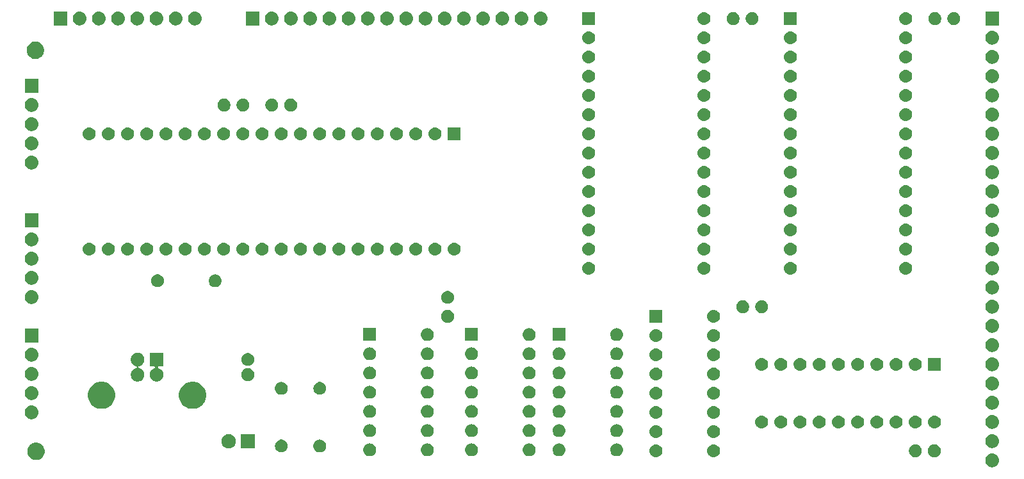
<source format=gbr>
G04 #@! TF.GenerationSoftware,KiCad,Pcbnew,(5.1.4)-1*
G04 #@! TF.CreationDate,2019-12-24T11:40:01+01:00*
G04 #@! TF.ProjectId,Dator,4461746f-722e-46b6-9963-61645f706362,rev?*
G04 #@! TF.SameCoordinates,Original*
G04 #@! TF.FileFunction,Soldermask,Bot*
G04 #@! TF.FilePolarity,Negative*
%FSLAX46Y46*%
G04 Gerber Fmt 4.6, Leading zero omitted, Abs format (unit mm)*
G04 Created by KiCad (PCBNEW (5.1.4)-1) date 2019-12-24 11:40:01*
%MOMM*%
%LPD*%
G04 APERTURE LIST*
%ADD10C,0.100000*%
G04 APERTURE END LIST*
D10*
G36*
X218550443Y-126105519D02*
G01*
X218616627Y-126112037D01*
X218786466Y-126163557D01*
X218942991Y-126247222D01*
X218973768Y-126272480D01*
X219080186Y-126359814D01*
X219147376Y-126441687D01*
X219192778Y-126497009D01*
X219276443Y-126653534D01*
X219327963Y-126823373D01*
X219345359Y-127000000D01*
X219327963Y-127176627D01*
X219276443Y-127346466D01*
X219192778Y-127502991D01*
X219163448Y-127538729D01*
X219080186Y-127640186D01*
X218978729Y-127723448D01*
X218942991Y-127752778D01*
X218786466Y-127836443D01*
X218616627Y-127887963D01*
X218550442Y-127894482D01*
X218484260Y-127901000D01*
X218395740Y-127901000D01*
X218329558Y-127894482D01*
X218263373Y-127887963D01*
X218093534Y-127836443D01*
X217937009Y-127752778D01*
X217901271Y-127723448D01*
X217799814Y-127640186D01*
X217716552Y-127538729D01*
X217687222Y-127502991D01*
X217603557Y-127346466D01*
X217552037Y-127176627D01*
X217534641Y-127000000D01*
X217552037Y-126823373D01*
X217603557Y-126653534D01*
X217687222Y-126497009D01*
X217732624Y-126441687D01*
X217799814Y-126359814D01*
X217906232Y-126272480D01*
X217937009Y-126247222D01*
X218093534Y-126163557D01*
X218263373Y-126112037D01*
X218329557Y-126105519D01*
X218395740Y-126099000D01*
X218484260Y-126099000D01*
X218550443Y-126105519D01*
X218550443Y-126105519D01*
G37*
G36*
X92236049Y-124664616D02*
G01*
X92347234Y-124686732D01*
X92495350Y-124748084D01*
X92534534Y-124764314D01*
X92556703Y-124773497D01*
X92745220Y-124899460D01*
X92905540Y-125059780D01*
X93031503Y-125248297D01*
X93031504Y-125248299D01*
X93042878Y-125275758D01*
X93109326Y-125436177D01*
X93118268Y-125457767D01*
X93162500Y-125680135D01*
X93162500Y-125906865D01*
X93148305Y-125978228D01*
X93118268Y-126129234D01*
X93031503Y-126338703D01*
X92905540Y-126527220D01*
X92745220Y-126687540D01*
X92556703Y-126813503D01*
X92347234Y-126900268D01*
X92236049Y-126922384D01*
X92124865Y-126944500D01*
X91898135Y-126944500D01*
X91786951Y-126922384D01*
X91675766Y-126900268D01*
X91466297Y-126813503D01*
X91277780Y-126687540D01*
X91117460Y-126527220D01*
X90991497Y-126338703D01*
X90904732Y-126129234D01*
X90874695Y-125978228D01*
X90860500Y-125906865D01*
X90860500Y-125680135D01*
X90904732Y-125457767D01*
X90913675Y-125436177D01*
X90980122Y-125275758D01*
X90991496Y-125248299D01*
X90991497Y-125248297D01*
X91117460Y-125059780D01*
X91277780Y-124899460D01*
X91466297Y-124773497D01*
X91488467Y-124764314D01*
X91527650Y-124748084D01*
X91675766Y-124686732D01*
X91786951Y-124664616D01*
X91898135Y-124642500D01*
X92124865Y-124642500D01*
X92236049Y-124664616D01*
X92236049Y-124664616D01*
G37*
G36*
X208528228Y-124911703D02*
G01*
X208683100Y-124975853D01*
X208822481Y-125068985D01*
X208941015Y-125187519D01*
X209034147Y-125326900D01*
X209098297Y-125481772D01*
X209131000Y-125646184D01*
X209131000Y-125813816D01*
X209098297Y-125978228D01*
X209034147Y-126133100D01*
X208941015Y-126272481D01*
X208822481Y-126391015D01*
X208683100Y-126484147D01*
X208528228Y-126548297D01*
X208363816Y-126581000D01*
X208196184Y-126581000D01*
X208031772Y-126548297D01*
X207876900Y-126484147D01*
X207737519Y-126391015D01*
X207618985Y-126272481D01*
X207525853Y-126133100D01*
X207461703Y-125978228D01*
X207429000Y-125813816D01*
X207429000Y-125646184D01*
X207461703Y-125481772D01*
X207525853Y-125326900D01*
X207618985Y-125187519D01*
X207737519Y-125068985D01*
X207876900Y-124975853D01*
X208031772Y-124911703D01*
X208196184Y-124879000D01*
X208363816Y-124879000D01*
X208528228Y-124911703D01*
X208528228Y-124911703D01*
G37*
G36*
X174156823Y-124891313D02*
G01*
X174317242Y-124939976D01*
X174384361Y-124975852D01*
X174465078Y-125018996D01*
X174594659Y-125125341D01*
X174701004Y-125254922D01*
X174701005Y-125254924D01*
X174780024Y-125402758D01*
X174828687Y-125563177D01*
X174845117Y-125730000D01*
X174828687Y-125896823D01*
X174780024Y-126057242D01*
X174739477Y-126133100D01*
X174701004Y-126205078D01*
X174594659Y-126334659D01*
X174465078Y-126441004D01*
X174465076Y-126441005D01*
X174317242Y-126520024D01*
X174317239Y-126520025D01*
X174293520Y-126527220D01*
X174156823Y-126568687D01*
X174031804Y-126581000D01*
X173948196Y-126581000D01*
X173823177Y-126568687D01*
X173686480Y-126527220D01*
X173662761Y-126520025D01*
X173662758Y-126520024D01*
X173514924Y-126441005D01*
X173514922Y-126441004D01*
X173385341Y-126334659D01*
X173278996Y-126205078D01*
X173240523Y-126133100D01*
X173199976Y-126057242D01*
X173151313Y-125896823D01*
X173134883Y-125730000D01*
X173151313Y-125563177D01*
X173199976Y-125402758D01*
X173278995Y-125254924D01*
X173278996Y-125254922D01*
X173385341Y-125125341D01*
X173514922Y-125018996D01*
X173595639Y-124975852D01*
X173662758Y-124939976D01*
X173823177Y-124891313D01*
X173948196Y-124879000D01*
X174031804Y-124879000D01*
X174156823Y-124891313D01*
X174156823Y-124891313D01*
G37*
G36*
X181776823Y-124891313D02*
G01*
X181937242Y-124939976D01*
X182004361Y-124975852D01*
X182085078Y-125018996D01*
X182214659Y-125125341D01*
X182321004Y-125254922D01*
X182321005Y-125254924D01*
X182400024Y-125402758D01*
X182448687Y-125563177D01*
X182465117Y-125730000D01*
X182448687Y-125896823D01*
X182400024Y-126057242D01*
X182359477Y-126133100D01*
X182321004Y-126205078D01*
X182214659Y-126334659D01*
X182085078Y-126441004D01*
X182085076Y-126441005D01*
X181937242Y-126520024D01*
X181937239Y-126520025D01*
X181913520Y-126527220D01*
X181776823Y-126568687D01*
X181651804Y-126581000D01*
X181568196Y-126581000D01*
X181443177Y-126568687D01*
X181306480Y-126527220D01*
X181282761Y-126520025D01*
X181282758Y-126520024D01*
X181134924Y-126441005D01*
X181134922Y-126441004D01*
X181005341Y-126334659D01*
X180898996Y-126205078D01*
X180860523Y-126133100D01*
X180819976Y-126057242D01*
X180771313Y-125896823D01*
X180754883Y-125730000D01*
X180771313Y-125563177D01*
X180819976Y-125402758D01*
X180898995Y-125254924D01*
X180898996Y-125254922D01*
X181005341Y-125125341D01*
X181134922Y-125018996D01*
X181215639Y-124975852D01*
X181282758Y-124939976D01*
X181443177Y-124891313D01*
X181568196Y-124879000D01*
X181651804Y-124879000D01*
X181776823Y-124891313D01*
X181776823Y-124891313D01*
G37*
G36*
X211028228Y-124911703D02*
G01*
X211183100Y-124975853D01*
X211322481Y-125068985D01*
X211441015Y-125187519D01*
X211534147Y-125326900D01*
X211598297Y-125481772D01*
X211631000Y-125646184D01*
X211631000Y-125813816D01*
X211598297Y-125978228D01*
X211534147Y-126133100D01*
X211441015Y-126272481D01*
X211322481Y-126391015D01*
X211183100Y-126484147D01*
X211028228Y-126548297D01*
X210863816Y-126581000D01*
X210696184Y-126581000D01*
X210531772Y-126548297D01*
X210376900Y-126484147D01*
X210237519Y-126391015D01*
X210118985Y-126272481D01*
X210025853Y-126133100D01*
X209961703Y-125978228D01*
X209929000Y-125813816D01*
X209929000Y-125646184D01*
X209961703Y-125481772D01*
X210025853Y-125326900D01*
X210118985Y-125187519D01*
X210237519Y-125068985D01*
X210376900Y-124975853D01*
X210531772Y-124911703D01*
X210696184Y-124879000D01*
X210863816Y-124879000D01*
X211028228Y-124911703D01*
X211028228Y-124911703D01*
G37*
G36*
X161329823Y-124764313D02*
G01*
X161490242Y-124812976D01*
X161613764Y-124879000D01*
X161638078Y-124891996D01*
X161767659Y-124998341D01*
X161874004Y-125127922D01*
X161874005Y-125127924D01*
X161953024Y-125275758D01*
X161953025Y-125275761D01*
X161959299Y-125296443D01*
X162001687Y-125436177D01*
X162018117Y-125603000D01*
X162001687Y-125769823D01*
X161953024Y-125930242D01*
X161944601Y-125946000D01*
X161874004Y-126078078D01*
X161767659Y-126207659D01*
X161638078Y-126314004D01*
X161638076Y-126314005D01*
X161490242Y-126393024D01*
X161329823Y-126441687D01*
X161204804Y-126454000D01*
X161121196Y-126454000D01*
X160996177Y-126441687D01*
X160835758Y-126393024D01*
X160687924Y-126314005D01*
X160687922Y-126314004D01*
X160558341Y-126207659D01*
X160451996Y-126078078D01*
X160381399Y-125946000D01*
X160372976Y-125930242D01*
X160324313Y-125769823D01*
X160307883Y-125603000D01*
X160324313Y-125436177D01*
X160366701Y-125296443D01*
X160372975Y-125275761D01*
X160372976Y-125275758D01*
X160451995Y-125127924D01*
X160451996Y-125127922D01*
X160558341Y-124998341D01*
X160687922Y-124891996D01*
X160712236Y-124879000D01*
X160835758Y-124812976D01*
X160996177Y-124764313D01*
X161121196Y-124752000D01*
X161204804Y-124752000D01*
X161329823Y-124764313D01*
X161329823Y-124764313D01*
G37*
G36*
X143930823Y-124764313D02*
G01*
X144091242Y-124812976D01*
X144214764Y-124879000D01*
X144239078Y-124891996D01*
X144368659Y-124998341D01*
X144475004Y-125127922D01*
X144475005Y-125127924D01*
X144554024Y-125275758D01*
X144554025Y-125275761D01*
X144560299Y-125296443D01*
X144602687Y-125436177D01*
X144619117Y-125603000D01*
X144602687Y-125769823D01*
X144554024Y-125930242D01*
X144545601Y-125946000D01*
X144475004Y-126078078D01*
X144368659Y-126207659D01*
X144239078Y-126314004D01*
X144239076Y-126314005D01*
X144091242Y-126393024D01*
X143930823Y-126441687D01*
X143805804Y-126454000D01*
X143722196Y-126454000D01*
X143597177Y-126441687D01*
X143436758Y-126393024D01*
X143288924Y-126314005D01*
X143288922Y-126314004D01*
X143159341Y-126207659D01*
X143052996Y-126078078D01*
X142982399Y-125946000D01*
X142973976Y-125930242D01*
X142925313Y-125769823D01*
X142908883Y-125603000D01*
X142925313Y-125436177D01*
X142967701Y-125296443D01*
X142973975Y-125275761D01*
X142973976Y-125275758D01*
X143052995Y-125127924D01*
X143052996Y-125127922D01*
X143159341Y-124998341D01*
X143288922Y-124891996D01*
X143313236Y-124879000D01*
X143436758Y-124812976D01*
X143597177Y-124764313D01*
X143722196Y-124752000D01*
X143805804Y-124752000D01*
X143930823Y-124764313D01*
X143930823Y-124764313D01*
G37*
G36*
X136310823Y-124764313D02*
G01*
X136471242Y-124812976D01*
X136594764Y-124879000D01*
X136619078Y-124891996D01*
X136748659Y-124998341D01*
X136855004Y-125127922D01*
X136855005Y-125127924D01*
X136934024Y-125275758D01*
X136934025Y-125275761D01*
X136940299Y-125296443D01*
X136982687Y-125436177D01*
X136999117Y-125603000D01*
X136982687Y-125769823D01*
X136934024Y-125930242D01*
X136925601Y-125946000D01*
X136855004Y-126078078D01*
X136748659Y-126207659D01*
X136619078Y-126314004D01*
X136619076Y-126314005D01*
X136471242Y-126393024D01*
X136310823Y-126441687D01*
X136185804Y-126454000D01*
X136102196Y-126454000D01*
X135977177Y-126441687D01*
X135816758Y-126393024D01*
X135668924Y-126314005D01*
X135668922Y-126314004D01*
X135539341Y-126207659D01*
X135432996Y-126078078D01*
X135362399Y-125946000D01*
X135353976Y-125930242D01*
X135305313Y-125769823D01*
X135288883Y-125603000D01*
X135305313Y-125436177D01*
X135347701Y-125296443D01*
X135353975Y-125275761D01*
X135353976Y-125275758D01*
X135432995Y-125127924D01*
X135432996Y-125127922D01*
X135539341Y-124998341D01*
X135668922Y-124891996D01*
X135693236Y-124879000D01*
X135816758Y-124812976D01*
X135977177Y-124764313D01*
X136102196Y-124752000D01*
X136185804Y-124752000D01*
X136310823Y-124764313D01*
X136310823Y-124764313D01*
G37*
G36*
X149772823Y-124764313D02*
G01*
X149933242Y-124812976D01*
X150056764Y-124879000D01*
X150081078Y-124891996D01*
X150210659Y-124998341D01*
X150317004Y-125127922D01*
X150317005Y-125127924D01*
X150396024Y-125275758D01*
X150396025Y-125275761D01*
X150402299Y-125296443D01*
X150444687Y-125436177D01*
X150461117Y-125603000D01*
X150444687Y-125769823D01*
X150396024Y-125930242D01*
X150387601Y-125946000D01*
X150317004Y-126078078D01*
X150210659Y-126207659D01*
X150081078Y-126314004D01*
X150081076Y-126314005D01*
X149933242Y-126393024D01*
X149772823Y-126441687D01*
X149647804Y-126454000D01*
X149564196Y-126454000D01*
X149439177Y-126441687D01*
X149278758Y-126393024D01*
X149130924Y-126314005D01*
X149130922Y-126314004D01*
X149001341Y-126207659D01*
X148894996Y-126078078D01*
X148824399Y-125946000D01*
X148815976Y-125930242D01*
X148767313Y-125769823D01*
X148750883Y-125603000D01*
X148767313Y-125436177D01*
X148809701Y-125296443D01*
X148815975Y-125275761D01*
X148815976Y-125275758D01*
X148894995Y-125127924D01*
X148894996Y-125127922D01*
X149001341Y-124998341D01*
X149130922Y-124891996D01*
X149155236Y-124879000D01*
X149278758Y-124812976D01*
X149439177Y-124764313D01*
X149564196Y-124752000D01*
X149647804Y-124752000D01*
X149772823Y-124764313D01*
X149772823Y-124764313D01*
G37*
G36*
X157392823Y-124764313D02*
G01*
X157553242Y-124812976D01*
X157676764Y-124879000D01*
X157701078Y-124891996D01*
X157830659Y-124998341D01*
X157937004Y-125127922D01*
X157937005Y-125127924D01*
X158016024Y-125275758D01*
X158016025Y-125275761D01*
X158022299Y-125296443D01*
X158064687Y-125436177D01*
X158081117Y-125603000D01*
X158064687Y-125769823D01*
X158016024Y-125930242D01*
X158007601Y-125946000D01*
X157937004Y-126078078D01*
X157830659Y-126207659D01*
X157701078Y-126314004D01*
X157701076Y-126314005D01*
X157553242Y-126393024D01*
X157392823Y-126441687D01*
X157267804Y-126454000D01*
X157184196Y-126454000D01*
X157059177Y-126441687D01*
X156898758Y-126393024D01*
X156750924Y-126314005D01*
X156750922Y-126314004D01*
X156621341Y-126207659D01*
X156514996Y-126078078D01*
X156444399Y-125946000D01*
X156435976Y-125930242D01*
X156387313Y-125769823D01*
X156370883Y-125603000D01*
X156387313Y-125436177D01*
X156429701Y-125296443D01*
X156435975Y-125275761D01*
X156435976Y-125275758D01*
X156514995Y-125127924D01*
X156514996Y-125127922D01*
X156621341Y-124998341D01*
X156750922Y-124891996D01*
X156775236Y-124879000D01*
X156898758Y-124812976D01*
X157059177Y-124764313D01*
X157184196Y-124752000D01*
X157267804Y-124752000D01*
X157392823Y-124764313D01*
X157392823Y-124764313D01*
G37*
G36*
X168949823Y-124764313D02*
G01*
X169110242Y-124812976D01*
X169233764Y-124879000D01*
X169258078Y-124891996D01*
X169387659Y-124998341D01*
X169494004Y-125127922D01*
X169494005Y-125127924D01*
X169573024Y-125275758D01*
X169573025Y-125275761D01*
X169579299Y-125296443D01*
X169621687Y-125436177D01*
X169638117Y-125603000D01*
X169621687Y-125769823D01*
X169573024Y-125930242D01*
X169564601Y-125946000D01*
X169494004Y-126078078D01*
X169387659Y-126207659D01*
X169258078Y-126314004D01*
X169258076Y-126314005D01*
X169110242Y-126393024D01*
X168949823Y-126441687D01*
X168824804Y-126454000D01*
X168741196Y-126454000D01*
X168616177Y-126441687D01*
X168455758Y-126393024D01*
X168307924Y-126314005D01*
X168307922Y-126314004D01*
X168178341Y-126207659D01*
X168071996Y-126078078D01*
X168001399Y-125946000D01*
X167992976Y-125930242D01*
X167944313Y-125769823D01*
X167927883Y-125603000D01*
X167944313Y-125436177D01*
X167986701Y-125296443D01*
X167992975Y-125275761D01*
X167992976Y-125275758D01*
X168071995Y-125127924D01*
X168071996Y-125127922D01*
X168178341Y-124998341D01*
X168307922Y-124891996D01*
X168332236Y-124879000D01*
X168455758Y-124812976D01*
X168616177Y-124764313D01*
X168741196Y-124752000D01*
X168824804Y-124752000D01*
X168949823Y-124764313D01*
X168949823Y-124764313D01*
G37*
G36*
X124708228Y-124276703D02*
G01*
X124863100Y-124340853D01*
X125002481Y-124433985D01*
X125121015Y-124552519D01*
X125214147Y-124691900D01*
X125278297Y-124846772D01*
X125311000Y-125011184D01*
X125311000Y-125178816D01*
X125278297Y-125343228D01*
X125214147Y-125498100D01*
X125121015Y-125637481D01*
X125002481Y-125756015D01*
X124863100Y-125849147D01*
X124708228Y-125913297D01*
X124543816Y-125946000D01*
X124376184Y-125946000D01*
X124211772Y-125913297D01*
X124056900Y-125849147D01*
X123917519Y-125756015D01*
X123798985Y-125637481D01*
X123705853Y-125498100D01*
X123641703Y-125343228D01*
X123609000Y-125178816D01*
X123609000Y-125011184D01*
X123641703Y-124846772D01*
X123705853Y-124691900D01*
X123798985Y-124552519D01*
X123917519Y-124433985D01*
X124056900Y-124340853D01*
X124211772Y-124276703D01*
X124376184Y-124244000D01*
X124543816Y-124244000D01*
X124708228Y-124276703D01*
X124708228Y-124276703D01*
G37*
G36*
X129706823Y-124256313D02*
G01*
X129867242Y-124304976D01*
X129934361Y-124340852D01*
X130015078Y-124383996D01*
X130144659Y-124490341D01*
X130251004Y-124619922D01*
X130251005Y-124619924D01*
X130330024Y-124767758D01*
X130378687Y-124928177D01*
X130395117Y-125095000D01*
X130378687Y-125261823D01*
X130330024Y-125422242D01*
X130289477Y-125498100D01*
X130251004Y-125570078D01*
X130144659Y-125699659D01*
X130015078Y-125806004D01*
X130015076Y-125806005D01*
X129867242Y-125885024D01*
X129706823Y-125933687D01*
X129581804Y-125946000D01*
X129498196Y-125946000D01*
X129373177Y-125933687D01*
X129212758Y-125885024D01*
X129064924Y-125806005D01*
X129064922Y-125806004D01*
X128935341Y-125699659D01*
X128828996Y-125570078D01*
X128790523Y-125498100D01*
X128749976Y-125422242D01*
X128701313Y-125261823D01*
X128684883Y-125095000D01*
X128701313Y-124928177D01*
X128749976Y-124767758D01*
X128828995Y-124619924D01*
X128828996Y-124619922D01*
X128935341Y-124490341D01*
X129064922Y-124383996D01*
X129145639Y-124340852D01*
X129212758Y-124304976D01*
X129373177Y-124256313D01*
X129498196Y-124244000D01*
X129581804Y-124244000D01*
X129706823Y-124256313D01*
X129706823Y-124256313D01*
G37*
G36*
X117752395Y-123545546D02*
G01*
X117925466Y-123617234D01*
X117997069Y-123665078D01*
X118081227Y-123721310D01*
X118213690Y-123853773D01*
X118245249Y-123901005D01*
X118317766Y-124009534D01*
X118389454Y-124182605D01*
X118426000Y-124366333D01*
X118426000Y-124553667D01*
X118389454Y-124737395D01*
X118317766Y-124910466D01*
X118298048Y-124939976D01*
X118213690Y-125066227D01*
X118081227Y-125198690D01*
X118002818Y-125251081D01*
X117925466Y-125302766D01*
X117752395Y-125374454D01*
X117568667Y-125411000D01*
X117381333Y-125411000D01*
X117197605Y-125374454D01*
X117024534Y-125302766D01*
X116947182Y-125251081D01*
X116868773Y-125198690D01*
X116736310Y-125066227D01*
X116651952Y-124939976D01*
X116632234Y-124910466D01*
X116560546Y-124737395D01*
X116524000Y-124553667D01*
X116524000Y-124366333D01*
X116560546Y-124182605D01*
X116632234Y-124009534D01*
X116704751Y-123901005D01*
X116736310Y-123853773D01*
X116868773Y-123721310D01*
X116952931Y-123665078D01*
X117024534Y-123617234D01*
X117197605Y-123545546D01*
X117381333Y-123509000D01*
X117568667Y-123509000D01*
X117752395Y-123545546D01*
X117752395Y-123545546D01*
G37*
G36*
X120966000Y-125411000D02*
G01*
X119064000Y-125411000D01*
X119064000Y-123509000D01*
X120966000Y-123509000D01*
X120966000Y-125411000D01*
X120966000Y-125411000D01*
G37*
G36*
X218550442Y-123565518D02*
G01*
X218616627Y-123572037D01*
X218786466Y-123623557D01*
X218942991Y-123707222D01*
X218960156Y-123721309D01*
X219080186Y-123819814D01*
X219147376Y-123901687D01*
X219192778Y-123957009D01*
X219276443Y-124113534D01*
X219327963Y-124283373D01*
X219345359Y-124460000D01*
X219327963Y-124636627D01*
X219276443Y-124806466D01*
X219192778Y-124962991D01*
X219182223Y-124975852D01*
X219080186Y-125100186D01*
X218984375Y-125178815D01*
X218942991Y-125212778D01*
X218786466Y-125296443D01*
X218616627Y-125347963D01*
X218550442Y-125354482D01*
X218484260Y-125361000D01*
X218395740Y-125361000D01*
X218329558Y-125354482D01*
X218263373Y-125347963D01*
X218093534Y-125296443D01*
X217937009Y-125212778D01*
X217895625Y-125178815D01*
X217799814Y-125100186D01*
X217697777Y-124975852D01*
X217687222Y-124962991D01*
X217603557Y-124806466D01*
X217552037Y-124636627D01*
X217534641Y-124460000D01*
X217552037Y-124283373D01*
X217603557Y-124113534D01*
X217687222Y-123957009D01*
X217732624Y-123901687D01*
X217799814Y-123819814D01*
X217919844Y-123721309D01*
X217937009Y-123707222D01*
X218093534Y-123623557D01*
X218263373Y-123572037D01*
X218329558Y-123565518D01*
X218395740Y-123559000D01*
X218484260Y-123559000D01*
X218550442Y-123565518D01*
X218550442Y-123565518D01*
G37*
G36*
X181776823Y-122351313D02*
G01*
X181937242Y-122399976D01*
X182046435Y-122458341D01*
X182085078Y-122478996D01*
X182214659Y-122585341D01*
X182321004Y-122714922D01*
X182321005Y-122714924D01*
X182400024Y-122862758D01*
X182448687Y-123023177D01*
X182465117Y-123190000D01*
X182448687Y-123356823D01*
X182400024Y-123517242D01*
X182343197Y-123623557D01*
X182321004Y-123665078D01*
X182214659Y-123794659D01*
X182085078Y-123901004D01*
X182085076Y-123901005D01*
X181937242Y-123980024D01*
X181776823Y-124028687D01*
X181651804Y-124041000D01*
X181568196Y-124041000D01*
X181443177Y-124028687D01*
X181282758Y-123980024D01*
X181134924Y-123901005D01*
X181134922Y-123901004D01*
X181005341Y-123794659D01*
X180898996Y-123665078D01*
X180876803Y-123623557D01*
X180819976Y-123517242D01*
X180771313Y-123356823D01*
X180754883Y-123190000D01*
X180771313Y-123023177D01*
X180819976Y-122862758D01*
X180898995Y-122714924D01*
X180898996Y-122714922D01*
X181005341Y-122585341D01*
X181134922Y-122478996D01*
X181173565Y-122458341D01*
X181282758Y-122399976D01*
X181443177Y-122351313D01*
X181568196Y-122339000D01*
X181651804Y-122339000D01*
X181776823Y-122351313D01*
X181776823Y-122351313D01*
G37*
G36*
X174156823Y-122351313D02*
G01*
X174317242Y-122399976D01*
X174426435Y-122458341D01*
X174465078Y-122478996D01*
X174594659Y-122585341D01*
X174701004Y-122714922D01*
X174701005Y-122714924D01*
X174780024Y-122862758D01*
X174828687Y-123023177D01*
X174845117Y-123190000D01*
X174828687Y-123356823D01*
X174780024Y-123517242D01*
X174723197Y-123623557D01*
X174701004Y-123665078D01*
X174594659Y-123794659D01*
X174465078Y-123901004D01*
X174465076Y-123901005D01*
X174317242Y-123980024D01*
X174156823Y-124028687D01*
X174031804Y-124041000D01*
X173948196Y-124041000D01*
X173823177Y-124028687D01*
X173662758Y-123980024D01*
X173514924Y-123901005D01*
X173514922Y-123901004D01*
X173385341Y-123794659D01*
X173278996Y-123665078D01*
X173256803Y-123623557D01*
X173199976Y-123517242D01*
X173151313Y-123356823D01*
X173134883Y-123190000D01*
X173151313Y-123023177D01*
X173199976Y-122862758D01*
X173278995Y-122714924D01*
X173278996Y-122714922D01*
X173385341Y-122585341D01*
X173514922Y-122478996D01*
X173553565Y-122458341D01*
X173662758Y-122399976D01*
X173823177Y-122351313D01*
X173948196Y-122339000D01*
X174031804Y-122339000D01*
X174156823Y-122351313D01*
X174156823Y-122351313D01*
G37*
G36*
X161329823Y-122224313D02*
G01*
X161490242Y-122272976D01*
X161613764Y-122339000D01*
X161638078Y-122351996D01*
X161767659Y-122458341D01*
X161874004Y-122587922D01*
X161874005Y-122587924D01*
X161953024Y-122735758D01*
X161953025Y-122735761D01*
X161962083Y-122765620D01*
X162001687Y-122896177D01*
X162018117Y-123063000D01*
X162001687Y-123229823D01*
X161953024Y-123390242D01*
X161889546Y-123509000D01*
X161874004Y-123538078D01*
X161767659Y-123667659D01*
X161638078Y-123774004D01*
X161638076Y-123774005D01*
X161490242Y-123853024D01*
X161490239Y-123853025D01*
X161460380Y-123862083D01*
X161329823Y-123901687D01*
X161204804Y-123914000D01*
X161121196Y-123914000D01*
X160996177Y-123901687D01*
X160865620Y-123862083D01*
X160835761Y-123853025D01*
X160835758Y-123853024D01*
X160687924Y-123774005D01*
X160687922Y-123774004D01*
X160558341Y-123667659D01*
X160451996Y-123538078D01*
X160436454Y-123509000D01*
X160372976Y-123390242D01*
X160324313Y-123229823D01*
X160307883Y-123063000D01*
X160324313Y-122896177D01*
X160363917Y-122765620D01*
X160372975Y-122735761D01*
X160372976Y-122735758D01*
X160451995Y-122587924D01*
X160451996Y-122587922D01*
X160558341Y-122458341D01*
X160687922Y-122351996D01*
X160712236Y-122339000D01*
X160835758Y-122272976D01*
X160996177Y-122224313D01*
X161121196Y-122212000D01*
X161204804Y-122212000D01*
X161329823Y-122224313D01*
X161329823Y-122224313D01*
G37*
G36*
X168949823Y-122224313D02*
G01*
X169110242Y-122272976D01*
X169233764Y-122339000D01*
X169258078Y-122351996D01*
X169387659Y-122458341D01*
X169494004Y-122587922D01*
X169494005Y-122587924D01*
X169573024Y-122735758D01*
X169573025Y-122735761D01*
X169582083Y-122765620D01*
X169621687Y-122896177D01*
X169638117Y-123063000D01*
X169621687Y-123229823D01*
X169573024Y-123390242D01*
X169509546Y-123509000D01*
X169494004Y-123538078D01*
X169387659Y-123667659D01*
X169258078Y-123774004D01*
X169258076Y-123774005D01*
X169110242Y-123853024D01*
X169110239Y-123853025D01*
X169080380Y-123862083D01*
X168949823Y-123901687D01*
X168824804Y-123914000D01*
X168741196Y-123914000D01*
X168616177Y-123901687D01*
X168485620Y-123862083D01*
X168455761Y-123853025D01*
X168455758Y-123853024D01*
X168307924Y-123774005D01*
X168307922Y-123774004D01*
X168178341Y-123667659D01*
X168071996Y-123538078D01*
X168056454Y-123509000D01*
X167992976Y-123390242D01*
X167944313Y-123229823D01*
X167927883Y-123063000D01*
X167944313Y-122896177D01*
X167983917Y-122765620D01*
X167992975Y-122735761D01*
X167992976Y-122735758D01*
X168071995Y-122587924D01*
X168071996Y-122587922D01*
X168178341Y-122458341D01*
X168307922Y-122351996D01*
X168332236Y-122339000D01*
X168455758Y-122272976D01*
X168616177Y-122224313D01*
X168741196Y-122212000D01*
X168824804Y-122212000D01*
X168949823Y-122224313D01*
X168949823Y-122224313D01*
G37*
G36*
X149772823Y-122224313D02*
G01*
X149933242Y-122272976D01*
X150056764Y-122339000D01*
X150081078Y-122351996D01*
X150210659Y-122458341D01*
X150317004Y-122587922D01*
X150317005Y-122587924D01*
X150396024Y-122735758D01*
X150396025Y-122735761D01*
X150405083Y-122765620D01*
X150444687Y-122896177D01*
X150461117Y-123063000D01*
X150444687Y-123229823D01*
X150396024Y-123390242D01*
X150332546Y-123509000D01*
X150317004Y-123538078D01*
X150210659Y-123667659D01*
X150081078Y-123774004D01*
X150081076Y-123774005D01*
X149933242Y-123853024D01*
X149933239Y-123853025D01*
X149903380Y-123862083D01*
X149772823Y-123901687D01*
X149647804Y-123914000D01*
X149564196Y-123914000D01*
X149439177Y-123901687D01*
X149308620Y-123862083D01*
X149278761Y-123853025D01*
X149278758Y-123853024D01*
X149130924Y-123774005D01*
X149130922Y-123774004D01*
X149001341Y-123667659D01*
X148894996Y-123538078D01*
X148879454Y-123509000D01*
X148815976Y-123390242D01*
X148767313Y-123229823D01*
X148750883Y-123063000D01*
X148767313Y-122896177D01*
X148806917Y-122765620D01*
X148815975Y-122735761D01*
X148815976Y-122735758D01*
X148894995Y-122587924D01*
X148894996Y-122587922D01*
X149001341Y-122458341D01*
X149130922Y-122351996D01*
X149155236Y-122339000D01*
X149278758Y-122272976D01*
X149439177Y-122224313D01*
X149564196Y-122212000D01*
X149647804Y-122212000D01*
X149772823Y-122224313D01*
X149772823Y-122224313D01*
G37*
G36*
X136310823Y-122224313D02*
G01*
X136471242Y-122272976D01*
X136594764Y-122339000D01*
X136619078Y-122351996D01*
X136748659Y-122458341D01*
X136855004Y-122587922D01*
X136855005Y-122587924D01*
X136934024Y-122735758D01*
X136934025Y-122735761D01*
X136943083Y-122765620D01*
X136982687Y-122896177D01*
X136999117Y-123063000D01*
X136982687Y-123229823D01*
X136934024Y-123390242D01*
X136870546Y-123509000D01*
X136855004Y-123538078D01*
X136748659Y-123667659D01*
X136619078Y-123774004D01*
X136619076Y-123774005D01*
X136471242Y-123853024D01*
X136471239Y-123853025D01*
X136441380Y-123862083D01*
X136310823Y-123901687D01*
X136185804Y-123914000D01*
X136102196Y-123914000D01*
X135977177Y-123901687D01*
X135846620Y-123862083D01*
X135816761Y-123853025D01*
X135816758Y-123853024D01*
X135668924Y-123774005D01*
X135668922Y-123774004D01*
X135539341Y-123667659D01*
X135432996Y-123538078D01*
X135417454Y-123509000D01*
X135353976Y-123390242D01*
X135305313Y-123229823D01*
X135288883Y-123063000D01*
X135305313Y-122896177D01*
X135344917Y-122765620D01*
X135353975Y-122735761D01*
X135353976Y-122735758D01*
X135432995Y-122587924D01*
X135432996Y-122587922D01*
X135539341Y-122458341D01*
X135668922Y-122351996D01*
X135693236Y-122339000D01*
X135816758Y-122272976D01*
X135977177Y-122224313D01*
X136102196Y-122212000D01*
X136185804Y-122212000D01*
X136310823Y-122224313D01*
X136310823Y-122224313D01*
G37*
G36*
X143930823Y-122224313D02*
G01*
X144091242Y-122272976D01*
X144214764Y-122339000D01*
X144239078Y-122351996D01*
X144368659Y-122458341D01*
X144475004Y-122587922D01*
X144475005Y-122587924D01*
X144554024Y-122735758D01*
X144554025Y-122735761D01*
X144563083Y-122765620D01*
X144602687Y-122896177D01*
X144619117Y-123063000D01*
X144602687Y-123229823D01*
X144554024Y-123390242D01*
X144490546Y-123509000D01*
X144475004Y-123538078D01*
X144368659Y-123667659D01*
X144239078Y-123774004D01*
X144239076Y-123774005D01*
X144091242Y-123853024D01*
X144091239Y-123853025D01*
X144061380Y-123862083D01*
X143930823Y-123901687D01*
X143805804Y-123914000D01*
X143722196Y-123914000D01*
X143597177Y-123901687D01*
X143466620Y-123862083D01*
X143436761Y-123853025D01*
X143436758Y-123853024D01*
X143288924Y-123774005D01*
X143288922Y-123774004D01*
X143159341Y-123667659D01*
X143052996Y-123538078D01*
X143037454Y-123509000D01*
X142973976Y-123390242D01*
X142925313Y-123229823D01*
X142908883Y-123063000D01*
X142925313Y-122896177D01*
X142964917Y-122765620D01*
X142973975Y-122735761D01*
X142973976Y-122735758D01*
X143052995Y-122587924D01*
X143052996Y-122587922D01*
X143159341Y-122458341D01*
X143288922Y-122351996D01*
X143313236Y-122339000D01*
X143436758Y-122272976D01*
X143597177Y-122224313D01*
X143722196Y-122212000D01*
X143805804Y-122212000D01*
X143930823Y-122224313D01*
X143930823Y-122224313D01*
G37*
G36*
X157392823Y-122224313D02*
G01*
X157553242Y-122272976D01*
X157676764Y-122339000D01*
X157701078Y-122351996D01*
X157830659Y-122458341D01*
X157937004Y-122587922D01*
X157937005Y-122587924D01*
X158016024Y-122735758D01*
X158016025Y-122735761D01*
X158025083Y-122765620D01*
X158064687Y-122896177D01*
X158081117Y-123063000D01*
X158064687Y-123229823D01*
X158016024Y-123390242D01*
X157952546Y-123509000D01*
X157937004Y-123538078D01*
X157830659Y-123667659D01*
X157701078Y-123774004D01*
X157701076Y-123774005D01*
X157553242Y-123853024D01*
X157553239Y-123853025D01*
X157523380Y-123862083D01*
X157392823Y-123901687D01*
X157267804Y-123914000D01*
X157184196Y-123914000D01*
X157059177Y-123901687D01*
X156928620Y-123862083D01*
X156898761Y-123853025D01*
X156898758Y-123853024D01*
X156750924Y-123774005D01*
X156750922Y-123774004D01*
X156621341Y-123667659D01*
X156514996Y-123538078D01*
X156499454Y-123509000D01*
X156435976Y-123390242D01*
X156387313Y-123229823D01*
X156370883Y-123063000D01*
X156387313Y-122896177D01*
X156426917Y-122765620D01*
X156435975Y-122735761D01*
X156435976Y-122735758D01*
X156514995Y-122587924D01*
X156514996Y-122587922D01*
X156621341Y-122458341D01*
X156750922Y-122351996D01*
X156775236Y-122339000D01*
X156898758Y-122272976D01*
X157059177Y-122224313D01*
X157184196Y-122212000D01*
X157267804Y-122212000D01*
X157392823Y-122224313D01*
X157392823Y-122224313D01*
G37*
G36*
X218550442Y-121025518D02*
G01*
X218616627Y-121032037D01*
X218786466Y-121083557D01*
X218942991Y-121167222D01*
X218978729Y-121196552D01*
X219080186Y-121279814D01*
X219147376Y-121361687D01*
X219192778Y-121417009D01*
X219276443Y-121573534D01*
X219327963Y-121743373D01*
X219345359Y-121920000D01*
X219327963Y-122096627D01*
X219276443Y-122266466D01*
X219192778Y-122422991D01*
X219163767Y-122458341D01*
X219080186Y-122560186D01*
X218978729Y-122643448D01*
X218942991Y-122672778D01*
X218786466Y-122756443D01*
X218616627Y-122807963D01*
X218550443Y-122814481D01*
X218484260Y-122821000D01*
X218395740Y-122821000D01*
X218329557Y-122814481D01*
X218263373Y-122807963D01*
X218093534Y-122756443D01*
X217937009Y-122672778D01*
X217901271Y-122643448D01*
X217799814Y-122560186D01*
X217716233Y-122458341D01*
X217687222Y-122422991D01*
X217603557Y-122266466D01*
X217552037Y-122096627D01*
X217534641Y-121920000D01*
X217552037Y-121743373D01*
X217603557Y-121573534D01*
X217687222Y-121417009D01*
X217732624Y-121361687D01*
X217799814Y-121279814D01*
X217901271Y-121196552D01*
X217937009Y-121167222D01*
X218093534Y-121083557D01*
X218263373Y-121032037D01*
X218329558Y-121025518D01*
X218395740Y-121019000D01*
X218484260Y-121019000D01*
X218550442Y-121025518D01*
X218550442Y-121025518D01*
G37*
G36*
X208446823Y-121081313D02*
G01*
X208607242Y-121129976D01*
X208676922Y-121167221D01*
X208755078Y-121208996D01*
X208884659Y-121315341D01*
X208991004Y-121444922D01*
X208991005Y-121444924D01*
X209070024Y-121592758D01*
X209118687Y-121753177D01*
X209135117Y-121920000D01*
X209118687Y-122086823D01*
X209115713Y-122096627D01*
X209076980Y-122224313D01*
X209070024Y-122247242D01*
X209020978Y-122339000D01*
X208991004Y-122395078D01*
X208884659Y-122524659D01*
X208755078Y-122631004D01*
X208755076Y-122631005D01*
X208607242Y-122710024D01*
X208446823Y-122758687D01*
X208321804Y-122771000D01*
X208238196Y-122771000D01*
X208113177Y-122758687D01*
X207952758Y-122710024D01*
X207804924Y-122631005D01*
X207804922Y-122631004D01*
X207675341Y-122524659D01*
X207568996Y-122395078D01*
X207539022Y-122339000D01*
X207489976Y-122247242D01*
X207483021Y-122224313D01*
X207444287Y-122096627D01*
X207441313Y-122086823D01*
X207424883Y-121920000D01*
X207441313Y-121753177D01*
X207489976Y-121592758D01*
X207568995Y-121444924D01*
X207568996Y-121444922D01*
X207675341Y-121315341D01*
X207804922Y-121208996D01*
X207883078Y-121167221D01*
X207952758Y-121129976D01*
X208113177Y-121081313D01*
X208238196Y-121069000D01*
X208321804Y-121069000D01*
X208446823Y-121081313D01*
X208446823Y-121081313D01*
G37*
G36*
X205906823Y-121081313D02*
G01*
X206067242Y-121129976D01*
X206136922Y-121167221D01*
X206215078Y-121208996D01*
X206344659Y-121315341D01*
X206451004Y-121444922D01*
X206451005Y-121444924D01*
X206530024Y-121592758D01*
X206578687Y-121753177D01*
X206595117Y-121920000D01*
X206578687Y-122086823D01*
X206575713Y-122096627D01*
X206536980Y-122224313D01*
X206530024Y-122247242D01*
X206480978Y-122339000D01*
X206451004Y-122395078D01*
X206344659Y-122524659D01*
X206215078Y-122631004D01*
X206215076Y-122631005D01*
X206067242Y-122710024D01*
X205906823Y-122758687D01*
X205781804Y-122771000D01*
X205698196Y-122771000D01*
X205573177Y-122758687D01*
X205412758Y-122710024D01*
X205264924Y-122631005D01*
X205264922Y-122631004D01*
X205135341Y-122524659D01*
X205028996Y-122395078D01*
X204999022Y-122339000D01*
X204949976Y-122247242D01*
X204943021Y-122224313D01*
X204904287Y-122096627D01*
X204901313Y-122086823D01*
X204884883Y-121920000D01*
X204901313Y-121753177D01*
X204949976Y-121592758D01*
X205028995Y-121444924D01*
X205028996Y-121444922D01*
X205135341Y-121315341D01*
X205264922Y-121208996D01*
X205343078Y-121167221D01*
X205412758Y-121129976D01*
X205573177Y-121081313D01*
X205698196Y-121069000D01*
X205781804Y-121069000D01*
X205906823Y-121081313D01*
X205906823Y-121081313D01*
G37*
G36*
X188126823Y-121081313D02*
G01*
X188287242Y-121129976D01*
X188356922Y-121167221D01*
X188435078Y-121208996D01*
X188564659Y-121315341D01*
X188671004Y-121444922D01*
X188671005Y-121444924D01*
X188750024Y-121592758D01*
X188798687Y-121753177D01*
X188815117Y-121920000D01*
X188798687Y-122086823D01*
X188795713Y-122096627D01*
X188756980Y-122224313D01*
X188750024Y-122247242D01*
X188700978Y-122339000D01*
X188671004Y-122395078D01*
X188564659Y-122524659D01*
X188435078Y-122631004D01*
X188435076Y-122631005D01*
X188287242Y-122710024D01*
X188126823Y-122758687D01*
X188001804Y-122771000D01*
X187918196Y-122771000D01*
X187793177Y-122758687D01*
X187632758Y-122710024D01*
X187484924Y-122631005D01*
X187484922Y-122631004D01*
X187355341Y-122524659D01*
X187248996Y-122395078D01*
X187219022Y-122339000D01*
X187169976Y-122247242D01*
X187163021Y-122224313D01*
X187124287Y-122096627D01*
X187121313Y-122086823D01*
X187104883Y-121920000D01*
X187121313Y-121753177D01*
X187169976Y-121592758D01*
X187248995Y-121444924D01*
X187248996Y-121444922D01*
X187355341Y-121315341D01*
X187484922Y-121208996D01*
X187563078Y-121167221D01*
X187632758Y-121129976D01*
X187793177Y-121081313D01*
X187918196Y-121069000D01*
X188001804Y-121069000D01*
X188126823Y-121081313D01*
X188126823Y-121081313D01*
G37*
G36*
X190666823Y-121081313D02*
G01*
X190827242Y-121129976D01*
X190896922Y-121167221D01*
X190975078Y-121208996D01*
X191104659Y-121315341D01*
X191211004Y-121444922D01*
X191211005Y-121444924D01*
X191290024Y-121592758D01*
X191338687Y-121753177D01*
X191355117Y-121920000D01*
X191338687Y-122086823D01*
X191335713Y-122096627D01*
X191296980Y-122224313D01*
X191290024Y-122247242D01*
X191240978Y-122339000D01*
X191211004Y-122395078D01*
X191104659Y-122524659D01*
X190975078Y-122631004D01*
X190975076Y-122631005D01*
X190827242Y-122710024D01*
X190666823Y-122758687D01*
X190541804Y-122771000D01*
X190458196Y-122771000D01*
X190333177Y-122758687D01*
X190172758Y-122710024D01*
X190024924Y-122631005D01*
X190024922Y-122631004D01*
X189895341Y-122524659D01*
X189788996Y-122395078D01*
X189759022Y-122339000D01*
X189709976Y-122247242D01*
X189703021Y-122224313D01*
X189664287Y-122096627D01*
X189661313Y-122086823D01*
X189644883Y-121920000D01*
X189661313Y-121753177D01*
X189709976Y-121592758D01*
X189788995Y-121444924D01*
X189788996Y-121444922D01*
X189895341Y-121315341D01*
X190024922Y-121208996D01*
X190103078Y-121167221D01*
X190172758Y-121129976D01*
X190333177Y-121081313D01*
X190458196Y-121069000D01*
X190541804Y-121069000D01*
X190666823Y-121081313D01*
X190666823Y-121081313D01*
G37*
G36*
X193206823Y-121081313D02*
G01*
X193367242Y-121129976D01*
X193436922Y-121167221D01*
X193515078Y-121208996D01*
X193644659Y-121315341D01*
X193751004Y-121444922D01*
X193751005Y-121444924D01*
X193830024Y-121592758D01*
X193878687Y-121753177D01*
X193895117Y-121920000D01*
X193878687Y-122086823D01*
X193875713Y-122096627D01*
X193836980Y-122224313D01*
X193830024Y-122247242D01*
X193780978Y-122339000D01*
X193751004Y-122395078D01*
X193644659Y-122524659D01*
X193515078Y-122631004D01*
X193515076Y-122631005D01*
X193367242Y-122710024D01*
X193206823Y-122758687D01*
X193081804Y-122771000D01*
X192998196Y-122771000D01*
X192873177Y-122758687D01*
X192712758Y-122710024D01*
X192564924Y-122631005D01*
X192564922Y-122631004D01*
X192435341Y-122524659D01*
X192328996Y-122395078D01*
X192299022Y-122339000D01*
X192249976Y-122247242D01*
X192243021Y-122224313D01*
X192204287Y-122096627D01*
X192201313Y-122086823D01*
X192184883Y-121920000D01*
X192201313Y-121753177D01*
X192249976Y-121592758D01*
X192328995Y-121444924D01*
X192328996Y-121444922D01*
X192435341Y-121315341D01*
X192564922Y-121208996D01*
X192643078Y-121167221D01*
X192712758Y-121129976D01*
X192873177Y-121081313D01*
X192998196Y-121069000D01*
X193081804Y-121069000D01*
X193206823Y-121081313D01*
X193206823Y-121081313D01*
G37*
G36*
X198286823Y-121081313D02*
G01*
X198447242Y-121129976D01*
X198516922Y-121167221D01*
X198595078Y-121208996D01*
X198724659Y-121315341D01*
X198831004Y-121444922D01*
X198831005Y-121444924D01*
X198910024Y-121592758D01*
X198958687Y-121753177D01*
X198975117Y-121920000D01*
X198958687Y-122086823D01*
X198955713Y-122096627D01*
X198916980Y-122224313D01*
X198910024Y-122247242D01*
X198860978Y-122339000D01*
X198831004Y-122395078D01*
X198724659Y-122524659D01*
X198595078Y-122631004D01*
X198595076Y-122631005D01*
X198447242Y-122710024D01*
X198286823Y-122758687D01*
X198161804Y-122771000D01*
X198078196Y-122771000D01*
X197953177Y-122758687D01*
X197792758Y-122710024D01*
X197644924Y-122631005D01*
X197644922Y-122631004D01*
X197515341Y-122524659D01*
X197408996Y-122395078D01*
X197379022Y-122339000D01*
X197329976Y-122247242D01*
X197323021Y-122224313D01*
X197284287Y-122096627D01*
X197281313Y-122086823D01*
X197264883Y-121920000D01*
X197281313Y-121753177D01*
X197329976Y-121592758D01*
X197408995Y-121444924D01*
X197408996Y-121444922D01*
X197515341Y-121315341D01*
X197644922Y-121208996D01*
X197723078Y-121167221D01*
X197792758Y-121129976D01*
X197953177Y-121081313D01*
X198078196Y-121069000D01*
X198161804Y-121069000D01*
X198286823Y-121081313D01*
X198286823Y-121081313D01*
G37*
G36*
X195746823Y-121081313D02*
G01*
X195907242Y-121129976D01*
X195976922Y-121167221D01*
X196055078Y-121208996D01*
X196184659Y-121315341D01*
X196291004Y-121444922D01*
X196291005Y-121444924D01*
X196370024Y-121592758D01*
X196418687Y-121753177D01*
X196435117Y-121920000D01*
X196418687Y-122086823D01*
X196415713Y-122096627D01*
X196376980Y-122224313D01*
X196370024Y-122247242D01*
X196320978Y-122339000D01*
X196291004Y-122395078D01*
X196184659Y-122524659D01*
X196055078Y-122631004D01*
X196055076Y-122631005D01*
X195907242Y-122710024D01*
X195746823Y-122758687D01*
X195621804Y-122771000D01*
X195538196Y-122771000D01*
X195413177Y-122758687D01*
X195252758Y-122710024D01*
X195104924Y-122631005D01*
X195104922Y-122631004D01*
X194975341Y-122524659D01*
X194868996Y-122395078D01*
X194839022Y-122339000D01*
X194789976Y-122247242D01*
X194783021Y-122224313D01*
X194744287Y-122096627D01*
X194741313Y-122086823D01*
X194724883Y-121920000D01*
X194741313Y-121753177D01*
X194789976Y-121592758D01*
X194868995Y-121444924D01*
X194868996Y-121444922D01*
X194975341Y-121315341D01*
X195104922Y-121208996D01*
X195183078Y-121167221D01*
X195252758Y-121129976D01*
X195413177Y-121081313D01*
X195538196Y-121069000D01*
X195621804Y-121069000D01*
X195746823Y-121081313D01*
X195746823Y-121081313D01*
G37*
G36*
X200826823Y-121081313D02*
G01*
X200987242Y-121129976D01*
X201056922Y-121167221D01*
X201135078Y-121208996D01*
X201264659Y-121315341D01*
X201371004Y-121444922D01*
X201371005Y-121444924D01*
X201450024Y-121592758D01*
X201498687Y-121753177D01*
X201515117Y-121920000D01*
X201498687Y-122086823D01*
X201495713Y-122096627D01*
X201456980Y-122224313D01*
X201450024Y-122247242D01*
X201400978Y-122339000D01*
X201371004Y-122395078D01*
X201264659Y-122524659D01*
X201135078Y-122631004D01*
X201135076Y-122631005D01*
X200987242Y-122710024D01*
X200826823Y-122758687D01*
X200701804Y-122771000D01*
X200618196Y-122771000D01*
X200493177Y-122758687D01*
X200332758Y-122710024D01*
X200184924Y-122631005D01*
X200184922Y-122631004D01*
X200055341Y-122524659D01*
X199948996Y-122395078D01*
X199919022Y-122339000D01*
X199869976Y-122247242D01*
X199863021Y-122224313D01*
X199824287Y-122096627D01*
X199821313Y-122086823D01*
X199804883Y-121920000D01*
X199821313Y-121753177D01*
X199869976Y-121592758D01*
X199948995Y-121444924D01*
X199948996Y-121444922D01*
X200055341Y-121315341D01*
X200184922Y-121208996D01*
X200263078Y-121167221D01*
X200332758Y-121129976D01*
X200493177Y-121081313D01*
X200618196Y-121069000D01*
X200701804Y-121069000D01*
X200826823Y-121081313D01*
X200826823Y-121081313D01*
G37*
G36*
X203366823Y-121081313D02*
G01*
X203527242Y-121129976D01*
X203596922Y-121167221D01*
X203675078Y-121208996D01*
X203804659Y-121315341D01*
X203911004Y-121444922D01*
X203911005Y-121444924D01*
X203990024Y-121592758D01*
X204038687Y-121753177D01*
X204055117Y-121920000D01*
X204038687Y-122086823D01*
X204035713Y-122096627D01*
X203996980Y-122224313D01*
X203990024Y-122247242D01*
X203940978Y-122339000D01*
X203911004Y-122395078D01*
X203804659Y-122524659D01*
X203675078Y-122631004D01*
X203675076Y-122631005D01*
X203527242Y-122710024D01*
X203366823Y-122758687D01*
X203241804Y-122771000D01*
X203158196Y-122771000D01*
X203033177Y-122758687D01*
X202872758Y-122710024D01*
X202724924Y-122631005D01*
X202724922Y-122631004D01*
X202595341Y-122524659D01*
X202488996Y-122395078D01*
X202459022Y-122339000D01*
X202409976Y-122247242D01*
X202403021Y-122224313D01*
X202364287Y-122096627D01*
X202361313Y-122086823D01*
X202344883Y-121920000D01*
X202361313Y-121753177D01*
X202409976Y-121592758D01*
X202488995Y-121444924D01*
X202488996Y-121444922D01*
X202595341Y-121315341D01*
X202724922Y-121208996D01*
X202803078Y-121167221D01*
X202872758Y-121129976D01*
X203033177Y-121081313D01*
X203158196Y-121069000D01*
X203241804Y-121069000D01*
X203366823Y-121081313D01*
X203366823Y-121081313D01*
G37*
G36*
X210986823Y-121081313D02*
G01*
X211147242Y-121129976D01*
X211216922Y-121167221D01*
X211295078Y-121208996D01*
X211424659Y-121315341D01*
X211531004Y-121444922D01*
X211531005Y-121444924D01*
X211610024Y-121592758D01*
X211658687Y-121753177D01*
X211675117Y-121920000D01*
X211658687Y-122086823D01*
X211655713Y-122096627D01*
X211616980Y-122224313D01*
X211610024Y-122247242D01*
X211560978Y-122339000D01*
X211531004Y-122395078D01*
X211424659Y-122524659D01*
X211295078Y-122631004D01*
X211295076Y-122631005D01*
X211147242Y-122710024D01*
X210986823Y-122758687D01*
X210861804Y-122771000D01*
X210778196Y-122771000D01*
X210653177Y-122758687D01*
X210492758Y-122710024D01*
X210344924Y-122631005D01*
X210344922Y-122631004D01*
X210215341Y-122524659D01*
X210108996Y-122395078D01*
X210079022Y-122339000D01*
X210029976Y-122247242D01*
X210023021Y-122224313D01*
X209984287Y-122096627D01*
X209981313Y-122086823D01*
X209964883Y-121920000D01*
X209981313Y-121753177D01*
X210029976Y-121592758D01*
X210108995Y-121444924D01*
X210108996Y-121444922D01*
X210215341Y-121315341D01*
X210344922Y-121208996D01*
X210423078Y-121167221D01*
X210492758Y-121129976D01*
X210653177Y-121081313D01*
X210778196Y-121069000D01*
X210861804Y-121069000D01*
X210986823Y-121081313D01*
X210986823Y-121081313D01*
G37*
G36*
X91550442Y-119755518D02*
G01*
X91616627Y-119762037D01*
X91786466Y-119813557D01*
X91942991Y-119897222D01*
X91968724Y-119918341D01*
X92080186Y-120009814D01*
X92159769Y-120106788D01*
X92192778Y-120147009D01*
X92276443Y-120303534D01*
X92327963Y-120473373D01*
X92345359Y-120650000D01*
X92327963Y-120826627D01*
X92276443Y-120996466D01*
X92192778Y-121152991D01*
X92163448Y-121188729D01*
X92080186Y-121290186D01*
X91993060Y-121361687D01*
X91942991Y-121402778D01*
X91786466Y-121486443D01*
X91616627Y-121537963D01*
X91550443Y-121544481D01*
X91484260Y-121551000D01*
X91395740Y-121551000D01*
X91329557Y-121544481D01*
X91263373Y-121537963D01*
X91093534Y-121486443D01*
X90937009Y-121402778D01*
X90886940Y-121361687D01*
X90799814Y-121290186D01*
X90716552Y-121188729D01*
X90687222Y-121152991D01*
X90603557Y-120996466D01*
X90552037Y-120826627D01*
X90534641Y-120650000D01*
X90552037Y-120473373D01*
X90603557Y-120303534D01*
X90687222Y-120147009D01*
X90720231Y-120106788D01*
X90799814Y-120009814D01*
X90911276Y-119918341D01*
X90937009Y-119897222D01*
X91093534Y-119813557D01*
X91263373Y-119762037D01*
X91329558Y-119755518D01*
X91395740Y-119749000D01*
X91484260Y-119749000D01*
X91550442Y-119755518D01*
X91550442Y-119755518D01*
G37*
G36*
X174156823Y-119811313D02*
G01*
X174317242Y-119859976D01*
X174386922Y-119897221D01*
X174465078Y-119938996D01*
X174594659Y-120045341D01*
X174701004Y-120174922D01*
X174701005Y-120174924D01*
X174780024Y-120322758D01*
X174828687Y-120483177D01*
X174845117Y-120650000D01*
X174828687Y-120816823D01*
X174780024Y-120977242D01*
X174750735Y-121032037D01*
X174701004Y-121125078D01*
X174594659Y-121254659D01*
X174465078Y-121361004D01*
X174465076Y-121361005D01*
X174317242Y-121440024D01*
X174156823Y-121488687D01*
X174031804Y-121501000D01*
X173948196Y-121501000D01*
X173823177Y-121488687D01*
X173662758Y-121440024D01*
X173514924Y-121361005D01*
X173514922Y-121361004D01*
X173385341Y-121254659D01*
X173278996Y-121125078D01*
X173229265Y-121032037D01*
X173199976Y-120977242D01*
X173151313Y-120816823D01*
X173134883Y-120650000D01*
X173151313Y-120483177D01*
X173199976Y-120322758D01*
X173278995Y-120174924D01*
X173278996Y-120174922D01*
X173385341Y-120045341D01*
X173514922Y-119938996D01*
X173593078Y-119897221D01*
X173662758Y-119859976D01*
X173823177Y-119811313D01*
X173948196Y-119799000D01*
X174031804Y-119799000D01*
X174156823Y-119811313D01*
X174156823Y-119811313D01*
G37*
G36*
X181776823Y-119811313D02*
G01*
X181937242Y-119859976D01*
X182006922Y-119897221D01*
X182085078Y-119938996D01*
X182214659Y-120045341D01*
X182321004Y-120174922D01*
X182321005Y-120174924D01*
X182400024Y-120322758D01*
X182448687Y-120483177D01*
X182465117Y-120650000D01*
X182448687Y-120816823D01*
X182400024Y-120977242D01*
X182370735Y-121032037D01*
X182321004Y-121125078D01*
X182214659Y-121254659D01*
X182085078Y-121361004D01*
X182085076Y-121361005D01*
X181937242Y-121440024D01*
X181776823Y-121488687D01*
X181651804Y-121501000D01*
X181568196Y-121501000D01*
X181443177Y-121488687D01*
X181282758Y-121440024D01*
X181134924Y-121361005D01*
X181134922Y-121361004D01*
X181005341Y-121254659D01*
X180898996Y-121125078D01*
X180849265Y-121032037D01*
X180819976Y-120977242D01*
X180771313Y-120816823D01*
X180754883Y-120650000D01*
X180771313Y-120483177D01*
X180819976Y-120322758D01*
X180898995Y-120174924D01*
X180898996Y-120174922D01*
X181005341Y-120045341D01*
X181134922Y-119938996D01*
X181213078Y-119897221D01*
X181282758Y-119859976D01*
X181443177Y-119811313D01*
X181568196Y-119799000D01*
X181651804Y-119799000D01*
X181776823Y-119811313D01*
X181776823Y-119811313D01*
G37*
G36*
X168949823Y-119684313D02*
G01*
X169110242Y-119732976D01*
X169233764Y-119799000D01*
X169258078Y-119811996D01*
X169387659Y-119918341D01*
X169494004Y-120047922D01*
X169494005Y-120047924D01*
X169573024Y-120195758D01*
X169573025Y-120195761D01*
X169579299Y-120216443D01*
X169621687Y-120356177D01*
X169638117Y-120523000D01*
X169621687Y-120689823D01*
X169573024Y-120850242D01*
X169505143Y-120977239D01*
X169494004Y-120998078D01*
X169387659Y-121127659D01*
X169258078Y-121234004D01*
X169258076Y-121234005D01*
X169110242Y-121313024D01*
X168949823Y-121361687D01*
X168824804Y-121374000D01*
X168741196Y-121374000D01*
X168616177Y-121361687D01*
X168455758Y-121313024D01*
X168307924Y-121234005D01*
X168307922Y-121234004D01*
X168178341Y-121127659D01*
X168071996Y-120998078D01*
X168060857Y-120977239D01*
X167992976Y-120850242D01*
X167944313Y-120689823D01*
X167927883Y-120523000D01*
X167944313Y-120356177D01*
X167986701Y-120216443D01*
X167992975Y-120195761D01*
X167992976Y-120195758D01*
X168071995Y-120047924D01*
X168071996Y-120047922D01*
X168178341Y-119918341D01*
X168307922Y-119811996D01*
X168332236Y-119799000D01*
X168455758Y-119732976D01*
X168616177Y-119684313D01*
X168741196Y-119672000D01*
X168824804Y-119672000D01*
X168949823Y-119684313D01*
X168949823Y-119684313D01*
G37*
G36*
X161329823Y-119684313D02*
G01*
X161490242Y-119732976D01*
X161613764Y-119799000D01*
X161638078Y-119811996D01*
X161767659Y-119918341D01*
X161874004Y-120047922D01*
X161874005Y-120047924D01*
X161953024Y-120195758D01*
X161953025Y-120195761D01*
X161959299Y-120216443D01*
X162001687Y-120356177D01*
X162018117Y-120523000D01*
X162001687Y-120689823D01*
X161953024Y-120850242D01*
X161885143Y-120977239D01*
X161874004Y-120998078D01*
X161767659Y-121127659D01*
X161638078Y-121234004D01*
X161638076Y-121234005D01*
X161490242Y-121313024D01*
X161329823Y-121361687D01*
X161204804Y-121374000D01*
X161121196Y-121374000D01*
X160996177Y-121361687D01*
X160835758Y-121313024D01*
X160687924Y-121234005D01*
X160687922Y-121234004D01*
X160558341Y-121127659D01*
X160451996Y-120998078D01*
X160440857Y-120977239D01*
X160372976Y-120850242D01*
X160324313Y-120689823D01*
X160307883Y-120523000D01*
X160324313Y-120356177D01*
X160366701Y-120216443D01*
X160372975Y-120195761D01*
X160372976Y-120195758D01*
X160451995Y-120047924D01*
X160451996Y-120047922D01*
X160558341Y-119918341D01*
X160687922Y-119811996D01*
X160712236Y-119799000D01*
X160835758Y-119732976D01*
X160996177Y-119684313D01*
X161121196Y-119672000D01*
X161204804Y-119672000D01*
X161329823Y-119684313D01*
X161329823Y-119684313D01*
G37*
G36*
X136310823Y-119684313D02*
G01*
X136471242Y-119732976D01*
X136594764Y-119799000D01*
X136619078Y-119811996D01*
X136748659Y-119918341D01*
X136855004Y-120047922D01*
X136855005Y-120047924D01*
X136934024Y-120195758D01*
X136934025Y-120195761D01*
X136940299Y-120216443D01*
X136982687Y-120356177D01*
X136999117Y-120523000D01*
X136982687Y-120689823D01*
X136934024Y-120850242D01*
X136866143Y-120977239D01*
X136855004Y-120998078D01*
X136748659Y-121127659D01*
X136619078Y-121234004D01*
X136619076Y-121234005D01*
X136471242Y-121313024D01*
X136310823Y-121361687D01*
X136185804Y-121374000D01*
X136102196Y-121374000D01*
X135977177Y-121361687D01*
X135816758Y-121313024D01*
X135668924Y-121234005D01*
X135668922Y-121234004D01*
X135539341Y-121127659D01*
X135432996Y-120998078D01*
X135421857Y-120977239D01*
X135353976Y-120850242D01*
X135305313Y-120689823D01*
X135288883Y-120523000D01*
X135305313Y-120356177D01*
X135347701Y-120216443D01*
X135353975Y-120195761D01*
X135353976Y-120195758D01*
X135432995Y-120047924D01*
X135432996Y-120047922D01*
X135539341Y-119918341D01*
X135668922Y-119811996D01*
X135693236Y-119799000D01*
X135816758Y-119732976D01*
X135977177Y-119684313D01*
X136102196Y-119672000D01*
X136185804Y-119672000D01*
X136310823Y-119684313D01*
X136310823Y-119684313D01*
G37*
G36*
X143930823Y-119684313D02*
G01*
X144091242Y-119732976D01*
X144214764Y-119799000D01*
X144239078Y-119811996D01*
X144368659Y-119918341D01*
X144475004Y-120047922D01*
X144475005Y-120047924D01*
X144554024Y-120195758D01*
X144554025Y-120195761D01*
X144560299Y-120216443D01*
X144602687Y-120356177D01*
X144619117Y-120523000D01*
X144602687Y-120689823D01*
X144554024Y-120850242D01*
X144486143Y-120977239D01*
X144475004Y-120998078D01*
X144368659Y-121127659D01*
X144239078Y-121234004D01*
X144239076Y-121234005D01*
X144091242Y-121313024D01*
X143930823Y-121361687D01*
X143805804Y-121374000D01*
X143722196Y-121374000D01*
X143597177Y-121361687D01*
X143436758Y-121313024D01*
X143288924Y-121234005D01*
X143288922Y-121234004D01*
X143159341Y-121127659D01*
X143052996Y-120998078D01*
X143041857Y-120977239D01*
X142973976Y-120850242D01*
X142925313Y-120689823D01*
X142908883Y-120523000D01*
X142925313Y-120356177D01*
X142967701Y-120216443D01*
X142973975Y-120195761D01*
X142973976Y-120195758D01*
X143052995Y-120047924D01*
X143052996Y-120047922D01*
X143159341Y-119918341D01*
X143288922Y-119811996D01*
X143313236Y-119799000D01*
X143436758Y-119732976D01*
X143597177Y-119684313D01*
X143722196Y-119672000D01*
X143805804Y-119672000D01*
X143930823Y-119684313D01*
X143930823Y-119684313D01*
G37*
G36*
X149772823Y-119684313D02*
G01*
X149933242Y-119732976D01*
X150056764Y-119799000D01*
X150081078Y-119811996D01*
X150210659Y-119918341D01*
X150317004Y-120047922D01*
X150317005Y-120047924D01*
X150396024Y-120195758D01*
X150396025Y-120195761D01*
X150402299Y-120216443D01*
X150444687Y-120356177D01*
X150461117Y-120523000D01*
X150444687Y-120689823D01*
X150396024Y-120850242D01*
X150328143Y-120977239D01*
X150317004Y-120998078D01*
X150210659Y-121127659D01*
X150081078Y-121234004D01*
X150081076Y-121234005D01*
X149933242Y-121313024D01*
X149772823Y-121361687D01*
X149647804Y-121374000D01*
X149564196Y-121374000D01*
X149439177Y-121361687D01*
X149278758Y-121313024D01*
X149130924Y-121234005D01*
X149130922Y-121234004D01*
X149001341Y-121127659D01*
X148894996Y-120998078D01*
X148883857Y-120977239D01*
X148815976Y-120850242D01*
X148767313Y-120689823D01*
X148750883Y-120523000D01*
X148767313Y-120356177D01*
X148809701Y-120216443D01*
X148815975Y-120195761D01*
X148815976Y-120195758D01*
X148894995Y-120047924D01*
X148894996Y-120047922D01*
X149001341Y-119918341D01*
X149130922Y-119811996D01*
X149155236Y-119799000D01*
X149278758Y-119732976D01*
X149439177Y-119684313D01*
X149564196Y-119672000D01*
X149647804Y-119672000D01*
X149772823Y-119684313D01*
X149772823Y-119684313D01*
G37*
G36*
X157392823Y-119684313D02*
G01*
X157553242Y-119732976D01*
X157676764Y-119799000D01*
X157701078Y-119811996D01*
X157830659Y-119918341D01*
X157937004Y-120047922D01*
X157937005Y-120047924D01*
X158016024Y-120195758D01*
X158016025Y-120195761D01*
X158022299Y-120216443D01*
X158064687Y-120356177D01*
X158081117Y-120523000D01*
X158064687Y-120689823D01*
X158016024Y-120850242D01*
X157948143Y-120977239D01*
X157937004Y-120998078D01*
X157830659Y-121127659D01*
X157701078Y-121234004D01*
X157701076Y-121234005D01*
X157553242Y-121313024D01*
X157392823Y-121361687D01*
X157267804Y-121374000D01*
X157184196Y-121374000D01*
X157059177Y-121361687D01*
X156898758Y-121313024D01*
X156750924Y-121234005D01*
X156750922Y-121234004D01*
X156621341Y-121127659D01*
X156514996Y-120998078D01*
X156503857Y-120977239D01*
X156435976Y-120850242D01*
X156387313Y-120689823D01*
X156370883Y-120523000D01*
X156387313Y-120356177D01*
X156429701Y-120216443D01*
X156435975Y-120195761D01*
X156435976Y-120195758D01*
X156514995Y-120047924D01*
X156514996Y-120047922D01*
X156621341Y-119918341D01*
X156750922Y-119811996D01*
X156775236Y-119799000D01*
X156898758Y-119732976D01*
X157059177Y-119684313D01*
X157184196Y-119672000D01*
X157267804Y-119672000D01*
X157392823Y-119684313D01*
X157392823Y-119684313D01*
G37*
G36*
X218550442Y-118485518D02*
G01*
X218616627Y-118492037D01*
X218786466Y-118543557D01*
X218942991Y-118627222D01*
X218978729Y-118656552D01*
X219080186Y-118739814D01*
X219147376Y-118821687D01*
X219192778Y-118877009D01*
X219276443Y-119033534D01*
X219327963Y-119203373D01*
X219345359Y-119380000D01*
X219327963Y-119556627D01*
X219276443Y-119726466D01*
X219192778Y-119882991D01*
X219163767Y-119918341D01*
X219080186Y-120020186D01*
X218978729Y-120103448D01*
X218942991Y-120132778D01*
X218786466Y-120216443D01*
X218616627Y-120267963D01*
X218550442Y-120274482D01*
X218484260Y-120281000D01*
X218395740Y-120281000D01*
X218329558Y-120274482D01*
X218263373Y-120267963D01*
X218093534Y-120216443D01*
X217937009Y-120132778D01*
X217901271Y-120103448D01*
X217799814Y-120020186D01*
X217716233Y-119918341D01*
X217687222Y-119882991D01*
X217603557Y-119726466D01*
X217552037Y-119556627D01*
X217534641Y-119380000D01*
X217552037Y-119203373D01*
X217603557Y-119033534D01*
X217687222Y-118877009D01*
X217732624Y-118821687D01*
X217799814Y-118739814D01*
X217901271Y-118656552D01*
X217937009Y-118627222D01*
X218093534Y-118543557D01*
X218263373Y-118492037D01*
X218329558Y-118485518D01*
X218395740Y-118479000D01*
X218484260Y-118479000D01*
X218550442Y-118485518D01*
X218550442Y-118485518D01*
G37*
G36*
X113245331Y-116643211D02*
G01*
X113573092Y-116778974D01*
X113868070Y-116976072D01*
X114118928Y-117226930D01*
X114316026Y-117521908D01*
X114451789Y-117849669D01*
X114521000Y-118197616D01*
X114521000Y-118552384D01*
X114451789Y-118900331D01*
X114316026Y-119228092D01*
X114118928Y-119523070D01*
X113868070Y-119773928D01*
X113573092Y-119971026D01*
X113245331Y-120106789D01*
X112897384Y-120176000D01*
X112542616Y-120176000D01*
X112194669Y-120106789D01*
X111866908Y-119971026D01*
X111571930Y-119773928D01*
X111321072Y-119523070D01*
X111123974Y-119228092D01*
X110988211Y-118900331D01*
X110919000Y-118552384D01*
X110919000Y-118197616D01*
X110988211Y-117849669D01*
X111123974Y-117521908D01*
X111321072Y-117226930D01*
X111571930Y-116976072D01*
X111866908Y-116778974D01*
X112194669Y-116643211D01*
X112542616Y-116574000D01*
X112897384Y-116574000D01*
X113245331Y-116643211D01*
X113245331Y-116643211D01*
G37*
G36*
X101205331Y-116643211D02*
G01*
X101533092Y-116778974D01*
X101828070Y-116976072D01*
X102078928Y-117226930D01*
X102276026Y-117521908D01*
X102411789Y-117849669D01*
X102481000Y-118197616D01*
X102481000Y-118552384D01*
X102411789Y-118900331D01*
X102276026Y-119228092D01*
X102078928Y-119523070D01*
X101828070Y-119773928D01*
X101533092Y-119971026D01*
X101205331Y-120106789D01*
X100857384Y-120176000D01*
X100502616Y-120176000D01*
X100154669Y-120106789D01*
X99826908Y-119971026D01*
X99531930Y-119773928D01*
X99281072Y-119523070D01*
X99083974Y-119228092D01*
X98948211Y-118900331D01*
X98879000Y-118552384D01*
X98879000Y-118197616D01*
X98948211Y-117849669D01*
X99083974Y-117521908D01*
X99281072Y-117226930D01*
X99531930Y-116976072D01*
X99826908Y-116778974D01*
X100154669Y-116643211D01*
X100502616Y-116574000D01*
X100857384Y-116574000D01*
X101205331Y-116643211D01*
X101205331Y-116643211D01*
G37*
G36*
X91550443Y-117215519D02*
G01*
X91616627Y-117222037D01*
X91786466Y-117273557D01*
X91942991Y-117357222D01*
X91968724Y-117378341D01*
X92080186Y-117469814D01*
X92153226Y-117558815D01*
X92192778Y-117607009D01*
X92276443Y-117763534D01*
X92327963Y-117933373D01*
X92345359Y-118110000D01*
X92327963Y-118286627D01*
X92276443Y-118456466D01*
X92192778Y-118612991D01*
X92163448Y-118648729D01*
X92080186Y-118750186D01*
X91993060Y-118821687D01*
X91942991Y-118862778D01*
X91786466Y-118946443D01*
X91616627Y-118997963D01*
X91550443Y-119004481D01*
X91484260Y-119011000D01*
X91395740Y-119011000D01*
X91329557Y-119004481D01*
X91263373Y-118997963D01*
X91093534Y-118946443D01*
X90937009Y-118862778D01*
X90886940Y-118821687D01*
X90799814Y-118750186D01*
X90716552Y-118648729D01*
X90687222Y-118612991D01*
X90603557Y-118456466D01*
X90552037Y-118286627D01*
X90534641Y-118110000D01*
X90552037Y-117933373D01*
X90603557Y-117763534D01*
X90687222Y-117607009D01*
X90726774Y-117558815D01*
X90799814Y-117469814D01*
X90911276Y-117378341D01*
X90937009Y-117357222D01*
X91093534Y-117273557D01*
X91263373Y-117222037D01*
X91329557Y-117215519D01*
X91395740Y-117209000D01*
X91484260Y-117209000D01*
X91550443Y-117215519D01*
X91550443Y-117215519D01*
G37*
G36*
X181776823Y-117271313D02*
G01*
X181937242Y-117319976D01*
X182006922Y-117357221D01*
X182085078Y-117398996D01*
X182214659Y-117505341D01*
X182321004Y-117634922D01*
X182321005Y-117634924D01*
X182400024Y-117782758D01*
X182448687Y-117943177D01*
X182465117Y-118110000D01*
X182448687Y-118276823D01*
X182400024Y-118437242D01*
X182370735Y-118492037D01*
X182321004Y-118585078D01*
X182214659Y-118714659D01*
X182085078Y-118821004D01*
X182085076Y-118821005D01*
X181937242Y-118900024D01*
X181776823Y-118948687D01*
X181651804Y-118961000D01*
X181568196Y-118961000D01*
X181443177Y-118948687D01*
X181282758Y-118900024D01*
X181134924Y-118821005D01*
X181134922Y-118821004D01*
X181005341Y-118714659D01*
X180898996Y-118585078D01*
X180849265Y-118492037D01*
X180819976Y-118437242D01*
X180771313Y-118276823D01*
X180754883Y-118110000D01*
X180771313Y-117943177D01*
X180819976Y-117782758D01*
X180898995Y-117634924D01*
X180898996Y-117634922D01*
X181005341Y-117505341D01*
X181134922Y-117398996D01*
X181213078Y-117357221D01*
X181282758Y-117319976D01*
X181443177Y-117271313D01*
X181568196Y-117259000D01*
X181651804Y-117259000D01*
X181776823Y-117271313D01*
X181776823Y-117271313D01*
G37*
G36*
X174156823Y-117271313D02*
G01*
X174317242Y-117319976D01*
X174386922Y-117357221D01*
X174465078Y-117398996D01*
X174594659Y-117505341D01*
X174701004Y-117634922D01*
X174701005Y-117634924D01*
X174780024Y-117782758D01*
X174828687Y-117943177D01*
X174845117Y-118110000D01*
X174828687Y-118276823D01*
X174780024Y-118437242D01*
X174750735Y-118492037D01*
X174701004Y-118585078D01*
X174594659Y-118714659D01*
X174465078Y-118821004D01*
X174465076Y-118821005D01*
X174317242Y-118900024D01*
X174156823Y-118948687D01*
X174031804Y-118961000D01*
X173948196Y-118961000D01*
X173823177Y-118948687D01*
X173662758Y-118900024D01*
X173514924Y-118821005D01*
X173514922Y-118821004D01*
X173385341Y-118714659D01*
X173278996Y-118585078D01*
X173229265Y-118492037D01*
X173199976Y-118437242D01*
X173151313Y-118276823D01*
X173134883Y-118110000D01*
X173151313Y-117943177D01*
X173199976Y-117782758D01*
X173278995Y-117634924D01*
X173278996Y-117634922D01*
X173385341Y-117505341D01*
X173514922Y-117398996D01*
X173593078Y-117357221D01*
X173662758Y-117319976D01*
X173823177Y-117271313D01*
X173948196Y-117259000D01*
X174031804Y-117259000D01*
X174156823Y-117271313D01*
X174156823Y-117271313D01*
G37*
G36*
X143930823Y-117144313D02*
G01*
X144091242Y-117192976D01*
X144154765Y-117226930D01*
X144239078Y-117271996D01*
X144368659Y-117378341D01*
X144475004Y-117507922D01*
X144475005Y-117507924D01*
X144554024Y-117655758D01*
X144554025Y-117655761D01*
X144560299Y-117676443D01*
X144602687Y-117816177D01*
X144619117Y-117983000D01*
X144602687Y-118149823D01*
X144554024Y-118310242D01*
X144545601Y-118326000D01*
X144475004Y-118458078D01*
X144368659Y-118587659D01*
X144239078Y-118694004D01*
X144239076Y-118694005D01*
X144091242Y-118773024D01*
X143930823Y-118821687D01*
X143805804Y-118834000D01*
X143722196Y-118834000D01*
X143597177Y-118821687D01*
X143436758Y-118773024D01*
X143288924Y-118694005D01*
X143288922Y-118694004D01*
X143159341Y-118587659D01*
X143052996Y-118458078D01*
X142982399Y-118326000D01*
X142973976Y-118310242D01*
X142925313Y-118149823D01*
X142908883Y-117983000D01*
X142925313Y-117816177D01*
X142967701Y-117676443D01*
X142973975Y-117655761D01*
X142973976Y-117655758D01*
X143052995Y-117507924D01*
X143052996Y-117507922D01*
X143159341Y-117378341D01*
X143288922Y-117271996D01*
X143373235Y-117226930D01*
X143436758Y-117192976D01*
X143597177Y-117144313D01*
X143722196Y-117132000D01*
X143805804Y-117132000D01*
X143930823Y-117144313D01*
X143930823Y-117144313D01*
G37*
G36*
X136310823Y-117144313D02*
G01*
X136471242Y-117192976D01*
X136534765Y-117226930D01*
X136619078Y-117271996D01*
X136748659Y-117378341D01*
X136855004Y-117507922D01*
X136855005Y-117507924D01*
X136934024Y-117655758D01*
X136934025Y-117655761D01*
X136940299Y-117676443D01*
X136982687Y-117816177D01*
X136999117Y-117983000D01*
X136982687Y-118149823D01*
X136934024Y-118310242D01*
X136925601Y-118326000D01*
X136855004Y-118458078D01*
X136748659Y-118587659D01*
X136619078Y-118694004D01*
X136619076Y-118694005D01*
X136471242Y-118773024D01*
X136310823Y-118821687D01*
X136185804Y-118834000D01*
X136102196Y-118834000D01*
X135977177Y-118821687D01*
X135816758Y-118773024D01*
X135668924Y-118694005D01*
X135668922Y-118694004D01*
X135539341Y-118587659D01*
X135432996Y-118458078D01*
X135362399Y-118326000D01*
X135353976Y-118310242D01*
X135305313Y-118149823D01*
X135288883Y-117983000D01*
X135305313Y-117816177D01*
X135347701Y-117676443D01*
X135353975Y-117655761D01*
X135353976Y-117655758D01*
X135432995Y-117507924D01*
X135432996Y-117507922D01*
X135539341Y-117378341D01*
X135668922Y-117271996D01*
X135753235Y-117226930D01*
X135816758Y-117192976D01*
X135977177Y-117144313D01*
X136102196Y-117132000D01*
X136185804Y-117132000D01*
X136310823Y-117144313D01*
X136310823Y-117144313D01*
G37*
G36*
X149772823Y-117144313D02*
G01*
X149933242Y-117192976D01*
X149996765Y-117226930D01*
X150081078Y-117271996D01*
X150210659Y-117378341D01*
X150317004Y-117507922D01*
X150317005Y-117507924D01*
X150396024Y-117655758D01*
X150396025Y-117655761D01*
X150402299Y-117676443D01*
X150444687Y-117816177D01*
X150461117Y-117983000D01*
X150444687Y-118149823D01*
X150396024Y-118310242D01*
X150387601Y-118326000D01*
X150317004Y-118458078D01*
X150210659Y-118587659D01*
X150081078Y-118694004D01*
X150081076Y-118694005D01*
X149933242Y-118773024D01*
X149772823Y-118821687D01*
X149647804Y-118834000D01*
X149564196Y-118834000D01*
X149439177Y-118821687D01*
X149278758Y-118773024D01*
X149130924Y-118694005D01*
X149130922Y-118694004D01*
X149001341Y-118587659D01*
X148894996Y-118458078D01*
X148824399Y-118326000D01*
X148815976Y-118310242D01*
X148767313Y-118149823D01*
X148750883Y-117983000D01*
X148767313Y-117816177D01*
X148809701Y-117676443D01*
X148815975Y-117655761D01*
X148815976Y-117655758D01*
X148894995Y-117507924D01*
X148894996Y-117507922D01*
X149001341Y-117378341D01*
X149130922Y-117271996D01*
X149215235Y-117226930D01*
X149278758Y-117192976D01*
X149439177Y-117144313D01*
X149564196Y-117132000D01*
X149647804Y-117132000D01*
X149772823Y-117144313D01*
X149772823Y-117144313D01*
G37*
G36*
X157392823Y-117144313D02*
G01*
X157553242Y-117192976D01*
X157616765Y-117226930D01*
X157701078Y-117271996D01*
X157830659Y-117378341D01*
X157937004Y-117507922D01*
X157937005Y-117507924D01*
X158016024Y-117655758D01*
X158016025Y-117655761D01*
X158022299Y-117676443D01*
X158064687Y-117816177D01*
X158081117Y-117983000D01*
X158064687Y-118149823D01*
X158016024Y-118310242D01*
X158007601Y-118326000D01*
X157937004Y-118458078D01*
X157830659Y-118587659D01*
X157701078Y-118694004D01*
X157701076Y-118694005D01*
X157553242Y-118773024D01*
X157392823Y-118821687D01*
X157267804Y-118834000D01*
X157184196Y-118834000D01*
X157059177Y-118821687D01*
X156898758Y-118773024D01*
X156750924Y-118694005D01*
X156750922Y-118694004D01*
X156621341Y-118587659D01*
X156514996Y-118458078D01*
X156444399Y-118326000D01*
X156435976Y-118310242D01*
X156387313Y-118149823D01*
X156370883Y-117983000D01*
X156387313Y-117816177D01*
X156429701Y-117676443D01*
X156435975Y-117655761D01*
X156435976Y-117655758D01*
X156514995Y-117507924D01*
X156514996Y-117507922D01*
X156621341Y-117378341D01*
X156750922Y-117271996D01*
X156835235Y-117226930D01*
X156898758Y-117192976D01*
X157059177Y-117144313D01*
X157184196Y-117132000D01*
X157267804Y-117132000D01*
X157392823Y-117144313D01*
X157392823Y-117144313D01*
G37*
G36*
X161329823Y-117144313D02*
G01*
X161490242Y-117192976D01*
X161553765Y-117226930D01*
X161638078Y-117271996D01*
X161767659Y-117378341D01*
X161874004Y-117507922D01*
X161874005Y-117507924D01*
X161953024Y-117655758D01*
X161953025Y-117655761D01*
X161959299Y-117676443D01*
X162001687Y-117816177D01*
X162018117Y-117983000D01*
X162001687Y-118149823D01*
X161953024Y-118310242D01*
X161944601Y-118326000D01*
X161874004Y-118458078D01*
X161767659Y-118587659D01*
X161638078Y-118694004D01*
X161638076Y-118694005D01*
X161490242Y-118773024D01*
X161329823Y-118821687D01*
X161204804Y-118834000D01*
X161121196Y-118834000D01*
X160996177Y-118821687D01*
X160835758Y-118773024D01*
X160687924Y-118694005D01*
X160687922Y-118694004D01*
X160558341Y-118587659D01*
X160451996Y-118458078D01*
X160381399Y-118326000D01*
X160372976Y-118310242D01*
X160324313Y-118149823D01*
X160307883Y-117983000D01*
X160324313Y-117816177D01*
X160366701Y-117676443D01*
X160372975Y-117655761D01*
X160372976Y-117655758D01*
X160451995Y-117507924D01*
X160451996Y-117507922D01*
X160558341Y-117378341D01*
X160687922Y-117271996D01*
X160772235Y-117226930D01*
X160835758Y-117192976D01*
X160996177Y-117144313D01*
X161121196Y-117132000D01*
X161204804Y-117132000D01*
X161329823Y-117144313D01*
X161329823Y-117144313D01*
G37*
G36*
X168949823Y-117144313D02*
G01*
X169110242Y-117192976D01*
X169173765Y-117226930D01*
X169258078Y-117271996D01*
X169387659Y-117378341D01*
X169494004Y-117507922D01*
X169494005Y-117507924D01*
X169573024Y-117655758D01*
X169573025Y-117655761D01*
X169579299Y-117676443D01*
X169621687Y-117816177D01*
X169638117Y-117983000D01*
X169621687Y-118149823D01*
X169573024Y-118310242D01*
X169564601Y-118326000D01*
X169494004Y-118458078D01*
X169387659Y-118587659D01*
X169258078Y-118694004D01*
X169258076Y-118694005D01*
X169110242Y-118773024D01*
X168949823Y-118821687D01*
X168824804Y-118834000D01*
X168741196Y-118834000D01*
X168616177Y-118821687D01*
X168455758Y-118773024D01*
X168307924Y-118694005D01*
X168307922Y-118694004D01*
X168178341Y-118587659D01*
X168071996Y-118458078D01*
X168001399Y-118326000D01*
X167992976Y-118310242D01*
X167944313Y-118149823D01*
X167927883Y-117983000D01*
X167944313Y-117816177D01*
X167986701Y-117676443D01*
X167992975Y-117655761D01*
X167992976Y-117655758D01*
X168071995Y-117507924D01*
X168071996Y-117507922D01*
X168178341Y-117378341D01*
X168307922Y-117271996D01*
X168392235Y-117226930D01*
X168455758Y-117192976D01*
X168616177Y-117144313D01*
X168741196Y-117132000D01*
X168824804Y-117132000D01*
X168949823Y-117144313D01*
X168949823Y-117144313D01*
G37*
G36*
X129788228Y-116656703D02*
G01*
X129943100Y-116720853D01*
X130082481Y-116813985D01*
X130201015Y-116932519D01*
X130294147Y-117071900D01*
X130358297Y-117226772D01*
X130391000Y-117391184D01*
X130391000Y-117558816D01*
X130358297Y-117723228D01*
X130294147Y-117878100D01*
X130201015Y-118017481D01*
X130082481Y-118136015D01*
X129943100Y-118229147D01*
X129788228Y-118293297D01*
X129623816Y-118326000D01*
X129456184Y-118326000D01*
X129291772Y-118293297D01*
X129136900Y-118229147D01*
X128997519Y-118136015D01*
X128878985Y-118017481D01*
X128785853Y-117878100D01*
X128721703Y-117723228D01*
X128689000Y-117558816D01*
X128689000Y-117391184D01*
X128721703Y-117226772D01*
X128785853Y-117071900D01*
X128878985Y-116932519D01*
X128997519Y-116813985D01*
X129136900Y-116720853D01*
X129291772Y-116656703D01*
X129456184Y-116624000D01*
X129623816Y-116624000D01*
X129788228Y-116656703D01*
X129788228Y-116656703D01*
G37*
G36*
X124626823Y-116636313D02*
G01*
X124787242Y-116684976D01*
X124854361Y-116720852D01*
X124935078Y-116763996D01*
X125064659Y-116870341D01*
X125171004Y-116999922D01*
X125171005Y-116999924D01*
X125250024Y-117147758D01*
X125298687Y-117308177D01*
X125315117Y-117475000D01*
X125298687Y-117641823D01*
X125250024Y-117802242D01*
X125209477Y-117878100D01*
X125171004Y-117950078D01*
X125064659Y-118079659D01*
X124935078Y-118186004D01*
X124935076Y-118186005D01*
X124787242Y-118265024D01*
X124626823Y-118313687D01*
X124501804Y-118326000D01*
X124418196Y-118326000D01*
X124293177Y-118313687D01*
X124132758Y-118265024D01*
X123984924Y-118186005D01*
X123984922Y-118186004D01*
X123855341Y-118079659D01*
X123748996Y-117950078D01*
X123710523Y-117878100D01*
X123669976Y-117802242D01*
X123621313Y-117641823D01*
X123604883Y-117475000D01*
X123621313Y-117308177D01*
X123669976Y-117147758D01*
X123748995Y-116999924D01*
X123748996Y-116999922D01*
X123855341Y-116870341D01*
X123984922Y-116763996D01*
X124065639Y-116720852D01*
X124132758Y-116684976D01*
X124293177Y-116636313D01*
X124418196Y-116624000D01*
X124501804Y-116624000D01*
X124626823Y-116636313D01*
X124626823Y-116636313D01*
G37*
G36*
X218550442Y-115945518D02*
G01*
X218616627Y-115952037D01*
X218786466Y-116003557D01*
X218942991Y-116087222D01*
X218978729Y-116116552D01*
X219080186Y-116199814D01*
X219147376Y-116281687D01*
X219192778Y-116337009D01*
X219276443Y-116493534D01*
X219327963Y-116663373D01*
X219345359Y-116840000D01*
X219327963Y-117016627D01*
X219276443Y-117186466D01*
X219192778Y-117342991D01*
X219163767Y-117378341D01*
X219080186Y-117480186D01*
X218984375Y-117558815D01*
X218942991Y-117592778D01*
X218786466Y-117676443D01*
X218616627Y-117727963D01*
X218550442Y-117734482D01*
X218484260Y-117741000D01*
X218395740Y-117741000D01*
X218329558Y-117734482D01*
X218263373Y-117727963D01*
X218093534Y-117676443D01*
X217937009Y-117592778D01*
X217895625Y-117558815D01*
X217799814Y-117480186D01*
X217716233Y-117378341D01*
X217687222Y-117342991D01*
X217603557Y-117186466D01*
X217552037Y-117016627D01*
X217534641Y-116840000D01*
X217552037Y-116663373D01*
X217603557Y-116493534D01*
X217687222Y-116337009D01*
X217732624Y-116281687D01*
X217799814Y-116199814D01*
X217901271Y-116116552D01*
X217937009Y-116087222D01*
X218093534Y-116003557D01*
X218263373Y-115952037D01*
X218329558Y-115945518D01*
X218395740Y-115939000D01*
X218484260Y-115939000D01*
X218550442Y-115945518D01*
X218550442Y-115945518D01*
G37*
G36*
X105563512Y-112768927D02*
G01*
X105712812Y-112798624D01*
X105876784Y-112866544D01*
X106024354Y-112965147D01*
X106149853Y-113090646D01*
X106248456Y-113238216D01*
X106316376Y-113402188D01*
X106342393Y-113532989D01*
X106351000Y-113576258D01*
X106351000Y-113753742D01*
X106346073Y-113778512D01*
X106316376Y-113927812D01*
X106248456Y-114091784D01*
X106149853Y-114239354D01*
X106024354Y-114364853D01*
X105876784Y-114463456D01*
X105712812Y-114531376D01*
X105657362Y-114542405D01*
X105633922Y-114549516D01*
X105612311Y-114561067D01*
X105593369Y-114576613D01*
X105577824Y-114595555D01*
X105566273Y-114617165D01*
X105559160Y-114640614D01*
X105556758Y-114665000D01*
X105559160Y-114689387D01*
X105566273Y-114712835D01*
X105577824Y-114734446D01*
X105593370Y-114753388D01*
X105612312Y-114768933D01*
X105633922Y-114780484D01*
X105657362Y-114787595D01*
X105712812Y-114798624D01*
X105876784Y-114866544D01*
X106024354Y-114965147D01*
X106149853Y-115090646D01*
X106248456Y-115238216D01*
X106316376Y-115402188D01*
X106351000Y-115576259D01*
X106351000Y-115753741D01*
X106316376Y-115927812D01*
X106248456Y-116091784D01*
X106149853Y-116239354D01*
X106024354Y-116364853D01*
X105876784Y-116463456D01*
X105712812Y-116531376D01*
X105563512Y-116561073D01*
X105538742Y-116566000D01*
X105361258Y-116566000D01*
X105336488Y-116561073D01*
X105187188Y-116531376D01*
X105023216Y-116463456D01*
X104875646Y-116364853D01*
X104750147Y-116239354D01*
X104651544Y-116091784D01*
X104583624Y-115927812D01*
X104549000Y-115753741D01*
X104549000Y-115576259D01*
X104583624Y-115402188D01*
X104651544Y-115238216D01*
X104750147Y-115090646D01*
X104875646Y-114965147D01*
X105023216Y-114866544D01*
X105187188Y-114798624D01*
X105242638Y-114787595D01*
X105266078Y-114780484D01*
X105287689Y-114768933D01*
X105306631Y-114753387D01*
X105322176Y-114734445D01*
X105333727Y-114712835D01*
X105340840Y-114689386D01*
X105343242Y-114665000D01*
X105340840Y-114640613D01*
X105333727Y-114617165D01*
X105322176Y-114595554D01*
X105306630Y-114576612D01*
X105287688Y-114561067D01*
X105266078Y-114549516D01*
X105242638Y-114542405D01*
X105187188Y-114531376D01*
X105023216Y-114463456D01*
X104875646Y-114364853D01*
X104750147Y-114239354D01*
X104651544Y-114091784D01*
X104583624Y-113927812D01*
X104553927Y-113778512D01*
X104549000Y-113753742D01*
X104549000Y-113576258D01*
X104557607Y-113532989D01*
X104583624Y-113402188D01*
X104651544Y-113238216D01*
X104750147Y-113090646D01*
X104875646Y-112965147D01*
X105023216Y-112866544D01*
X105187188Y-112798624D01*
X105336488Y-112768927D01*
X105361258Y-112764000D01*
X105538742Y-112764000D01*
X105563512Y-112768927D01*
X105563512Y-112768927D01*
G37*
G36*
X108851000Y-114566000D02*
G01*
X108279617Y-114566000D01*
X108255231Y-114568402D01*
X108231782Y-114575515D01*
X108210171Y-114587066D01*
X108191229Y-114602611D01*
X108175684Y-114621553D01*
X108164133Y-114643164D01*
X108157020Y-114666613D01*
X108154618Y-114690999D01*
X108157020Y-114715385D01*
X108164133Y-114738834D01*
X108175684Y-114760445D01*
X108191229Y-114779387D01*
X108210171Y-114794932D01*
X108231771Y-114806477D01*
X108376784Y-114866544D01*
X108524354Y-114965147D01*
X108649853Y-115090646D01*
X108748456Y-115238216D01*
X108816376Y-115402188D01*
X108851000Y-115576259D01*
X108851000Y-115753741D01*
X108816376Y-115927812D01*
X108748456Y-116091784D01*
X108649853Y-116239354D01*
X108524354Y-116364853D01*
X108376784Y-116463456D01*
X108212812Y-116531376D01*
X108063512Y-116561073D01*
X108038742Y-116566000D01*
X107861258Y-116566000D01*
X107836488Y-116561073D01*
X107687188Y-116531376D01*
X107523216Y-116463456D01*
X107375646Y-116364853D01*
X107250147Y-116239354D01*
X107151544Y-116091784D01*
X107083624Y-115927812D01*
X107049000Y-115753741D01*
X107049000Y-115576259D01*
X107083624Y-115402188D01*
X107151544Y-115238216D01*
X107250147Y-115090646D01*
X107375646Y-114965147D01*
X107523216Y-114866544D01*
X107668229Y-114806477D01*
X107689829Y-114794932D01*
X107708771Y-114779387D01*
X107724316Y-114760445D01*
X107735867Y-114738834D01*
X107742980Y-114715385D01*
X107745382Y-114690999D01*
X107742980Y-114666613D01*
X107735867Y-114643164D01*
X107724316Y-114621553D01*
X107708771Y-114602611D01*
X107689829Y-114587066D01*
X107668218Y-114575515D01*
X107644769Y-114568402D01*
X107620383Y-114566000D01*
X107049000Y-114566000D01*
X107049000Y-112764000D01*
X108851000Y-112764000D01*
X108851000Y-114566000D01*
X108851000Y-114566000D01*
G37*
G36*
X120263228Y-114846703D02*
G01*
X120418100Y-114910853D01*
X120557481Y-115003985D01*
X120676015Y-115122519D01*
X120769147Y-115261900D01*
X120833297Y-115416772D01*
X120866000Y-115581184D01*
X120866000Y-115748816D01*
X120833297Y-115913228D01*
X120769147Y-116068100D01*
X120676015Y-116207481D01*
X120557481Y-116326015D01*
X120418100Y-116419147D01*
X120263228Y-116483297D01*
X120098816Y-116516000D01*
X119931184Y-116516000D01*
X119766772Y-116483297D01*
X119611900Y-116419147D01*
X119472519Y-116326015D01*
X119353985Y-116207481D01*
X119260853Y-116068100D01*
X119196703Y-115913228D01*
X119164000Y-115748816D01*
X119164000Y-115581184D01*
X119196703Y-115416772D01*
X119260853Y-115261900D01*
X119353985Y-115122519D01*
X119472519Y-115003985D01*
X119611900Y-114910853D01*
X119766772Y-114846703D01*
X119931184Y-114814000D01*
X120098816Y-114814000D01*
X120263228Y-114846703D01*
X120263228Y-114846703D01*
G37*
G36*
X91550443Y-114675519D02*
G01*
X91616627Y-114682037D01*
X91786466Y-114733557D01*
X91786468Y-114733558D01*
X91823565Y-114753387D01*
X91942991Y-114817222D01*
X91968724Y-114838341D01*
X92080186Y-114929814D01*
X92163448Y-115031271D01*
X92192778Y-115067009D01*
X92276443Y-115223534D01*
X92327963Y-115393373D01*
X92345359Y-115570000D01*
X92327963Y-115746627D01*
X92276443Y-115916466D01*
X92192778Y-116072991D01*
X92177355Y-116091784D01*
X92080186Y-116210186D01*
X91993060Y-116281687D01*
X91942991Y-116322778D01*
X91786466Y-116406443D01*
X91616627Y-116457963D01*
X91550442Y-116464482D01*
X91484260Y-116471000D01*
X91395740Y-116471000D01*
X91329558Y-116464482D01*
X91263373Y-116457963D01*
X91093534Y-116406443D01*
X90937009Y-116322778D01*
X90886940Y-116281687D01*
X90799814Y-116210186D01*
X90702645Y-116091784D01*
X90687222Y-116072991D01*
X90603557Y-115916466D01*
X90552037Y-115746627D01*
X90534641Y-115570000D01*
X90552037Y-115393373D01*
X90603557Y-115223534D01*
X90687222Y-115067009D01*
X90716552Y-115031271D01*
X90799814Y-114929814D01*
X90911276Y-114838341D01*
X90937009Y-114817222D01*
X91056435Y-114753387D01*
X91093532Y-114733558D01*
X91093534Y-114733557D01*
X91263373Y-114682037D01*
X91329557Y-114675519D01*
X91395740Y-114669000D01*
X91484260Y-114669000D01*
X91550443Y-114675519D01*
X91550443Y-114675519D01*
G37*
G36*
X174156823Y-114731313D02*
G01*
X174280838Y-114768933D01*
X174315301Y-114779387D01*
X174317242Y-114779976D01*
X174380896Y-114814000D01*
X174465078Y-114858996D01*
X174594659Y-114965341D01*
X174701004Y-115094922D01*
X174701005Y-115094924D01*
X174780024Y-115242758D01*
X174828687Y-115403177D01*
X174845117Y-115570000D01*
X174828687Y-115736823D01*
X174780024Y-115897242D01*
X174750735Y-115952037D01*
X174701004Y-116045078D01*
X174594659Y-116174659D01*
X174465078Y-116281004D01*
X174465076Y-116281005D01*
X174317242Y-116360024D01*
X174156823Y-116408687D01*
X174031804Y-116421000D01*
X173948196Y-116421000D01*
X173823177Y-116408687D01*
X173662758Y-116360024D01*
X173514924Y-116281005D01*
X173514922Y-116281004D01*
X173385341Y-116174659D01*
X173278996Y-116045078D01*
X173229265Y-115952037D01*
X173199976Y-115897242D01*
X173151313Y-115736823D01*
X173134883Y-115570000D01*
X173151313Y-115403177D01*
X173199976Y-115242758D01*
X173278995Y-115094924D01*
X173278996Y-115094922D01*
X173385341Y-114965341D01*
X173514922Y-114858996D01*
X173599104Y-114814000D01*
X173662758Y-114779976D01*
X173664700Y-114779387D01*
X173699162Y-114768933D01*
X173823177Y-114731313D01*
X173948196Y-114719000D01*
X174031804Y-114719000D01*
X174156823Y-114731313D01*
X174156823Y-114731313D01*
G37*
G36*
X181776823Y-114731313D02*
G01*
X181900838Y-114768933D01*
X181935301Y-114779387D01*
X181937242Y-114779976D01*
X182000896Y-114814000D01*
X182085078Y-114858996D01*
X182214659Y-114965341D01*
X182321004Y-115094922D01*
X182321005Y-115094924D01*
X182400024Y-115242758D01*
X182448687Y-115403177D01*
X182465117Y-115570000D01*
X182448687Y-115736823D01*
X182400024Y-115897242D01*
X182370735Y-115952037D01*
X182321004Y-116045078D01*
X182214659Y-116174659D01*
X182085078Y-116281004D01*
X182085076Y-116281005D01*
X181937242Y-116360024D01*
X181776823Y-116408687D01*
X181651804Y-116421000D01*
X181568196Y-116421000D01*
X181443177Y-116408687D01*
X181282758Y-116360024D01*
X181134924Y-116281005D01*
X181134922Y-116281004D01*
X181005341Y-116174659D01*
X180898996Y-116045078D01*
X180849265Y-115952037D01*
X180819976Y-115897242D01*
X180771313Y-115736823D01*
X180754883Y-115570000D01*
X180771313Y-115403177D01*
X180819976Y-115242758D01*
X180898995Y-115094924D01*
X180898996Y-115094922D01*
X181005341Y-114965341D01*
X181134922Y-114858996D01*
X181219104Y-114814000D01*
X181282758Y-114779976D01*
X181284700Y-114779387D01*
X181319162Y-114768933D01*
X181443177Y-114731313D01*
X181568196Y-114719000D01*
X181651804Y-114719000D01*
X181776823Y-114731313D01*
X181776823Y-114731313D01*
G37*
G36*
X143930823Y-114604313D02*
G01*
X144091242Y-114652976D01*
X144203230Y-114712835D01*
X144239078Y-114731996D01*
X144368659Y-114838341D01*
X144475004Y-114967922D01*
X144475005Y-114967924D01*
X144554024Y-115115758D01*
X144554025Y-115115761D01*
X144563083Y-115145620D01*
X144602687Y-115276177D01*
X144619117Y-115443000D01*
X144602687Y-115609823D01*
X144554024Y-115770242D01*
X144486143Y-115897239D01*
X144475004Y-115918078D01*
X144368659Y-116047659D01*
X144239078Y-116154004D01*
X144239076Y-116154005D01*
X144091242Y-116233024D01*
X143930823Y-116281687D01*
X143805804Y-116294000D01*
X143722196Y-116294000D01*
X143597177Y-116281687D01*
X143436758Y-116233024D01*
X143288924Y-116154005D01*
X143288922Y-116154004D01*
X143159341Y-116047659D01*
X143052996Y-115918078D01*
X143041857Y-115897239D01*
X142973976Y-115770242D01*
X142925313Y-115609823D01*
X142908883Y-115443000D01*
X142925313Y-115276177D01*
X142964917Y-115145620D01*
X142973975Y-115115761D01*
X142973976Y-115115758D01*
X143052995Y-114967924D01*
X143052996Y-114967922D01*
X143159341Y-114838341D01*
X143288922Y-114731996D01*
X143324770Y-114712835D01*
X143436758Y-114652976D01*
X143597177Y-114604313D01*
X143722196Y-114592000D01*
X143805804Y-114592000D01*
X143930823Y-114604313D01*
X143930823Y-114604313D01*
G37*
G36*
X136310823Y-114604313D02*
G01*
X136471242Y-114652976D01*
X136583230Y-114712835D01*
X136619078Y-114731996D01*
X136748659Y-114838341D01*
X136855004Y-114967922D01*
X136855005Y-114967924D01*
X136934024Y-115115758D01*
X136934025Y-115115761D01*
X136943083Y-115145620D01*
X136982687Y-115276177D01*
X136999117Y-115443000D01*
X136982687Y-115609823D01*
X136934024Y-115770242D01*
X136866143Y-115897239D01*
X136855004Y-115918078D01*
X136748659Y-116047659D01*
X136619078Y-116154004D01*
X136619076Y-116154005D01*
X136471242Y-116233024D01*
X136310823Y-116281687D01*
X136185804Y-116294000D01*
X136102196Y-116294000D01*
X135977177Y-116281687D01*
X135816758Y-116233024D01*
X135668924Y-116154005D01*
X135668922Y-116154004D01*
X135539341Y-116047659D01*
X135432996Y-115918078D01*
X135421857Y-115897239D01*
X135353976Y-115770242D01*
X135305313Y-115609823D01*
X135288883Y-115443000D01*
X135305313Y-115276177D01*
X135344917Y-115145620D01*
X135353975Y-115115761D01*
X135353976Y-115115758D01*
X135432995Y-114967924D01*
X135432996Y-114967922D01*
X135539341Y-114838341D01*
X135668922Y-114731996D01*
X135704770Y-114712835D01*
X135816758Y-114652976D01*
X135977177Y-114604313D01*
X136102196Y-114592000D01*
X136185804Y-114592000D01*
X136310823Y-114604313D01*
X136310823Y-114604313D01*
G37*
G36*
X149772823Y-114604313D02*
G01*
X149933242Y-114652976D01*
X150045230Y-114712835D01*
X150081078Y-114731996D01*
X150210659Y-114838341D01*
X150317004Y-114967922D01*
X150317005Y-114967924D01*
X150396024Y-115115758D01*
X150396025Y-115115761D01*
X150405083Y-115145620D01*
X150444687Y-115276177D01*
X150461117Y-115443000D01*
X150444687Y-115609823D01*
X150396024Y-115770242D01*
X150328143Y-115897239D01*
X150317004Y-115918078D01*
X150210659Y-116047659D01*
X150081078Y-116154004D01*
X150081076Y-116154005D01*
X149933242Y-116233024D01*
X149772823Y-116281687D01*
X149647804Y-116294000D01*
X149564196Y-116294000D01*
X149439177Y-116281687D01*
X149278758Y-116233024D01*
X149130924Y-116154005D01*
X149130922Y-116154004D01*
X149001341Y-116047659D01*
X148894996Y-115918078D01*
X148883857Y-115897239D01*
X148815976Y-115770242D01*
X148767313Y-115609823D01*
X148750883Y-115443000D01*
X148767313Y-115276177D01*
X148806917Y-115145620D01*
X148815975Y-115115761D01*
X148815976Y-115115758D01*
X148894995Y-114967924D01*
X148894996Y-114967922D01*
X149001341Y-114838341D01*
X149130922Y-114731996D01*
X149166770Y-114712835D01*
X149278758Y-114652976D01*
X149439177Y-114604313D01*
X149564196Y-114592000D01*
X149647804Y-114592000D01*
X149772823Y-114604313D01*
X149772823Y-114604313D01*
G37*
G36*
X161329823Y-114604313D02*
G01*
X161490242Y-114652976D01*
X161602230Y-114712835D01*
X161638078Y-114731996D01*
X161767659Y-114838341D01*
X161874004Y-114967922D01*
X161874005Y-114967924D01*
X161953024Y-115115758D01*
X161953025Y-115115761D01*
X161962083Y-115145620D01*
X162001687Y-115276177D01*
X162018117Y-115443000D01*
X162001687Y-115609823D01*
X161953024Y-115770242D01*
X161885143Y-115897239D01*
X161874004Y-115918078D01*
X161767659Y-116047659D01*
X161638078Y-116154004D01*
X161638076Y-116154005D01*
X161490242Y-116233024D01*
X161329823Y-116281687D01*
X161204804Y-116294000D01*
X161121196Y-116294000D01*
X160996177Y-116281687D01*
X160835758Y-116233024D01*
X160687924Y-116154005D01*
X160687922Y-116154004D01*
X160558341Y-116047659D01*
X160451996Y-115918078D01*
X160440857Y-115897239D01*
X160372976Y-115770242D01*
X160324313Y-115609823D01*
X160307883Y-115443000D01*
X160324313Y-115276177D01*
X160363917Y-115145620D01*
X160372975Y-115115761D01*
X160372976Y-115115758D01*
X160451995Y-114967924D01*
X160451996Y-114967922D01*
X160558341Y-114838341D01*
X160687922Y-114731996D01*
X160723770Y-114712835D01*
X160835758Y-114652976D01*
X160996177Y-114604313D01*
X161121196Y-114592000D01*
X161204804Y-114592000D01*
X161329823Y-114604313D01*
X161329823Y-114604313D01*
G37*
G36*
X168949823Y-114604313D02*
G01*
X169110242Y-114652976D01*
X169222230Y-114712835D01*
X169258078Y-114731996D01*
X169387659Y-114838341D01*
X169494004Y-114967922D01*
X169494005Y-114967924D01*
X169573024Y-115115758D01*
X169573025Y-115115761D01*
X169582083Y-115145620D01*
X169621687Y-115276177D01*
X169638117Y-115443000D01*
X169621687Y-115609823D01*
X169573024Y-115770242D01*
X169505143Y-115897239D01*
X169494004Y-115918078D01*
X169387659Y-116047659D01*
X169258078Y-116154004D01*
X169258076Y-116154005D01*
X169110242Y-116233024D01*
X168949823Y-116281687D01*
X168824804Y-116294000D01*
X168741196Y-116294000D01*
X168616177Y-116281687D01*
X168455758Y-116233024D01*
X168307924Y-116154005D01*
X168307922Y-116154004D01*
X168178341Y-116047659D01*
X168071996Y-115918078D01*
X168060857Y-115897239D01*
X167992976Y-115770242D01*
X167944313Y-115609823D01*
X167927883Y-115443000D01*
X167944313Y-115276177D01*
X167983917Y-115145620D01*
X167992975Y-115115761D01*
X167992976Y-115115758D01*
X168071995Y-114967924D01*
X168071996Y-114967922D01*
X168178341Y-114838341D01*
X168307922Y-114731996D01*
X168343770Y-114712835D01*
X168455758Y-114652976D01*
X168616177Y-114604313D01*
X168741196Y-114592000D01*
X168824804Y-114592000D01*
X168949823Y-114604313D01*
X168949823Y-114604313D01*
G37*
G36*
X157392823Y-114604313D02*
G01*
X157553242Y-114652976D01*
X157665230Y-114712835D01*
X157701078Y-114731996D01*
X157830659Y-114838341D01*
X157937004Y-114967922D01*
X157937005Y-114967924D01*
X158016024Y-115115758D01*
X158016025Y-115115761D01*
X158025083Y-115145620D01*
X158064687Y-115276177D01*
X158081117Y-115443000D01*
X158064687Y-115609823D01*
X158016024Y-115770242D01*
X157948143Y-115897239D01*
X157937004Y-115918078D01*
X157830659Y-116047659D01*
X157701078Y-116154004D01*
X157701076Y-116154005D01*
X157553242Y-116233024D01*
X157392823Y-116281687D01*
X157267804Y-116294000D01*
X157184196Y-116294000D01*
X157059177Y-116281687D01*
X156898758Y-116233024D01*
X156750924Y-116154005D01*
X156750922Y-116154004D01*
X156621341Y-116047659D01*
X156514996Y-115918078D01*
X156503857Y-115897239D01*
X156435976Y-115770242D01*
X156387313Y-115609823D01*
X156370883Y-115443000D01*
X156387313Y-115276177D01*
X156426917Y-115145620D01*
X156435975Y-115115761D01*
X156435976Y-115115758D01*
X156514995Y-114967924D01*
X156514996Y-114967922D01*
X156621341Y-114838341D01*
X156750922Y-114731996D01*
X156786770Y-114712835D01*
X156898758Y-114652976D01*
X157059177Y-114604313D01*
X157184196Y-114592000D01*
X157267804Y-114592000D01*
X157392823Y-114604313D01*
X157392823Y-114604313D01*
G37*
G36*
X218550443Y-113405519D02*
G01*
X218616627Y-113412037D01*
X218786466Y-113463557D01*
X218942991Y-113547222D01*
X218978371Y-113576258D01*
X219080186Y-113659814D01*
X219157481Y-113754000D01*
X219192778Y-113797009D01*
X219276443Y-113953534D01*
X219327963Y-114123373D01*
X219345359Y-114300000D01*
X219327963Y-114476627D01*
X219276443Y-114646466D01*
X219192778Y-114802991D01*
X219163767Y-114838341D01*
X219080186Y-114940186D01*
X218978729Y-115023448D01*
X218942991Y-115052778D01*
X218786466Y-115136443D01*
X218616627Y-115187963D01*
X218550442Y-115194482D01*
X218484260Y-115201000D01*
X218395740Y-115201000D01*
X218329558Y-115194482D01*
X218263373Y-115187963D01*
X218093534Y-115136443D01*
X217937009Y-115052778D01*
X217901271Y-115023448D01*
X217799814Y-114940186D01*
X217716233Y-114838341D01*
X217687222Y-114802991D01*
X217603557Y-114646466D01*
X217552037Y-114476627D01*
X217534641Y-114300000D01*
X217552037Y-114123373D01*
X217603557Y-113953534D01*
X217687222Y-113797009D01*
X217722519Y-113754000D01*
X217799814Y-113659814D01*
X217901629Y-113576258D01*
X217937009Y-113547222D01*
X218093534Y-113463557D01*
X218263373Y-113412037D01*
X218329557Y-113405519D01*
X218395740Y-113399000D01*
X218484260Y-113399000D01*
X218550443Y-113405519D01*
X218550443Y-113405519D01*
G37*
G36*
X195746823Y-113461313D02*
G01*
X195907242Y-113509976D01*
X195976922Y-113547221D01*
X196055078Y-113588996D01*
X196184659Y-113695341D01*
X196291004Y-113824922D01*
X196291005Y-113824924D01*
X196370024Y-113972758D01*
X196418687Y-114133177D01*
X196435117Y-114300000D01*
X196418687Y-114466823D01*
X196403769Y-114516000D01*
X196376980Y-114604313D01*
X196370024Y-114627242D01*
X196320978Y-114719000D01*
X196291004Y-114775078D01*
X196184659Y-114904659D01*
X196055078Y-115011004D01*
X196055076Y-115011005D01*
X195907242Y-115090024D01*
X195907239Y-115090025D01*
X195891096Y-115094922D01*
X195746823Y-115138687D01*
X195621804Y-115151000D01*
X195538196Y-115151000D01*
X195413177Y-115138687D01*
X195268904Y-115094922D01*
X195252761Y-115090025D01*
X195252758Y-115090024D01*
X195104924Y-115011005D01*
X195104922Y-115011004D01*
X194975341Y-114904659D01*
X194868996Y-114775078D01*
X194839022Y-114719000D01*
X194789976Y-114627242D01*
X194783021Y-114604313D01*
X194756231Y-114516000D01*
X194741313Y-114466823D01*
X194724883Y-114300000D01*
X194741313Y-114133177D01*
X194789976Y-113972758D01*
X194868995Y-113824924D01*
X194868996Y-113824922D01*
X194975341Y-113695341D01*
X195104922Y-113588996D01*
X195183078Y-113547221D01*
X195252758Y-113509976D01*
X195413177Y-113461313D01*
X195538196Y-113449000D01*
X195621804Y-113449000D01*
X195746823Y-113461313D01*
X195746823Y-113461313D01*
G37*
G36*
X208446823Y-113461313D02*
G01*
X208607242Y-113509976D01*
X208676922Y-113547221D01*
X208755078Y-113588996D01*
X208884659Y-113695341D01*
X208991004Y-113824922D01*
X208991005Y-113824924D01*
X209070024Y-113972758D01*
X209118687Y-114133177D01*
X209135117Y-114300000D01*
X209118687Y-114466823D01*
X209103769Y-114516000D01*
X209076980Y-114604313D01*
X209070024Y-114627242D01*
X209020978Y-114719000D01*
X208991004Y-114775078D01*
X208884659Y-114904659D01*
X208755078Y-115011004D01*
X208755076Y-115011005D01*
X208607242Y-115090024D01*
X208607239Y-115090025D01*
X208591096Y-115094922D01*
X208446823Y-115138687D01*
X208321804Y-115151000D01*
X208238196Y-115151000D01*
X208113177Y-115138687D01*
X207968904Y-115094922D01*
X207952761Y-115090025D01*
X207952758Y-115090024D01*
X207804924Y-115011005D01*
X207804922Y-115011004D01*
X207675341Y-114904659D01*
X207568996Y-114775078D01*
X207539022Y-114719000D01*
X207489976Y-114627242D01*
X207483021Y-114604313D01*
X207456231Y-114516000D01*
X207441313Y-114466823D01*
X207424883Y-114300000D01*
X207441313Y-114133177D01*
X207489976Y-113972758D01*
X207568995Y-113824924D01*
X207568996Y-113824922D01*
X207675341Y-113695341D01*
X207804922Y-113588996D01*
X207883078Y-113547221D01*
X207952758Y-113509976D01*
X208113177Y-113461313D01*
X208238196Y-113449000D01*
X208321804Y-113449000D01*
X208446823Y-113461313D01*
X208446823Y-113461313D01*
G37*
G36*
X193206823Y-113461313D02*
G01*
X193367242Y-113509976D01*
X193436922Y-113547221D01*
X193515078Y-113588996D01*
X193644659Y-113695341D01*
X193751004Y-113824922D01*
X193751005Y-113824924D01*
X193830024Y-113972758D01*
X193878687Y-114133177D01*
X193895117Y-114300000D01*
X193878687Y-114466823D01*
X193863769Y-114516000D01*
X193836980Y-114604313D01*
X193830024Y-114627242D01*
X193780978Y-114719000D01*
X193751004Y-114775078D01*
X193644659Y-114904659D01*
X193515078Y-115011004D01*
X193515076Y-115011005D01*
X193367242Y-115090024D01*
X193367239Y-115090025D01*
X193351096Y-115094922D01*
X193206823Y-115138687D01*
X193081804Y-115151000D01*
X192998196Y-115151000D01*
X192873177Y-115138687D01*
X192728904Y-115094922D01*
X192712761Y-115090025D01*
X192712758Y-115090024D01*
X192564924Y-115011005D01*
X192564922Y-115011004D01*
X192435341Y-114904659D01*
X192328996Y-114775078D01*
X192299022Y-114719000D01*
X192249976Y-114627242D01*
X192243021Y-114604313D01*
X192216231Y-114516000D01*
X192201313Y-114466823D01*
X192184883Y-114300000D01*
X192201313Y-114133177D01*
X192249976Y-113972758D01*
X192328995Y-113824924D01*
X192328996Y-113824922D01*
X192435341Y-113695341D01*
X192564922Y-113588996D01*
X192643078Y-113547221D01*
X192712758Y-113509976D01*
X192873177Y-113461313D01*
X192998196Y-113449000D01*
X193081804Y-113449000D01*
X193206823Y-113461313D01*
X193206823Y-113461313D01*
G37*
G36*
X198286823Y-113461313D02*
G01*
X198447242Y-113509976D01*
X198516922Y-113547221D01*
X198595078Y-113588996D01*
X198724659Y-113695341D01*
X198831004Y-113824922D01*
X198831005Y-113824924D01*
X198910024Y-113972758D01*
X198958687Y-114133177D01*
X198975117Y-114300000D01*
X198958687Y-114466823D01*
X198943769Y-114516000D01*
X198916980Y-114604313D01*
X198910024Y-114627242D01*
X198860978Y-114719000D01*
X198831004Y-114775078D01*
X198724659Y-114904659D01*
X198595078Y-115011004D01*
X198595076Y-115011005D01*
X198447242Y-115090024D01*
X198447239Y-115090025D01*
X198431096Y-115094922D01*
X198286823Y-115138687D01*
X198161804Y-115151000D01*
X198078196Y-115151000D01*
X197953177Y-115138687D01*
X197808904Y-115094922D01*
X197792761Y-115090025D01*
X197792758Y-115090024D01*
X197644924Y-115011005D01*
X197644922Y-115011004D01*
X197515341Y-114904659D01*
X197408996Y-114775078D01*
X197379022Y-114719000D01*
X197329976Y-114627242D01*
X197323021Y-114604313D01*
X197296231Y-114516000D01*
X197281313Y-114466823D01*
X197264883Y-114300000D01*
X197281313Y-114133177D01*
X197329976Y-113972758D01*
X197408995Y-113824924D01*
X197408996Y-113824922D01*
X197515341Y-113695341D01*
X197644922Y-113588996D01*
X197723078Y-113547221D01*
X197792758Y-113509976D01*
X197953177Y-113461313D01*
X198078196Y-113449000D01*
X198161804Y-113449000D01*
X198286823Y-113461313D01*
X198286823Y-113461313D01*
G37*
G36*
X211671000Y-115151000D02*
G01*
X209969000Y-115151000D01*
X209969000Y-113449000D01*
X211671000Y-113449000D01*
X211671000Y-115151000D01*
X211671000Y-115151000D01*
G37*
G36*
X200826823Y-113461313D02*
G01*
X200987242Y-113509976D01*
X201056922Y-113547221D01*
X201135078Y-113588996D01*
X201264659Y-113695341D01*
X201371004Y-113824922D01*
X201371005Y-113824924D01*
X201450024Y-113972758D01*
X201498687Y-114133177D01*
X201515117Y-114300000D01*
X201498687Y-114466823D01*
X201483769Y-114516000D01*
X201456980Y-114604313D01*
X201450024Y-114627242D01*
X201400978Y-114719000D01*
X201371004Y-114775078D01*
X201264659Y-114904659D01*
X201135078Y-115011004D01*
X201135076Y-115011005D01*
X200987242Y-115090024D01*
X200987239Y-115090025D01*
X200971096Y-115094922D01*
X200826823Y-115138687D01*
X200701804Y-115151000D01*
X200618196Y-115151000D01*
X200493177Y-115138687D01*
X200348904Y-115094922D01*
X200332761Y-115090025D01*
X200332758Y-115090024D01*
X200184924Y-115011005D01*
X200184922Y-115011004D01*
X200055341Y-114904659D01*
X199948996Y-114775078D01*
X199919022Y-114719000D01*
X199869976Y-114627242D01*
X199863021Y-114604313D01*
X199836231Y-114516000D01*
X199821313Y-114466823D01*
X199804883Y-114300000D01*
X199821313Y-114133177D01*
X199869976Y-113972758D01*
X199948995Y-113824924D01*
X199948996Y-113824922D01*
X200055341Y-113695341D01*
X200184922Y-113588996D01*
X200263078Y-113547221D01*
X200332758Y-113509976D01*
X200493177Y-113461313D01*
X200618196Y-113449000D01*
X200701804Y-113449000D01*
X200826823Y-113461313D01*
X200826823Y-113461313D01*
G37*
G36*
X188126823Y-113461313D02*
G01*
X188287242Y-113509976D01*
X188356922Y-113547221D01*
X188435078Y-113588996D01*
X188564659Y-113695341D01*
X188671004Y-113824922D01*
X188671005Y-113824924D01*
X188750024Y-113972758D01*
X188798687Y-114133177D01*
X188815117Y-114300000D01*
X188798687Y-114466823D01*
X188783769Y-114516000D01*
X188756980Y-114604313D01*
X188750024Y-114627242D01*
X188700978Y-114719000D01*
X188671004Y-114775078D01*
X188564659Y-114904659D01*
X188435078Y-115011004D01*
X188435076Y-115011005D01*
X188287242Y-115090024D01*
X188287239Y-115090025D01*
X188271096Y-115094922D01*
X188126823Y-115138687D01*
X188001804Y-115151000D01*
X187918196Y-115151000D01*
X187793177Y-115138687D01*
X187648904Y-115094922D01*
X187632761Y-115090025D01*
X187632758Y-115090024D01*
X187484924Y-115011005D01*
X187484922Y-115011004D01*
X187355341Y-114904659D01*
X187248996Y-114775078D01*
X187219022Y-114719000D01*
X187169976Y-114627242D01*
X187163021Y-114604313D01*
X187136231Y-114516000D01*
X187121313Y-114466823D01*
X187104883Y-114300000D01*
X187121313Y-114133177D01*
X187169976Y-113972758D01*
X187248995Y-113824924D01*
X187248996Y-113824922D01*
X187355341Y-113695341D01*
X187484922Y-113588996D01*
X187563078Y-113547221D01*
X187632758Y-113509976D01*
X187793177Y-113461313D01*
X187918196Y-113449000D01*
X188001804Y-113449000D01*
X188126823Y-113461313D01*
X188126823Y-113461313D01*
G37*
G36*
X203366823Y-113461313D02*
G01*
X203527242Y-113509976D01*
X203596922Y-113547221D01*
X203675078Y-113588996D01*
X203804659Y-113695341D01*
X203911004Y-113824922D01*
X203911005Y-113824924D01*
X203990024Y-113972758D01*
X204038687Y-114133177D01*
X204055117Y-114300000D01*
X204038687Y-114466823D01*
X204023769Y-114516000D01*
X203996980Y-114604313D01*
X203990024Y-114627242D01*
X203940978Y-114719000D01*
X203911004Y-114775078D01*
X203804659Y-114904659D01*
X203675078Y-115011004D01*
X203675076Y-115011005D01*
X203527242Y-115090024D01*
X203527239Y-115090025D01*
X203511096Y-115094922D01*
X203366823Y-115138687D01*
X203241804Y-115151000D01*
X203158196Y-115151000D01*
X203033177Y-115138687D01*
X202888904Y-115094922D01*
X202872761Y-115090025D01*
X202872758Y-115090024D01*
X202724924Y-115011005D01*
X202724922Y-115011004D01*
X202595341Y-114904659D01*
X202488996Y-114775078D01*
X202459022Y-114719000D01*
X202409976Y-114627242D01*
X202403021Y-114604313D01*
X202376231Y-114516000D01*
X202361313Y-114466823D01*
X202344883Y-114300000D01*
X202361313Y-114133177D01*
X202409976Y-113972758D01*
X202488995Y-113824924D01*
X202488996Y-113824922D01*
X202595341Y-113695341D01*
X202724922Y-113588996D01*
X202803078Y-113547221D01*
X202872758Y-113509976D01*
X203033177Y-113461313D01*
X203158196Y-113449000D01*
X203241804Y-113449000D01*
X203366823Y-113461313D01*
X203366823Y-113461313D01*
G37*
G36*
X205906823Y-113461313D02*
G01*
X206067242Y-113509976D01*
X206136922Y-113547221D01*
X206215078Y-113588996D01*
X206344659Y-113695341D01*
X206451004Y-113824922D01*
X206451005Y-113824924D01*
X206530024Y-113972758D01*
X206578687Y-114133177D01*
X206595117Y-114300000D01*
X206578687Y-114466823D01*
X206563769Y-114516000D01*
X206536980Y-114604313D01*
X206530024Y-114627242D01*
X206480978Y-114719000D01*
X206451004Y-114775078D01*
X206344659Y-114904659D01*
X206215078Y-115011004D01*
X206215076Y-115011005D01*
X206067242Y-115090024D01*
X206067239Y-115090025D01*
X206051096Y-115094922D01*
X205906823Y-115138687D01*
X205781804Y-115151000D01*
X205698196Y-115151000D01*
X205573177Y-115138687D01*
X205428904Y-115094922D01*
X205412761Y-115090025D01*
X205412758Y-115090024D01*
X205264924Y-115011005D01*
X205264922Y-115011004D01*
X205135341Y-114904659D01*
X205028996Y-114775078D01*
X204999022Y-114719000D01*
X204949976Y-114627242D01*
X204943021Y-114604313D01*
X204916231Y-114516000D01*
X204901313Y-114466823D01*
X204884883Y-114300000D01*
X204901313Y-114133177D01*
X204949976Y-113972758D01*
X205028995Y-113824924D01*
X205028996Y-113824922D01*
X205135341Y-113695341D01*
X205264922Y-113588996D01*
X205343078Y-113547221D01*
X205412758Y-113509976D01*
X205573177Y-113461313D01*
X205698196Y-113449000D01*
X205781804Y-113449000D01*
X205906823Y-113461313D01*
X205906823Y-113461313D01*
G37*
G36*
X190666823Y-113461313D02*
G01*
X190827242Y-113509976D01*
X190896922Y-113547221D01*
X190975078Y-113588996D01*
X191104659Y-113695341D01*
X191211004Y-113824922D01*
X191211005Y-113824924D01*
X191290024Y-113972758D01*
X191338687Y-114133177D01*
X191355117Y-114300000D01*
X191338687Y-114466823D01*
X191323769Y-114516000D01*
X191296980Y-114604313D01*
X191290024Y-114627242D01*
X191240978Y-114719000D01*
X191211004Y-114775078D01*
X191104659Y-114904659D01*
X190975078Y-115011004D01*
X190975076Y-115011005D01*
X190827242Y-115090024D01*
X190827239Y-115090025D01*
X190811096Y-115094922D01*
X190666823Y-115138687D01*
X190541804Y-115151000D01*
X190458196Y-115151000D01*
X190333177Y-115138687D01*
X190188904Y-115094922D01*
X190172761Y-115090025D01*
X190172758Y-115090024D01*
X190024924Y-115011005D01*
X190024922Y-115011004D01*
X189895341Y-114904659D01*
X189788996Y-114775078D01*
X189759022Y-114719000D01*
X189709976Y-114627242D01*
X189703021Y-114604313D01*
X189676231Y-114516000D01*
X189661313Y-114466823D01*
X189644883Y-114300000D01*
X189661313Y-114133177D01*
X189709976Y-113972758D01*
X189788995Y-113824924D01*
X189788996Y-113824922D01*
X189895341Y-113695341D01*
X190024922Y-113588996D01*
X190103078Y-113547221D01*
X190172758Y-113509976D01*
X190333177Y-113461313D01*
X190458196Y-113449000D01*
X190541804Y-113449000D01*
X190666823Y-113461313D01*
X190666823Y-113461313D01*
G37*
G36*
X120263228Y-112846703D02*
G01*
X120418100Y-112910853D01*
X120557481Y-113003985D01*
X120676015Y-113122519D01*
X120769147Y-113261900D01*
X120833297Y-113416772D01*
X120866000Y-113581184D01*
X120866000Y-113748816D01*
X120833297Y-113913228D01*
X120769147Y-114068100D01*
X120676015Y-114207481D01*
X120557481Y-114326015D01*
X120418100Y-114419147D01*
X120263228Y-114483297D01*
X120098816Y-114516000D01*
X119931184Y-114516000D01*
X119766772Y-114483297D01*
X119611900Y-114419147D01*
X119472519Y-114326015D01*
X119353985Y-114207481D01*
X119260853Y-114068100D01*
X119196703Y-113913228D01*
X119164000Y-113748816D01*
X119164000Y-113581184D01*
X119196703Y-113416772D01*
X119260853Y-113261900D01*
X119353985Y-113122519D01*
X119472519Y-113003985D01*
X119611900Y-112910853D01*
X119766772Y-112846703D01*
X119931184Y-112814000D01*
X120098816Y-112814000D01*
X120263228Y-112846703D01*
X120263228Y-112846703D01*
G37*
G36*
X91550443Y-112135519D02*
G01*
X91616627Y-112142037D01*
X91786466Y-112193557D01*
X91942991Y-112277222D01*
X91968724Y-112298341D01*
X92080186Y-112389814D01*
X92163448Y-112491271D01*
X92192778Y-112527009D01*
X92276443Y-112683534D01*
X92327963Y-112853373D01*
X92345359Y-113030000D01*
X92327963Y-113206627D01*
X92276443Y-113376466D01*
X92192778Y-113532991D01*
X92163448Y-113568729D01*
X92080186Y-113670186D01*
X91993060Y-113741687D01*
X91942991Y-113782778D01*
X91786466Y-113866443D01*
X91616627Y-113917963D01*
X91550443Y-113924481D01*
X91484260Y-113931000D01*
X91395740Y-113931000D01*
X91329557Y-113924481D01*
X91263373Y-113917963D01*
X91093534Y-113866443D01*
X90937009Y-113782778D01*
X90886940Y-113741687D01*
X90799814Y-113670186D01*
X90716552Y-113568729D01*
X90687222Y-113532991D01*
X90603557Y-113376466D01*
X90552037Y-113206627D01*
X90534641Y-113030000D01*
X90552037Y-112853373D01*
X90603557Y-112683534D01*
X90687222Y-112527009D01*
X90716552Y-112491271D01*
X90799814Y-112389814D01*
X90911276Y-112298341D01*
X90937009Y-112277222D01*
X91093534Y-112193557D01*
X91263373Y-112142037D01*
X91329557Y-112135519D01*
X91395740Y-112129000D01*
X91484260Y-112129000D01*
X91550443Y-112135519D01*
X91550443Y-112135519D01*
G37*
G36*
X181776823Y-112191313D02*
G01*
X181937242Y-112239976D01*
X182006922Y-112277221D01*
X182085078Y-112318996D01*
X182214659Y-112425341D01*
X182321004Y-112554922D01*
X182321005Y-112554924D01*
X182400024Y-112702758D01*
X182448687Y-112863177D01*
X182465117Y-113030000D01*
X182448687Y-113196823D01*
X182400024Y-113357242D01*
X182350978Y-113449000D01*
X182321004Y-113505078D01*
X182214659Y-113634659D01*
X182085078Y-113741004D01*
X182085076Y-113741005D01*
X181937242Y-113820024D01*
X181776823Y-113868687D01*
X181651804Y-113881000D01*
X181568196Y-113881000D01*
X181443177Y-113868687D01*
X181282758Y-113820024D01*
X181134924Y-113741005D01*
X181134922Y-113741004D01*
X181005341Y-113634659D01*
X180898996Y-113505078D01*
X180869022Y-113449000D01*
X180819976Y-113357242D01*
X180771313Y-113196823D01*
X180754883Y-113030000D01*
X180771313Y-112863177D01*
X180819976Y-112702758D01*
X180898995Y-112554924D01*
X180898996Y-112554922D01*
X181005341Y-112425341D01*
X181134922Y-112318996D01*
X181213078Y-112277221D01*
X181282758Y-112239976D01*
X181443177Y-112191313D01*
X181568196Y-112179000D01*
X181651804Y-112179000D01*
X181776823Y-112191313D01*
X181776823Y-112191313D01*
G37*
G36*
X174156823Y-112191313D02*
G01*
X174317242Y-112239976D01*
X174386922Y-112277221D01*
X174465078Y-112318996D01*
X174594659Y-112425341D01*
X174701004Y-112554922D01*
X174701005Y-112554924D01*
X174780024Y-112702758D01*
X174828687Y-112863177D01*
X174845117Y-113030000D01*
X174828687Y-113196823D01*
X174780024Y-113357242D01*
X174730978Y-113449000D01*
X174701004Y-113505078D01*
X174594659Y-113634659D01*
X174465078Y-113741004D01*
X174465076Y-113741005D01*
X174317242Y-113820024D01*
X174156823Y-113868687D01*
X174031804Y-113881000D01*
X173948196Y-113881000D01*
X173823177Y-113868687D01*
X173662758Y-113820024D01*
X173514924Y-113741005D01*
X173514922Y-113741004D01*
X173385341Y-113634659D01*
X173278996Y-113505078D01*
X173249022Y-113449000D01*
X173199976Y-113357242D01*
X173151313Y-113196823D01*
X173134883Y-113030000D01*
X173151313Y-112863177D01*
X173199976Y-112702758D01*
X173278995Y-112554924D01*
X173278996Y-112554922D01*
X173385341Y-112425341D01*
X173514922Y-112318996D01*
X173593078Y-112277221D01*
X173662758Y-112239976D01*
X173823177Y-112191313D01*
X173948196Y-112179000D01*
X174031804Y-112179000D01*
X174156823Y-112191313D01*
X174156823Y-112191313D01*
G37*
G36*
X161329823Y-112064313D02*
G01*
X161490242Y-112112976D01*
X161544611Y-112142037D01*
X161638078Y-112191996D01*
X161767659Y-112298341D01*
X161874004Y-112427922D01*
X161874005Y-112427924D01*
X161953024Y-112575758D01*
X161953025Y-112575761D01*
X161959299Y-112596443D01*
X162001687Y-112736177D01*
X162018117Y-112903000D01*
X162001687Y-113069823D01*
X161953024Y-113230242D01*
X161885143Y-113357239D01*
X161874004Y-113378078D01*
X161767659Y-113507659D01*
X161638078Y-113614004D01*
X161638076Y-113614005D01*
X161490242Y-113693024D01*
X161329823Y-113741687D01*
X161204804Y-113754000D01*
X161121196Y-113754000D01*
X160996177Y-113741687D01*
X160835758Y-113693024D01*
X160687924Y-113614005D01*
X160687922Y-113614004D01*
X160558341Y-113507659D01*
X160451996Y-113378078D01*
X160440857Y-113357239D01*
X160372976Y-113230242D01*
X160324313Y-113069823D01*
X160307883Y-112903000D01*
X160324313Y-112736177D01*
X160366701Y-112596443D01*
X160372975Y-112575761D01*
X160372976Y-112575758D01*
X160451995Y-112427924D01*
X160451996Y-112427922D01*
X160558341Y-112298341D01*
X160687922Y-112191996D01*
X160781389Y-112142037D01*
X160835758Y-112112976D01*
X160996177Y-112064313D01*
X161121196Y-112052000D01*
X161204804Y-112052000D01*
X161329823Y-112064313D01*
X161329823Y-112064313D01*
G37*
G36*
X136310823Y-112064313D02*
G01*
X136471242Y-112112976D01*
X136525611Y-112142037D01*
X136619078Y-112191996D01*
X136748659Y-112298341D01*
X136855004Y-112427922D01*
X136855005Y-112427924D01*
X136934024Y-112575758D01*
X136934025Y-112575761D01*
X136940299Y-112596443D01*
X136982687Y-112736177D01*
X136999117Y-112903000D01*
X136982687Y-113069823D01*
X136934024Y-113230242D01*
X136866143Y-113357239D01*
X136855004Y-113378078D01*
X136748659Y-113507659D01*
X136619078Y-113614004D01*
X136619076Y-113614005D01*
X136471242Y-113693024D01*
X136310823Y-113741687D01*
X136185804Y-113754000D01*
X136102196Y-113754000D01*
X135977177Y-113741687D01*
X135816758Y-113693024D01*
X135668924Y-113614005D01*
X135668922Y-113614004D01*
X135539341Y-113507659D01*
X135432996Y-113378078D01*
X135421857Y-113357239D01*
X135353976Y-113230242D01*
X135305313Y-113069823D01*
X135288883Y-112903000D01*
X135305313Y-112736177D01*
X135347701Y-112596443D01*
X135353975Y-112575761D01*
X135353976Y-112575758D01*
X135432995Y-112427924D01*
X135432996Y-112427922D01*
X135539341Y-112298341D01*
X135668922Y-112191996D01*
X135762389Y-112142037D01*
X135816758Y-112112976D01*
X135977177Y-112064313D01*
X136102196Y-112052000D01*
X136185804Y-112052000D01*
X136310823Y-112064313D01*
X136310823Y-112064313D01*
G37*
G36*
X157392823Y-112064313D02*
G01*
X157553242Y-112112976D01*
X157607611Y-112142037D01*
X157701078Y-112191996D01*
X157830659Y-112298341D01*
X157937004Y-112427922D01*
X157937005Y-112427924D01*
X158016024Y-112575758D01*
X158016025Y-112575761D01*
X158022299Y-112596443D01*
X158064687Y-112736177D01*
X158081117Y-112903000D01*
X158064687Y-113069823D01*
X158016024Y-113230242D01*
X157948143Y-113357239D01*
X157937004Y-113378078D01*
X157830659Y-113507659D01*
X157701078Y-113614004D01*
X157701076Y-113614005D01*
X157553242Y-113693024D01*
X157392823Y-113741687D01*
X157267804Y-113754000D01*
X157184196Y-113754000D01*
X157059177Y-113741687D01*
X156898758Y-113693024D01*
X156750924Y-113614005D01*
X156750922Y-113614004D01*
X156621341Y-113507659D01*
X156514996Y-113378078D01*
X156503857Y-113357239D01*
X156435976Y-113230242D01*
X156387313Y-113069823D01*
X156370883Y-112903000D01*
X156387313Y-112736177D01*
X156429701Y-112596443D01*
X156435975Y-112575761D01*
X156435976Y-112575758D01*
X156514995Y-112427924D01*
X156514996Y-112427922D01*
X156621341Y-112298341D01*
X156750922Y-112191996D01*
X156844389Y-112142037D01*
X156898758Y-112112976D01*
X157059177Y-112064313D01*
X157184196Y-112052000D01*
X157267804Y-112052000D01*
X157392823Y-112064313D01*
X157392823Y-112064313D01*
G37*
G36*
X149772823Y-112064313D02*
G01*
X149933242Y-112112976D01*
X149987611Y-112142037D01*
X150081078Y-112191996D01*
X150210659Y-112298341D01*
X150317004Y-112427922D01*
X150317005Y-112427924D01*
X150396024Y-112575758D01*
X150396025Y-112575761D01*
X150402299Y-112596443D01*
X150444687Y-112736177D01*
X150461117Y-112903000D01*
X150444687Y-113069823D01*
X150396024Y-113230242D01*
X150328143Y-113357239D01*
X150317004Y-113378078D01*
X150210659Y-113507659D01*
X150081078Y-113614004D01*
X150081076Y-113614005D01*
X149933242Y-113693024D01*
X149772823Y-113741687D01*
X149647804Y-113754000D01*
X149564196Y-113754000D01*
X149439177Y-113741687D01*
X149278758Y-113693024D01*
X149130924Y-113614005D01*
X149130922Y-113614004D01*
X149001341Y-113507659D01*
X148894996Y-113378078D01*
X148883857Y-113357239D01*
X148815976Y-113230242D01*
X148767313Y-113069823D01*
X148750883Y-112903000D01*
X148767313Y-112736177D01*
X148809701Y-112596443D01*
X148815975Y-112575761D01*
X148815976Y-112575758D01*
X148894995Y-112427924D01*
X148894996Y-112427922D01*
X149001341Y-112298341D01*
X149130922Y-112191996D01*
X149224389Y-112142037D01*
X149278758Y-112112976D01*
X149439177Y-112064313D01*
X149564196Y-112052000D01*
X149647804Y-112052000D01*
X149772823Y-112064313D01*
X149772823Y-112064313D01*
G37*
G36*
X143930823Y-112064313D02*
G01*
X144091242Y-112112976D01*
X144145611Y-112142037D01*
X144239078Y-112191996D01*
X144368659Y-112298341D01*
X144475004Y-112427922D01*
X144475005Y-112427924D01*
X144554024Y-112575758D01*
X144554025Y-112575761D01*
X144560299Y-112596443D01*
X144602687Y-112736177D01*
X144619117Y-112903000D01*
X144602687Y-113069823D01*
X144554024Y-113230242D01*
X144486143Y-113357239D01*
X144475004Y-113378078D01*
X144368659Y-113507659D01*
X144239078Y-113614004D01*
X144239076Y-113614005D01*
X144091242Y-113693024D01*
X143930823Y-113741687D01*
X143805804Y-113754000D01*
X143722196Y-113754000D01*
X143597177Y-113741687D01*
X143436758Y-113693024D01*
X143288924Y-113614005D01*
X143288922Y-113614004D01*
X143159341Y-113507659D01*
X143052996Y-113378078D01*
X143041857Y-113357239D01*
X142973976Y-113230242D01*
X142925313Y-113069823D01*
X142908883Y-112903000D01*
X142925313Y-112736177D01*
X142967701Y-112596443D01*
X142973975Y-112575761D01*
X142973976Y-112575758D01*
X143052995Y-112427924D01*
X143052996Y-112427922D01*
X143159341Y-112298341D01*
X143288922Y-112191996D01*
X143382389Y-112142037D01*
X143436758Y-112112976D01*
X143597177Y-112064313D01*
X143722196Y-112052000D01*
X143805804Y-112052000D01*
X143930823Y-112064313D01*
X143930823Y-112064313D01*
G37*
G36*
X168949823Y-112064313D02*
G01*
X169110242Y-112112976D01*
X169164611Y-112142037D01*
X169258078Y-112191996D01*
X169387659Y-112298341D01*
X169494004Y-112427922D01*
X169494005Y-112427924D01*
X169573024Y-112575758D01*
X169573025Y-112575761D01*
X169579299Y-112596443D01*
X169621687Y-112736177D01*
X169638117Y-112903000D01*
X169621687Y-113069823D01*
X169573024Y-113230242D01*
X169505143Y-113357239D01*
X169494004Y-113378078D01*
X169387659Y-113507659D01*
X169258078Y-113614004D01*
X169258076Y-113614005D01*
X169110242Y-113693024D01*
X168949823Y-113741687D01*
X168824804Y-113754000D01*
X168741196Y-113754000D01*
X168616177Y-113741687D01*
X168455758Y-113693024D01*
X168307924Y-113614005D01*
X168307922Y-113614004D01*
X168178341Y-113507659D01*
X168071996Y-113378078D01*
X168060857Y-113357239D01*
X167992976Y-113230242D01*
X167944313Y-113069823D01*
X167927883Y-112903000D01*
X167944313Y-112736177D01*
X167986701Y-112596443D01*
X167992975Y-112575761D01*
X167992976Y-112575758D01*
X168071995Y-112427924D01*
X168071996Y-112427922D01*
X168178341Y-112298341D01*
X168307922Y-112191996D01*
X168401389Y-112142037D01*
X168455758Y-112112976D01*
X168616177Y-112064313D01*
X168741196Y-112052000D01*
X168824804Y-112052000D01*
X168949823Y-112064313D01*
X168949823Y-112064313D01*
G37*
G36*
X218550442Y-110865518D02*
G01*
X218616627Y-110872037D01*
X218786466Y-110923557D01*
X218942991Y-111007222D01*
X218978729Y-111036552D01*
X219080186Y-111119814D01*
X219147376Y-111201687D01*
X219192778Y-111257009D01*
X219276443Y-111413534D01*
X219327963Y-111583373D01*
X219345359Y-111760000D01*
X219327963Y-111936627D01*
X219276443Y-112106466D01*
X219192778Y-112262991D01*
X219163767Y-112298341D01*
X219080186Y-112400186D01*
X218978729Y-112483448D01*
X218942991Y-112512778D01*
X218786466Y-112596443D01*
X218616627Y-112647963D01*
X218550442Y-112654482D01*
X218484260Y-112661000D01*
X218395740Y-112661000D01*
X218329558Y-112654482D01*
X218263373Y-112647963D01*
X218093534Y-112596443D01*
X217937009Y-112512778D01*
X217901271Y-112483448D01*
X217799814Y-112400186D01*
X217716233Y-112298341D01*
X217687222Y-112262991D01*
X217603557Y-112106466D01*
X217552037Y-111936627D01*
X217534641Y-111760000D01*
X217552037Y-111583373D01*
X217603557Y-111413534D01*
X217687222Y-111257009D01*
X217732624Y-111201687D01*
X217799814Y-111119814D01*
X217901271Y-111036552D01*
X217937009Y-111007222D01*
X218093534Y-110923557D01*
X218263373Y-110872037D01*
X218329558Y-110865518D01*
X218395740Y-110859000D01*
X218484260Y-110859000D01*
X218550442Y-110865518D01*
X218550442Y-110865518D01*
G37*
G36*
X92341000Y-111391000D02*
G01*
X90539000Y-111391000D01*
X90539000Y-109589000D01*
X92341000Y-109589000D01*
X92341000Y-111391000D01*
X92341000Y-111391000D01*
G37*
G36*
X174156823Y-109651313D02*
G01*
X174317242Y-109699976D01*
X174426435Y-109758341D01*
X174465078Y-109778996D01*
X174594659Y-109885341D01*
X174701004Y-110014922D01*
X174701005Y-110014924D01*
X174780024Y-110162758D01*
X174828687Y-110323177D01*
X174845117Y-110490000D01*
X174828687Y-110656823D01*
X174780024Y-110817242D01*
X174750735Y-110872037D01*
X174701004Y-110965078D01*
X174594659Y-111094659D01*
X174465078Y-111201004D01*
X174465076Y-111201005D01*
X174317242Y-111280024D01*
X174156823Y-111328687D01*
X174031804Y-111341000D01*
X173948196Y-111341000D01*
X173823177Y-111328687D01*
X173662758Y-111280024D01*
X173514924Y-111201005D01*
X173514922Y-111201004D01*
X173385341Y-111094659D01*
X173278996Y-110965078D01*
X173229265Y-110872037D01*
X173199976Y-110817242D01*
X173151313Y-110656823D01*
X173134883Y-110490000D01*
X173151313Y-110323177D01*
X173199976Y-110162758D01*
X173278995Y-110014924D01*
X173278996Y-110014922D01*
X173385341Y-109885341D01*
X173514922Y-109778996D01*
X173553565Y-109758341D01*
X173662758Y-109699976D01*
X173823177Y-109651313D01*
X173948196Y-109639000D01*
X174031804Y-109639000D01*
X174156823Y-109651313D01*
X174156823Y-109651313D01*
G37*
G36*
X181776823Y-109651313D02*
G01*
X181937242Y-109699976D01*
X182046435Y-109758341D01*
X182085078Y-109778996D01*
X182214659Y-109885341D01*
X182321004Y-110014922D01*
X182321005Y-110014924D01*
X182400024Y-110162758D01*
X182448687Y-110323177D01*
X182465117Y-110490000D01*
X182448687Y-110656823D01*
X182400024Y-110817242D01*
X182370735Y-110872037D01*
X182321004Y-110965078D01*
X182214659Y-111094659D01*
X182085078Y-111201004D01*
X182085076Y-111201005D01*
X181937242Y-111280024D01*
X181776823Y-111328687D01*
X181651804Y-111341000D01*
X181568196Y-111341000D01*
X181443177Y-111328687D01*
X181282758Y-111280024D01*
X181134924Y-111201005D01*
X181134922Y-111201004D01*
X181005341Y-111094659D01*
X180898996Y-110965078D01*
X180849265Y-110872037D01*
X180819976Y-110817242D01*
X180771313Y-110656823D01*
X180754883Y-110490000D01*
X180771313Y-110323177D01*
X180819976Y-110162758D01*
X180898995Y-110014924D01*
X180898996Y-110014922D01*
X181005341Y-109885341D01*
X181134922Y-109778996D01*
X181173565Y-109758341D01*
X181282758Y-109699976D01*
X181443177Y-109651313D01*
X181568196Y-109639000D01*
X181651804Y-109639000D01*
X181776823Y-109651313D01*
X181776823Y-109651313D01*
G37*
G36*
X162014000Y-111214000D02*
G01*
X160312000Y-111214000D01*
X160312000Y-109512000D01*
X162014000Y-109512000D01*
X162014000Y-111214000D01*
X162014000Y-111214000D01*
G37*
G36*
X168949823Y-109524313D02*
G01*
X169110242Y-109572976D01*
X169233764Y-109639000D01*
X169258078Y-109651996D01*
X169387659Y-109758341D01*
X169494004Y-109887922D01*
X169494005Y-109887924D01*
X169573024Y-110035758D01*
X169573025Y-110035761D01*
X169579299Y-110056443D01*
X169621687Y-110196177D01*
X169638117Y-110363000D01*
X169621687Y-110529823D01*
X169573024Y-110690242D01*
X169505143Y-110817239D01*
X169494004Y-110838078D01*
X169387659Y-110967659D01*
X169258078Y-111074004D01*
X169258076Y-111074005D01*
X169110242Y-111153024D01*
X168949823Y-111201687D01*
X168824804Y-111214000D01*
X168741196Y-111214000D01*
X168616177Y-111201687D01*
X168455758Y-111153024D01*
X168307924Y-111074005D01*
X168307922Y-111074004D01*
X168178341Y-110967659D01*
X168071996Y-110838078D01*
X168060857Y-110817239D01*
X167992976Y-110690242D01*
X167944313Y-110529823D01*
X167927883Y-110363000D01*
X167944313Y-110196177D01*
X167986701Y-110056443D01*
X167992975Y-110035761D01*
X167992976Y-110035758D01*
X168071995Y-109887924D01*
X168071996Y-109887922D01*
X168178341Y-109758341D01*
X168307922Y-109651996D01*
X168332236Y-109639000D01*
X168455758Y-109572976D01*
X168616177Y-109524313D01*
X168741196Y-109512000D01*
X168824804Y-109512000D01*
X168949823Y-109524313D01*
X168949823Y-109524313D01*
G37*
G36*
X157392823Y-109524313D02*
G01*
X157553242Y-109572976D01*
X157676764Y-109639000D01*
X157701078Y-109651996D01*
X157830659Y-109758341D01*
X157937004Y-109887922D01*
X157937005Y-109887924D01*
X158016024Y-110035758D01*
X158016025Y-110035761D01*
X158022299Y-110056443D01*
X158064687Y-110196177D01*
X158081117Y-110363000D01*
X158064687Y-110529823D01*
X158016024Y-110690242D01*
X157948143Y-110817239D01*
X157937004Y-110838078D01*
X157830659Y-110967659D01*
X157701078Y-111074004D01*
X157701076Y-111074005D01*
X157553242Y-111153024D01*
X157392823Y-111201687D01*
X157267804Y-111214000D01*
X157184196Y-111214000D01*
X157059177Y-111201687D01*
X156898758Y-111153024D01*
X156750924Y-111074005D01*
X156750922Y-111074004D01*
X156621341Y-110967659D01*
X156514996Y-110838078D01*
X156503857Y-110817239D01*
X156435976Y-110690242D01*
X156387313Y-110529823D01*
X156370883Y-110363000D01*
X156387313Y-110196177D01*
X156429701Y-110056443D01*
X156435975Y-110035761D01*
X156435976Y-110035758D01*
X156514995Y-109887924D01*
X156514996Y-109887922D01*
X156621341Y-109758341D01*
X156750922Y-109651996D01*
X156775236Y-109639000D01*
X156898758Y-109572976D01*
X157059177Y-109524313D01*
X157184196Y-109512000D01*
X157267804Y-109512000D01*
X157392823Y-109524313D01*
X157392823Y-109524313D01*
G37*
G36*
X136995000Y-111214000D02*
G01*
X135293000Y-111214000D01*
X135293000Y-109512000D01*
X136995000Y-109512000D01*
X136995000Y-111214000D01*
X136995000Y-111214000D01*
G37*
G36*
X150457000Y-111214000D02*
G01*
X148755000Y-111214000D01*
X148755000Y-109512000D01*
X150457000Y-109512000D01*
X150457000Y-111214000D01*
X150457000Y-111214000D01*
G37*
G36*
X143930823Y-109524313D02*
G01*
X144091242Y-109572976D01*
X144214764Y-109639000D01*
X144239078Y-109651996D01*
X144368659Y-109758341D01*
X144475004Y-109887922D01*
X144475005Y-109887924D01*
X144554024Y-110035758D01*
X144554025Y-110035761D01*
X144560299Y-110056443D01*
X144602687Y-110196177D01*
X144619117Y-110363000D01*
X144602687Y-110529823D01*
X144554024Y-110690242D01*
X144486143Y-110817239D01*
X144475004Y-110838078D01*
X144368659Y-110967659D01*
X144239078Y-111074004D01*
X144239076Y-111074005D01*
X144091242Y-111153024D01*
X143930823Y-111201687D01*
X143805804Y-111214000D01*
X143722196Y-111214000D01*
X143597177Y-111201687D01*
X143436758Y-111153024D01*
X143288924Y-111074005D01*
X143288922Y-111074004D01*
X143159341Y-110967659D01*
X143052996Y-110838078D01*
X143041857Y-110817239D01*
X142973976Y-110690242D01*
X142925313Y-110529823D01*
X142908883Y-110363000D01*
X142925313Y-110196177D01*
X142967701Y-110056443D01*
X142973975Y-110035761D01*
X142973976Y-110035758D01*
X143052995Y-109887924D01*
X143052996Y-109887922D01*
X143159341Y-109758341D01*
X143288922Y-109651996D01*
X143313236Y-109639000D01*
X143436758Y-109572976D01*
X143597177Y-109524313D01*
X143722196Y-109512000D01*
X143805804Y-109512000D01*
X143930823Y-109524313D01*
X143930823Y-109524313D01*
G37*
G36*
X218550443Y-108325519D02*
G01*
X218616627Y-108332037D01*
X218786466Y-108383557D01*
X218942991Y-108467222D01*
X218973768Y-108492480D01*
X219080186Y-108579814D01*
X219163448Y-108681271D01*
X219192778Y-108717009D01*
X219276443Y-108873534D01*
X219327963Y-109043373D01*
X219345359Y-109220000D01*
X219327963Y-109396627D01*
X219276443Y-109566466D01*
X219192778Y-109722991D01*
X219163767Y-109758341D01*
X219080186Y-109860186D01*
X218978729Y-109943448D01*
X218942991Y-109972778D01*
X218786466Y-110056443D01*
X218616627Y-110107963D01*
X218550443Y-110114481D01*
X218484260Y-110121000D01*
X218395740Y-110121000D01*
X218329557Y-110114481D01*
X218263373Y-110107963D01*
X218093534Y-110056443D01*
X217937009Y-109972778D01*
X217901271Y-109943448D01*
X217799814Y-109860186D01*
X217716233Y-109758341D01*
X217687222Y-109722991D01*
X217603557Y-109566466D01*
X217552037Y-109396627D01*
X217534641Y-109220000D01*
X217552037Y-109043373D01*
X217603557Y-108873534D01*
X217687222Y-108717009D01*
X217716552Y-108681271D01*
X217799814Y-108579814D01*
X217906232Y-108492480D01*
X217937009Y-108467222D01*
X218093534Y-108383557D01*
X218263373Y-108332037D01*
X218329557Y-108325519D01*
X218395740Y-108319000D01*
X218484260Y-108319000D01*
X218550443Y-108325519D01*
X218550443Y-108325519D01*
G37*
G36*
X181776823Y-107111313D02*
G01*
X181937242Y-107159976D01*
X182069906Y-107230886D01*
X182085078Y-107238996D01*
X182214659Y-107345341D01*
X182321004Y-107474922D01*
X182321005Y-107474924D01*
X182400024Y-107622758D01*
X182448687Y-107783177D01*
X182465117Y-107950000D01*
X182448687Y-108116823D01*
X182400024Y-108277242D01*
X182359477Y-108353100D01*
X182321004Y-108425078D01*
X182214659Y-108554659D01*
X182085078Y-108661004D01*
X182085076Y-108661005D01*
X181937242Y-108740024D01*
X181776823Y-108788687D01*
X181651804Y-108801000D01*
X181568196Y-108801000D01*
X181443177Y-108788687D01*
X181282758Y-108740024D01*
X181134924Y-108661005D01*
X181134922Y-108661004D01*
X181005341Y-108554659D01*
X180898996Y-108425078D01*
X180860523Y-108353100D01*
X180819976Y-108277242D01*
X180771313Y-108116823D01*
X180754883Y-107950000D01*
X180771313Y-107783177D01*
X180819976Y-107622758D01*
X180898995Y-107474924D01*
X180898996Y-107474922D01*
X181005341Y-107345341D01*
X181134922Y-107238996D01*
X181150094Y-107230886D01*
X181282758Y-107159976D01*
X181443177Y-107111313D01*
X181568196Y-107099000D01*
X181651804Y-107099000D01*
X181776823Y-107111313D01*
X181776823Y-107111313D01*
G37*
G36*
X174841000Y-108801000D02*
G01*
X173139000Y-108801000D01*
X173139000Y-107099000D01*
X174841000Y-107099000D01*
X174841000Y-108801000D01*
X174841000Y-108801000D01*
G37*
G36*
X146679228Y-107131703D02*
G01*
X146834100Y-107195853D01*
X146973481Y-107288985D01*
X147092015Y-107407519D01*
X147185147Y-107546900D01*
X147249297Y-107701772D01*
X147282000Y-107866184D01*
X147282000Y-108033816D01*
X147249297Y-108198228D01*
X147185147Y-108353100D01*
X147092015Y-108492481D01*
X146973481Y-108611015D01*
X146834100Y-108704147D01*
X146679228Y-108768297D01*
X146514816Y-108801000D01*
X146347184Y-108801000D01*
X146182772Y-108768297D01*
X146027900Y-108704147D01*
X145888519Y-108611015D01*
X145769985Y-108492481D01*
X145676853Y-108353100D01*
X145612703Y-108198228D01*
X145580000Y-108033816D01*
X145580000Y-107866184D01*
X145612703Y-107701772D01*
X145676853Y-107546900D01*
X145769985Y-107407519D01*
X145888519Y-107288985D01*
X146027900Y-107195853D01*
X146182772Y-107131703D01*
X146347184Y-107099000D01*
X146514816Y-107099000D01*
X146679228Y-107131703D01*
X146679228Y-107131703D01*
G37*
G36*
X218550443Y-105785519D02*
G01*
X218616627Y-105792037D01*
X218786466Y-105843557D01*
X218942991Y-105927222D01*
X218978729Y-105956552D01*
X219080186Y-106039814D01*
X219138618Y-106111015D01*
X219192778Y-106177009D01*
X219276443Y-106333534D01*
X219327963Y-106503373D01*
X219345359Y-106680000D01*
X219327963Y-106856627D01*
X219276443Y-107026466D01*
X219192778Y-107182991D01*
X219182223Y-107195852D01*
X219080186Y-107320186D01*
X218978729Y-107403448D01*
X218942991Y-107432778D01*
X218786466Y-107516443D01*
X218616627Y-107567963D01*
X218550443Y-107574481D01*
X218484260Y-107581000D01*
X218395740Y-107581000D01*
X218329557Y-107574481D01*
X218263373Y-107567963D01*
X218093534Y-107516443D01*
X217937009Y-107432778D01*
X217901271Y-107403448D01*
X217799814Y-107320186D01*
X217697777Y-107195852D01*
X217687222Y-107182991D01*
X217603557Y-107026466D01*
X217552037Y-106856627D01*
X217534641Y-106680000D01*
X217552037Y-106503373D01*
X217603557Y-106333534D01*
X217687222Y-106177009D01*
X217741382Y-106111015D01*
X217799814Y-106039814D01*
X217901271Y-105956552D01*
X217937009Y-105927222D01*
X218093534Y-105843557D01*
X218263373Y-105792037D01*
X218329557Y-105785519D01*
X218395740Y-105779000D01*
X218484260Y-105779000D01*
X218550443Y-105785519D01*
X218550443Y-105785519D01*
G37*
G36*
X185708228Y-105861703D02*
G01*
X185863100Y-105925853D01*
X186002481Y-106018985D01*
X186121015Y-106137519D01*
X186214147Y-106276900D01*
X186278297Y-106431772D01*
X186311000Y-106596184D01*
X186311000Y-106763816D01*
X186278297Y-106928228D01*
X186214147Y-107083100D01*
X186121015Y-107222481D01*
X186002481Y-107341015D01*
X185863100Y-107434147D01*
X185708228Y-107498297D01*
X185543816Y-107531000D01*
X185376184Y-107531000D01*
X185211772Y-107498297D01*
X185056900Y-107434147D01*
X184917519Y-107341015D01*
X184798985Y-107222481D01*
X184705853Y-107083100D01*
X184641703Y-106928228D01*
X184609000Y-106763816D01*
X184609000Y-106596184D01*
X184641703Y-106431772D01*
X184705853Y-106276900D01*
X184798985Y-106137519D01*
X184917519Y-106018985D01*
X185056900Y-105925853D01*
X185211772Y-105861703D01*
X185376184Y-105829000D01*
X185543816Y-105829000D01*
X185708228Y-105861703D01*
X185708228Y-105861703D01*
G37*
G36*
X188208228Y-105861703D02*
G01*
X188363100Y-105925853D01*
X188502481Y-106018985D01*
X188621015Y-106137519D01*
X188714147Y-106276900D01*
X188778297Y-106431772D01*
X188811000Y-106596184D01*
X188811000Y-106763816D01*
X188778297Y-106928228D01*
X188714147Y-107083100D01*
X188621015Y-107222481D01*
X188502481Y-107341015D01*
X188363100Y-107434147D01*
X188208228Y-107498297D01*
X188043816Y-107531000D01*
X187876184Y-107531000D01*
X187711772Y-107498297D01*
X187556900Y-107434147D01*
X187417519Y-107341015D01*
X187298985Y-107222481D01*
X187205853Y-107083100D01*
X187141703Y-106928228D01*
X187109000Y-106763816D01*
X187109000Y-106596184D01*
X187141703Y-106431772D01*
X187205853Y-106276900D01*
X187298985Y-106137519D01*
X187417519Y-106018985D01*
X187556900Y-105925853D01*
X187711772Y-105861703D01*
X187876184Y-105829000D01*
X188043816Y-105829000D01*
X188208228Y-105861703D01*
X188208228Y-105861703D01*
G37*
G36*
X91550443Y-104515519D02*
G01*
X91616627Y-104522037D01*
X91786466Y-104573557D01*
X91942991Y-104657222D01*
X91978729Y-104686552D01*
X92080186Y-104769814D01*
X92163448Y-104871271D01*
X92192778Y-104907009D01*
X92192779Y-104907011D01*
X92267554Y-105046903D01*
X92276443Y-105063534D01*
X92327963Y-105233373D01*
X92345359Y-105410000D01*
X92327963Y-105586627D01*
X92276443Y-105756466D01*
X92192778Y-105912991D01*
X92163448Y-105948729D01*
X92080186Y-106050186D01*
X91978729Y-106133448D01*
X91942991Y-106162778D01*
X91786466Y-106246443D01*
X91616627Y-106297963D01*
X91550442Y-106304482D01*
X91484260Y-106311000D01*
X91395740Y-106311000D01*
X91329558Y-106304482D01*
X91263373Y-106297963D01*
X91093534Y-106246443D01*
X90937009Y-106162778D01*
X90901271Y-106133448D01*
X90799814Y-106050186D01*
X90716552Y-105948729D01*
X90687222Y-105912991D01*
X90603557Y-105756466D01*
X90552037Y-105586627D01*
X90534641Y-105410000D01*
X90552037Y-105233373D01*
X90603557Y-105063534D01*
X90612447Y-105046903D01*
X90687221Y-104907011D01*
X90687222Y-104907009D01*
X90716552Y-104871271D01*
X90799814Y-104769814D01*
X90901271Y-104686552D01*
X90937009Y-104657222D01*
X91093534Y-104573557D01*
X91263373Y-104522037D01*
X91329557Y-104515519D01*
X91395740Y-104509000D01*
X91484260Y-104509000D01*
X91550443Y-104515519D01*
X91550443Y-104515519D01*
G37*
G36*
X146679228Y-104631703D02*
G01*
X146834100Y-104695853D01*
X146973481Y-104788985D01*
X147092015Y-104907519D01*
X147185147Y-105046900D01*
X147249297Y-105201772D01*
X147282000Y-105366184D01*
X147282000Y-105533816D01*
X147249297Y-105698228D01*
X147185147Y-105853100D01*
X147092015Y-105992481D01*
X146973481Y-106111015D01*
X146834100Y-106204147D01*
X146679228Y-106268297D01*
X146514816Y-106301000D01*
X146347184Y-106301000D01*
X146182772Y-106268297D01*
X146027900Y-106204147D01*
X145888519Y-106111015D01*
X145769985Y-105992481D01*
X145676853Y-105853100D01*
X145612703Y-105698228D01*
X145580000Y-105533816D01*
X145580000Y-105366184D01*
X145612703Y-105201772D01*
X145676853Y-105046900D01*
X145769985Y-104907519D01*
X145888519Y-104788985D01*
X146027900Y-104695853D01*
X146182772Y-104631703D01*
X146347184Y-104599000D01*
X146514816Y-104599000D01*
X146679228Y-104631703D01*
X146679228Y-104631703D01*
G37*
G36*
X218550443Y-103245519D02*
G01*
X218616627Y-103252037D01*
X218786466Y-103303557D01*
X218942991Y-103387222D01*
X218978729Y-103416552D01*
X219080186Y-103499814D01*
X219144549Y-103578242D01*
X219192778Y-103637009D01*
X219276443Y-103793534D01*
X219327963Y-103963373D01*
X219345359Y-104140000D01*
X219327963Y-104316627D01*
X219276443Y-104486466D01*
X219192778Y-104642991D01*
X219163448Y-104678729D01*
X219080186Y-104780186D01*
X218978729Y-104863448D01*
X218942991Y-104892778D01*
X218786466Y-104976443D01*
X218616627Y-105027963D01*
X218550442Y-105034482D01*
X218484260Y-105041000D01*
X218395740Y-105041000D01*
X218329557Y-105034481D01*
X218263373Y-105027963D01*
X218093534Y-104976443D01*
X217937009Y-104892778D01*
X217901271Y-104863448D01*
X217799814Y-104780186D01*
X217716552Y-104678729D01*
X217687222Y-104642991D01*
X217603557Y-104486466D01*
X217552037Y-104316627D01*
X217534641Y-104140000D01*
X217552037Y-103963373D01*
X217603557Y-103793534D01*
X217687222Y-103637009D01*
X217735451Y-103578242D01*
X217799814Y-103499814D01*
X217901271Y-103416552D01*
X217937009Y-103387222D01*
X218093534Y-103303557D01*
X218263373Y-103252037D01*
X218329558Y-103245518D01*
X218395740Y-103239000D01*
X218484260Y-103239000D01*
X218550443Y-103245519D01*
X218550443Y-103245519D01*
G37*
G36*
X108325228Y-102432703D02*
G01*
X108480100Y-102496853D01*
X108619481Y-102589985D01*
X108738015Y-102708519D01*
X108831147Y-102847900D01*
X108895297Y-103002772D01*
X108928000Y-103167184D01*
X108928000Y-103334816D01*
X108895297Y-103499228D01*
X108831147Y-103654100D01*
X108738015Y-103793481D01*
X108619481Y-103912015D01*
X108480100Y-104005147D01*
X108325228Y-104069297D01*
X108160816Y-104102000D01*
X107993184Y-104102000D01*
X107828772Y-104069297D01*
X107673900Y-104005147D01*
X107534519Y-103912015D01*
X107415985Y-103793481D01*
X107322853Y-103654100D01*
X107258703Y-103499228D01*
X107226000Y-103334816D01*
X107226000Y-103167184D01*
X107258703Y-103002772D01*
X107322853Y-102847900D01*
X107415985Y-102708519D01*
X107534519Y-102589985D01*
X107673900Y-102496853D01*
X107828772Y-102432703D01*
X107993184Y-102400000D01*
X108160816Y-102400000D01*
X108325228Y-102432703D01*
X108325228Y-102432703D01*
G37*
G36*
X115863823Y-102412313D02*
G01*
X116024242Y-102460976D01*
X116141276Y-102523532D01*
X116172078Y-102539996D01*
X116301659Y-102646341D01*
X116408004Y-102775922D01*
X116408005Y-102775924D01*
X116487024Y-102923758D01*
X116535687Y-103084177D01*
X116552117Y-103251000D01*
X116535687Y-103417823D01*
X116487024Y-103578242D01*
X116446477Y-103654100D01*
X116408004Y-103726078D01*
X116301659Y-103855659D01*
X116172078Y-103962004D01*
X116172076Y-103962005D01*
X116024242Y-104041024D01*
X115863823Y-104089687D01*
X115738804Y-104102000D01*
X115655196Y-104102000D01*
X115530177Y-104089687D01*
X115369758Y-104041024D01*
X115221924Y-103962005D01*
X115221922Y-103962004D01*
X115092341Y-103855659D01*
X114985996Y-103726078D01*
X114947523Y-103654100D01*
X114906976Y-103578242D01*
X114858313Y-103417823D01*
X114841883Y-103251000D01*
X114858313Y-103084177D01*
X114906976Y-102923758D01*
X114985995Y-102775924D01*
X114985996Y-102775922D01*
X115092341Y-102646341D01*
X115221922Y-102539996D01*
X115252724Y-102523532D01*
X115369758Y-102460976D01*
X115530177Y-102412313D01*
X115655196Y-102400000D01*
X115738804Y-102400000D01*
X115863823Y-102412313D01*
X115863823Y-102412313D01*
G37*
G36*
X91550442Y-101975518D02*
G01*
X91616627Y-101982037D01*
X91786466Y-102033557D01*
X91942991Y-102117222D01*
X91978729Y-102146552D01*
X92080186Y-102229814D01*
X92163448Y-102331271D01*
X92192778Y-102367009D01*
X92276443Y-102523534D01*
X92327963Y-102693373D01*
X92345359Y-102870000D01*
X92327963Y-103046627D01*
X92276443Y-103216466D01*
X92192778Y-103372991D01*
X92163448Y-103408729D01*
X92080186Y-103510186D01*
X91997262Y-103578239D01*
X91942991Y-103622778D01*
X91786466Y-103706443D01*
X91616627Y-103757963D01*
X91550443Y-103764481D01*
X91484260Y-103771000D01*
X91395740Y-103771000D01*
X91329557Y-103764481D01*
X91263373Y-103757963D01*
X91093534Y-103706443D01*
X90937009Y-103622778D01*
X90882738Y-103578239D01*
X90799814Y-103510186D01*
X90716552Y-103408729D01*
X90687222Y-103372991D01*
X90603557Y-103216466D01*
X90552037Y-103046627D01*
X90534641Y-102870000D01*
X90552037Y-102693373D01*
X90603557Y-102523534D01*
X90687222Y-102367009D01*
X90716552Y-102331271D01*
X90799814Y-102229814D01*
X90901271Y-102146552D01*
X90937009Y-102117222D01*
X91093534Y-102033557D01*
X91263373Y-101982037D01*
X91329558Y-101975518D01*
X91395740Y-101969000D01*
X91484260Y-101969000D01*
X91550442Y-101975518D01*
X91550442Y-101975518D01*
G37*
G36*
X218550443Y-100705519D02*
G01*
X218616627Y-100712037D01*
X218786466Y-100763557D01*
X218942991Y-100847222D01*
X218978729Y-100876552D01*
X219080186Y-100959814D01*
X219163448Y-101061271D01*
X219192778Y-101097009D01*
X219276443Y-101253534D01*
X219327963Y-101423373D01*
X219345359Y-101600000D01*
X219327963Y-101776627D01*
X219276443Y-101946466D01*
X219192778Y-102102991D01*
X219163448Y-102138729D01*
X219080186Y-102240186D01*
X218978729Y-102323448D01*
X218942991Y-102352778D01*
X218786466Y-102436443D01*
X218616627Y-102487963D01*
X218550442Y-102494482D01*
X218484260Y-102501000D01*
X218395740Y-102501000D01*
X218329558Y-102494482D01*
X218263373Y-102487963D01*
X218093534Y-102436443D01*
X217937009Y-102352778D01*
X217901271Y-102323448D01*
X217799814Y-102240186D01*
X217716552Y-102138729D01*
X217687222Y-102102991D01*
X217603557Y-101946466D01*
X217552037Y-101776627D01*
X217534641Y-101600000D01*
X217552037Y-101423373D01*
X217603557Y-101253534D01*
X217687222Y-101097009D01*
X217716552Y-101061271D01*
X217799814Y-100959814D01*
X217901271Y-100876552D01*
X217937009Y-100847222D01*
X218093534Y-100763557D01*
X218263373Y-100712037D01*
X218329557Y-100705519D01*
X218395740Y-100699000D01*
X218484260Y-100699000D01*
X218550443Y-100705519D01*
X218550443Y-100705519D01*
G37*
G36*
X165266823Y-100761313D02*
G01*
X165427242Y-100809976D01*
X165496922Y-100847221D01*
X165575078Y-100888996D01*
X165704659Y-100995341D01*
X165811004Y-101124922D01*
X165811005Y-101124924D01*
X165890024Y-101272758D01*
X165938687Y-101433177D01*
X165955117Y-101600000D01*
X165938687Y-101766823D01*
X165890024Y-101927242D01*
X165860735Y-101982037D01*
X165811004Y-102075078D01*
X165704659Y-102204659D01*
X165575078Y-102311004D01*
X165575076Y-102311005D01*
X165427242Y-102390024D01*
X165266823Y-102438687D01*
X165141804Y-102451000D01*
X165058196Y-102451000D01*
X164933177Y-102438687D01*
X164772758Y-102390024D01*
X164624924Y-102311005D01*
X164624922Y-102311004D01*
X164495341Y-102204659D01*
X164388996Y-102075078D01*
X164339265Y-101982037D01*
X164309976Y-101927242D01*
X164261313Y-101766823D01*
X164244883Y-101600000D01*
X164261313Y-101433177D01*
X164309976Y-101272758D01*
X164388995Y-101124924D01*
X164388996Y-101124922D01*
X164495341Y-100995341D01*
X164624922Y-100888996D01*
X164703078Y-100847221D01*
X164772758Y-100809976D01*
X164933177Y-100761313D01*
X165058196Y-100749000D01*
X165141804Y-100749000D01*
X165266823Y-100761313D01*
X165266823Y-100761313D01*
G37*
G36*
X207176823Y-100761313D02*
G01*
X207337242Y-100809976D01*
X207406922Y-100847221D01*
X207485078Y-100888996D01*
X207614659Y-100995341D01*
X207721004Y-101124922D01*
X207721005Y-101124924D01*
X207800024Y-101272758D01*
X207848687Y-101433177D01*
X207865117Y-101600000D01*
X207848687Y-101766823D01*
X207800024Y-101927242D01*
X207770735Y-101982037D01*
X207721004Y-102075078D01*
X207614659Y-102204659D01*
X207485078Y-102311004D01*
X207485076Y-102311005D01*
X207337242Y-102390024D01*
X207176823Y-102438687D01*
X207051804Y-102451000D01*
X206968196Y-102451000D01*
X206843177Y-102438687D01*
X206682758Y-102390024D01*
X206534924Y-102311005D01*
X206534922Y-102311004D01*
X206405341Y-102204659D01*
X206298996Y-102075078D01*
X206249265Y-101982037D01*
X206219976Y-101927242D01*
X206171313Y-101766823D01*
X206154883Y-101600000D01*
X206171313Y-101433177D01*
X206219976Y-101272758D01*
X206298995Y-101124924D01*
X206298996Y-101124922D01*
X206405341Y-100995341D01*
X206534922Y-100888996D01*
X206613078Y-100847221D01*
X206682758Y-100809976D01*
X206843177Y-100761313D01*
X206968196Y-100749000D01*
X207051804Y-100749000D01*
X207176823Y-100761313D01*
X207176823Y-100761313D01*
G37*
G36*
X191936823Y-100761313D02*
G01*
X192097242Y-100809976D01*
X192166922Y-100847221D01*
X192245078Y-100888996D01*
X192374659Y-100995341D01*
X192481004Y-101124922D01*
X192481005Y-101124924D01*
X192560024Y-101272758D01*
X192608687Y-101433177D01*
X192625117Y-101600000D01*
X192608687Y-101766823D01*
X192560024Y-101927242D01*
X192530735Y-101982037D01*
X192481004Y-102075078D01*
X192374659Y-102204659D01*
X192245078Y-102311004D01*
X192245076Y-102311005D01*
X192097242Y-102390024D01*
X191936823Y-102438687D01*
X191811804Y-102451000D01*
X191728196Y-102451000D01*
X191603177Y-102438687D01*
X191442758Y-102390024D01*
X191294924Y-102311005D01*
X191294922Y-102311004D01*
X191165341Y-102204659D01*
X191058996Y-102075078D01*
X191009265Y-101982037D01*
X190979976Y-101927242D01*
X190931313Y-101766823D01*
X190914883Y-101600000D01*
X190931313Y-101433177D01*
X190979976Y-101272758D01*
X191058995Y-101124924D01*
X191058996Y-101124922D01*
X191165341Y-100995341D01*
X191294922Y-100888996D01*
X191373078Y-100847221D01*
X191442758Y-100809976D01*
X191603177Y-100761313D01*
X191728196Y-100749000D01*
X191811804Y-100749000D01*
X191936823Y-100761313D01*
X191936823Y-100761313D01*
G37*
G36*
X180506823Y-100761313D02*
G01*
X180667242Y-100809976D01*
X180736922Y-100847221D01*
X180815078Y-100888996D01*
X180944659Y-100995341D01*
X181051004Y-101124922D01*
X181051005Y-101124924D01*
X181130024Y-101272758D01*
X181178687Y-101433177D01*
X181195117Y-101600000D01*
X181178687Y-101766823D01*
X181130024Y-101927242D01*
X181100735Y-101982037D01*
X181051004Y-102075078D01*
X180944659Y-102204659D01*
X180815078Y-102311004D01*
X180815076Y-102311005D01*
X180667242Y-102390024D01*
X180506823Y-102438687D01*
X180381804Y-102451000D01*
X180298196Y-102451000D01*
X180173177Y-102438687D01*
X180012758Y-102390024D01*
X179864924Y-102311005D01*
X179864922Y-102311004D01*
X179735341Y-102204659D01*
X179628996Y-102075078D01*
X179579265Y-101982037D01*
X179549976Y-101927242D01*
X179501313Y-101766823D01*
X179484883Y-101600000D01*
X179501313Y-101433177D01*
X179549976Y-101272758D01*
X179628995Y-101124924D01*
X179628996Y-101124922D01*
X179735341Y-100995341D01*
X179864922Y-100888996D01*
X179943078Y-100847221D01*
X180012758Y-100809976D01*
X180173177Y-100761313D01*
X180298196Y-100749000D01*
X180381804Y-100749000D01*
X180506823Y-100761313D01*
X180506823Y-100761313D01*
G37*
G36*
X91550443Y-99435519D02*
G01*
X91616627Y-99442037D01*
X91786466Y-99493557D01*
X91942991Y-99577222D01*
X91978729Y-99606552D01*
X92080186Y-99689814D01*
X92163448Y-99791271D01*
X92192778Y-99827009D01*
X92276443Y-99983534D01*
X92327963Y-100153373D01*
X92345359Y-100330000D01*
X92327963Y-100506627D01*
X92276443Y-100676466D01*
X92192778Y-100832991D01*
X92163448Y-100868729D01*
X92080186Y-100970186D01*
X91978729Y-101053448D01*
X91942991Y-101082778D01*
X91786466Y-101166443D01*
X91616627Y-101217963D01*
X91550443Y-101224481D01*
X91484260Y-101231000D01*
X91395740Y-101231000D01*
X91329558Y-101224482D01*
X91263373Y-101217963D01*
X91093534Y-101166443D01*
X90937009Y-101082778D01*
X90901271Y-101053448D01*
X90799814Y-100970186D01*
X90716552Y-100868729D01*
X90687222Y-100832991D01*
X90603557Y-100676466D01*
X90552037Y-100506627D01*
X90534641Y-100330000D01*
X90552037Y-100153373D01*
X90603557Y-99983534D01*
X90687222Y-99827009D01*
X90716552Y-99791271D01*
X90799814Y-99689814D01*
X90901271Y-99606552D01*
X90937009Y-99577222D01*
X91093534Y-99493557D01*
X91263373Y-99442037D01*
X91329558Y-99435518D01*
X91395740Y-99429000D01*
X91484260Y-99429000D01*
X91550443Y-99435519D01*
X91550443Y-99435519D01*
G37*
G36*
X218550443Y-98165519D02*
G01*
X218616627Y-98172037D01*
X218786466Y-98223557D01*
X218942991Y-98307222D01*
X218978729Y-98336552D01*
X219080186Y-98419814D01*
X219163448Y-98521271D01*
X219192778Y-98557009D01*
X219276443Y-98713534D01*
X219327963Y-98883373D01*
X219345359Y-99060000D01*
X219327963Y-99236627D01*
X219276443Y-99406466D01*
X219192778Y-99562991D01*
X219163448Y-99598729D01*
X219080186Y-99700186D01*
X218978729Y-99783448D01*
X218942991Y-99812778D01*
X218786466Y-99896443D01*
X218616627Y-99947963D01*
X218550443Y-99954481D01*
X218484260Y-99961000D01*
X218395740Y-99961000D01*
X218329557Y-99954481D01*
X218263373Y-99947963D01*
X218093534Y-99896443D01*
X217937009Y-99812778D01*
X217901271Y-99783448D01*
X217799814Y-99700186D01*
X217716552Y-99598729D01*
X217687222Y-99562991D01*
X217603557Y-99406466D01*
X217552037Y-99236627D01*
X217534641Y-99060000D01*
X217552037Y-98883373D01*
X217603557Y-98713534D01*
X217687222Y-98557009D01*
X217716552Y-98521271D01*
X217799814Y-98419814D01*
X217901271Y-98336552D01*
X217937009Y-98307222D01*
X218093534Y-98223557D01*
X218263373Y-98172037D01*
X218329557Y-98165519D01*
X218395740Y-98159000D01*
X218484260Y-98159000D01*
X218550443Y-98165519D01*
X218550443Y-98165519D01*
G37*
G36*
X207176823Y-98221313D02*
G01*
X207337242Y-98269976D01*
X207406922Y-98307221D01*
X207485078Y-98348996D01*
X207614659Y-98455341D01*
X207721004Y-98584922D01*
X207721005Y-98584924D01*
X207800024Y-98732758D01*
X207848687Y-98893177D01*
X207865117Y-99060000D01*
X207848687Y-99226823D01*
X207800024Y-99387242D01*
X207770735Y-99442037D01*
X207721004Y-99535078D01*
X207614659Y-99664659D01*
X207485078Y-99771004D01*
X207485076Y-99771005D01*
X207337242Y-99850024D01*
X207176823Y-99898687D01*
X207051804Y-99911000D01*
X206968196Y-99911000D01*
X206843177Y-99898687D01*
X206682758Y-99850024D01*
X206534924Y-99771005D01*
X206534922Y-99771004D01*
X206405341Y-99664659D01*
X206298996Y-99535078D01*
X206249265Y-99442037D01*
X206219976Y-99387242D01*
X206171313Y-99226823D01*
X206154883Y-99060000D01*
X206171313Y-98893177D01*
X206219976Y-98732758D01*
X206298995Y-98584924D01*
X206298996Y-98584922D01*
X206405341Y-98455341D01*
X206534922Y-98348996D01*
X206613078Y-98307221D01*
X206682758Y-98269976D01*
X206843177Y-98221313D01*
X206968196Y-98209000D01*
X207051804Y-98209000D01*
X207176823Y-98221313D01*
X207176823Y-98221313D01*
G37*
G36*
X180506823Y-98221313D02*
G01*
X180667242Y-98269976D01*
X180736922Y-98307221D01*
X180815078Y-98348996D01*
X180944659Y-98455341D01*
X181051004Y-98584922D01*
X181051005Y-98584924D01*
X181130024Y-98732758D01*
X181178687Y-98893177D01*
X181195117Y-99060000D01*
X181178687Y-99226823D01*
X181130024Y-99387242D01*
X181100735Y-99442037D01*
X181051004Y-99535078D01*
X180944659Y-99664659D01*
X180815078Y-99771004D01*
X180815076Y-99771005D01*
X180667242Y-99850024D01*
X180506823Y-99898687D01*
X180381804Y-99911000D01*
X180298196Y-99911000D01*
X180173177Y-99898687D01*
X180012758Y-99850024D01*
X179864924Y-99771005D01*
X179864922Y-99771004D01*
X179735341Y-99664659D01*
X179628996Y-99535078D01*
X179579265Y-99442037D01*
X179549976Y-99387242D01*
X179501313Y-99226823D01*
X179484883Y-99060000D01*
X179501313Y-98893177D01*
X179549976Y-98732758D01*
X179628995Y-98584924D01*
X179628996Y-98584922D01*
X179735341Y-98455341D01*
X179864922Y-98348996D01*
X179943078Y-98307221D01*
X180012758Y-98269976D01*
X180173177Y-98221313D01*
X180298196Y-98209000D01*
X180381804Y-98209000D01*
X180506823Y-98221313D01*
X180506823Y-98221313D01*
G37*
G36*
X137326823Y-98221313D02*
G01*
X137487242Y-98269976D01*
X137556922Y-98307221D01*
X137635078Y-98348996D01*
X137764659Y-98455341D01*
X137871004Y-98584922D01*
X137871005Y-98584924D01*
X137950024Y-98732758D01*
X137998687Y-98893177D01*
X138015117Y-99060000D01*
X137998687Y-99226823D01*
X137950024Y-99387242D01*
X137920735Y-99442037D01*
X137871004Y-99535078D01*
X137764659Y-99664659D01*
X137635078Y-99771004D01*
X137635076Y-99771005D01*
X137487242Y-99850024D01*
X137326823Y-99898687D01*
X137201804Y-99911000D01*
X137118196Y-99911000D01*
X136993177Y-99898687D01*
X136832758Y-99850024D01*
X136684924Y-99771005D01*
X136684922Y-99771004D01*
X136555341Y-99664659D01*
X136448996Y-99535078D01*
X136399265Y-99442037D01*
X136369976Y-99387242D01*
X136321313Y-99226823D01*
X136304883Y-99060000D01*
X136321313Y-98893177D01*
X136369976Y-98732758D01*
X136448995Y-98584924D01*
X136448996Y-98584922D01*
X136555341Y-98455341D01*
X136684922Y-98348996D01*
X136763078Y-98307221D01*
X136832758Y-98269976D01*
X136993177Y-98221313D01*
X137118196Y-98209000D01*
X137201804Y-98209000D01*
X137326823Y-98221313D01*
X137326823Y-98221313D01*
G37*
G36*
X132246823Y-98221313D02*
G01*
X132407242Y-98269976D01*
X132476922Y-98307221D01*
X132555078Y-98348996D01*
X132684659Y-98455341D01*
X132791004Y-98584922D01*
X132791005Y-98584924D01*
X132870024Y-98732758D01*
X132918687Y-98893177D01*
X132935117Y-99060000D01*
X132918687Y-99226823D01*
X132870024Y-99387242D01*
X132840735Y-99442037D01*
X132791004Y-99535078D01*
X132684659Y-99664659D01*
X132555078Y-99771004D01*
X132555076Y-99771005D01*
X132407242Y-99850024D01*
X132246823Y-99898687D01*
X132121804Y-99911000D01*
X132038196Y-99911000D01*
X131913177Y-99898687D01*
X131752758Y-99850024D01*
X131604924Y-99771005D01*
X131604922Y-99771004D01*
X131475341Y-99664659D01*
X131368996Y-99535078D01*
X131319265Y-99442037D01*
X131289976Y-99387242D01*
X131241313Y-99226823D01*
X131224883Y-99060000D01*
X131241313Y-98893177D01*
X131289976Y-98732758D01*
X131368995Y-98584924D01*
X131368996Y-98584922D01*
X131475341Y-98455341D01*
X131604922Y-98348996D01*
X131683078Y-98307221D01*
X131752758Y-98269976D01*
X131913177Y-98221313D01*
X132038196Y-98209000D01*
X132121804Y-98209000D01*
X132246823Y-98221313D01*
X132246823Y-98221313D01*
G37*
G36*
X139866823Y-98221313D02*
G01*
X140027242Y-98269976D01*
X140096922Y-98307221D01*
X140175078Y-98348996D01*
X140304659Y-98455341D01*
X140411004Y-98584922D01*
X140411005Y-98584924D01*
X140490024Y-98732758D01*
X140538687Y-98893177D01*
X140555117Y-99060000D01*
X140538687Y-99226823D01*
X140490024Y-99387242D01*
X140460735Y-99442037D01*
X140411004Y-99535078D01*
X140304659Y-99664659D01*
X140175078Y-99771004D01*
X140175076Y-99771005D01*
X140027242Y-99850024D01*
X139866823Y-99898687D01*
X139741804Y-99911000D01*
X139658196Y-99911000D01*
X139533177Y-99898687D01*
X139372758Y-99850024D01*
X139224924Y-99771005D01*
X139224922Y-99771004D01*
X139095341Y-99664659D01*
X138988996Y-99535078D01*
X138939265Y-99442037D01*
X138909976Y-99387242D01*
X138861313Y-99226823D01*
X138844883Y-99060000D01*
X138861313Y-98893177D01*
X138909976Y-98732758D01*
X138988995Y-98584924D01*
X138988996Y-98584922D01*
X139095341Y-98455341D01*
X139224922Y-98348996D01*
X139303078Y-98307221D01*
X139372758Y-98269976D01*
X139533177Y-98221313D01*
X139658196Y-98209000D01*
X139741804Y-98209000D01*
X139866823Y-98221313D01*
X139866823Y-98221313D01*
G37*
G36*
X129706823Y-98221313D02*
G01*
X129867242Y-98269976D01*
X129936922Y-98307221D01*
X130015078Y-98348996D01*
X130144659Y-98455341D01*
X130251004Y-98584922D01*
X130251005Y-98584924D01*
X130330024Y-98732758D01*
X130378687Y-98893177D01*
X130395117Y-99060000D01*
X130378687Y-99226823D01*
X130330024Y-99387242D01*
X130300735Y-99442037D01*
X130251004Y-99535078D01*
X130144659Y-99664659D01*
X130015078Y-99771004D01*
X130015076Y-99771005D01*
X129867242Y-99850024D01*
X129706823Y-99898687D01*
X129581804Y-99911000D01*
X129498196Y-99911000D01*
X129373177Y-99898687D01*
X129212758Y-99850024D01*
X129064924Y-99771005D01*
X129064922Y-99771004D01*
X128935341Y-99664659D01*
X128828996Y-99535078D01*
X128779265Y-99442037D01*
X128749976Y-99387242D01*
X128701313Y-99226823D01*
X128684883Y-99060000D01*
X128701313Y-98893177D01*
X128749976Y-98732758D01*
X128828995Y-98584924D01*
X128828996Y-98584922D01*
X128935341Y-98455341D01*
X129064922Y-98348996D01*
X129143078Y-98307221D01*
X129212758Y-98269976D01*
X129373177Y-98221313D01*
X129498196Y-98209000D01*
X129581804Y-98209000D01*
X129706823Y-98221313D01*
X129706823Y-98221313D01*
G37*
G36*
X142406823Y-98221313D02*
G01*
X142567242Y-98269976D01*
X142636922Y-98307221D01*
X142715078Y-98348996D01*
X142844659Y-98455341D01*
X142951004Y-98584922D01*
X142951005Y-98584924D01*
X143030024Y-98732758D01*
X143078687Y-98893177D01*
X143095117Y-99060000D01*
X143078687Y-99226823D01*
X143030024Y-99387242D01*
X143000735Y-99442037D01*
X142951004Y-99535078D01*
X142844659Y-99664659D01*
X142715078Y-99771004D01*
X142715076Y-99771005D01*
X142567242Y-99850024D01*
X142406823Y-99898687D01*
X142281804Y-99911000D01*
X142198196Y-99911000D01*
X142073177Y-99898687D01*
X141912758Y-99850024D01*
X141764924Y-99771005D01*
X141764922Y-99771004D01*
X141635341Y-99664659D01*
X141528996Y-99535078D01*
X141479265Y-99442037D01*
X141449976Y-99387242D01*
X141401313Y-99226823D01*
X141384883Y-99060000D01*
X141401313Y-98893177D01*
X141449976Y-98732758D01*
X141528995Y-98584924D01*
X141528996Y-98584922D01*
X141635341Y-98455341D01*
X141764922Y-98348996D01*
X141843078Y-98307221D01*
X141912758Y-98269976D01*
X142073177Y-98221313D01*
X142198196Y-98209000D01*
X142281804Y-98209000D01*
X142406823Y-98221313D01*
X142406823Y-98221313D01*
G37*
G36*
X127166823Y-98221313D02*
G01*
X127327242Y-98269976D01*
X127396922Y-98307221D01*
X127475078Y-98348996D01*
X127604659Y-98455341D01*
X127711004Y-98584922D01*
X127711005Y-98584924D01*
X127790024Y-98732758D01*
X127838687Y-98893177D01*
X127855117Y-99060000D01*
X127838687Y-99226823D01*
X127790024Y-99387242D01*
X127760735Y-99442037D01*
X127711004Y-99535078D01*
X127604659Y-99664659D01*
X127475078Y-99771004D01*
X127475076Y-99771005D01*
X127327242Y-99850024D01*
X127166823Y-99898687D01*
X127041804Y-99911000D01*
X126958196Y-99911000D01*
X126833177Y-99898687D01*
X126672758Y-99850024D01*
X126524924Y-99771005D01*
X126524922Y-99771004D01*
X126395341Y-99664659D01*
X126288996Y-99535078D01*
X126239265Y-99442037D01*
X126209976Y-99387242D01*
X126161313Y-99226823D01*
X126144883Y-99060000D01*
X126161313Y-98893177D01*
X126209976Y-98732758D01*
X126288995Y-98584924D01*
X126288996Y-98584922D01*
X126395341Y-98455341D01*
X126524922Y-98348996D01*
X126603078Y-98307221D01*
X126672758Y-98269976D01*
X126833177Y-98221313D01*
X126958196Y-98209000D01*
X127041804Y-98209000D01*
X127166823Y-98221313D01*
X127166823Y-98221313D01*
G37*
G36*
X144946823Y-98221313D02*
G01*
X145107242Y-98269976D01*
X145176922Y-98307221D01*
X145255078Y-98348996D01*
X145384659Y-98455341D01*
X145491004Y-98584922D01*
X145491005Y-98584924D01*
X145570024Y-98732758D01*
X145618687Y-98893177D01*
X145635117Y-99060000D01*
X145618687Y-99226823D01*
X145570024Y-99387242D01*
X145540735Y-99442037D01*
X145491004Y-99535078D01*
X145384659Y-99664659D01*
X145255078Y-99771004D01*
X145255076Y-99771005D01*
X145107242Y-99850024D01*
X144946823Y-99898687D01*
X144821804Y-99911000D01*
X144738196Y-99911000D01*
X144613177Y-99898687D01*
X144452758Y-99850024D01*
X144304924Y-99771005D01*
X144304922Y-99771004D01*
X144175341Y-99664659D01*
X144068996Y-99535078D01*
X144019265Y-99442037D01*
X143989976Y-99387242D01*
X143941313Y-99226823D01*
X143924883Y-99060000D01*
X143941313Y-98893177D01*
X143989976Y-98732758D01*
X144068995Y-98584924D01*
X144068996Y-98584922D01*
X144175341Y-98455341D01*
X144304922Y-98348996D01*
X144383078Y-98307221D01*
X144452758Y-98269976D01*
X144613177Y-98221313D01*
X144738196Y-98209000D01*
X144821804Y-98209000D01*
X144946823Y-98221313D01*
X144946823Y-98221313D01*
G37*
G36*
X124626823Y-98221313D02*
G01*
X124787242Y-98269976D01*
X124856922Y-98307221D01*
X124935078Y-98348996D01*
X125064659Y-98455341D01*
X125171004Y-98584922D01*
X125171005Y-98584924D01*
X125250024Y-98732758D01*
X125298687Y-98893177D01*
X125315117Y-99060000D01*
X125298687Y-99226823D01*
X125250024Y-99387242D01*
X125220735Y-99442037D01*
X125171004Y-99535078D01*
X125064659Y-99664659D01*
X124935078Y-99771004D01*
X124935076Y-99771005D01*
X124787242Y-99850024D01*
X124626823Y-99898687D01*
X124501804Y-99911000D01*
X124418196Y-99911000D01*
X124293177Y-99898687D01*
X124132758Y-99850024D01*
X123984924Y-99771005D01*
X123984922Y-99771004D01*
X123855341Y-99664659D01*
X123748996Y-99535078D01*
X123699265Y-99442037D01*
X123669976Y-99387242D01*
X123621313Y-99226823D01*
X123604883Y-99060000D01*
X123621313Y-98893177D01*
X123669976Y-98732758D01*
X123748995Y-98584924D01*
X123748996Y-98584922D01*
X123855341Y-98455341D01*
X123984922Y-98348996D01*
X124063078Y-98307221D01*
X124132758Y-98269976D01*
X124293177Y-98221313D01*
X124418196Y-98209000D01*
X124501804Y-98209000D01*
X124626823Y-98221313D01*
X124626823Y-98221313D01*
G37*
G36*
X117006823Y-98221313D02*
G01*
X117167242Y-98269976D01*
X117236922Y-98307221D01*
X117315078Y-98348996D01*
X117444659Y-98455341D01*
X117551004Y-98584922D01*
X117551005Y-98584924D01*
X117630024Y-98732758D01*
X117678687Y-98893177D01*
X117695117Y-99060000D01*
X117678687Y-99226823D01*
X117630024Y-99387242D01*
X117600735Y-99442037D01*
X117551004Y-99535078D01*
X117444659Y-99664659D01*
X117315078Y-99771004D01*
X117315076Y-99771005D01*
X117167242Y-99850024D01*
X117006823Y-99898687D01*
X116881804Y-99911000D01*
X116798196Y-99911000D01*
X116673177Y-99898687D01*
X116512758Y-99850024D01*
X116364924Y-99771005D01*
X116364922Y-99771004D01*
X116235341Y-99664659D01*
X116128996Y-99535078D01*
X116079265Y-99442037D01*
X116049976Y-99387242D01*
X116001313Y-99226823D01*
X115984883Y-99060000D01*
X116001313Y-98893177D01*
X116049976Y-98732758D01*
X116128995Y-98584924D01*
X116128996Y-98584922D01*
X116235341Y-98455341D01*
X116364922Y-98348996D01*
X116443078Y-98307221D01*
X116512758Y-98269976D01*
X116673177Y-98221313D01*
X116798196Y-98209000D01*
X116881804Y-98209000D01*
X117006823Y-98221313D01*
X117006823Y-98221313D01*
G37*
G36*
X147486823Y-98221313D02*
G01*
X147647242Y-98269976D01*
X147716922Y-98307221D01*
X147795078Y-98348996D01*
X147924659Y-98455341D01*
X148031004Y-98584922D01*
X148031005Y-98584924D01*
X148110024Y-98732758D01*
X148158687Y-98893177D01*
X148175117Y-99060000D01*
X148158687Y-99226823D01*
X148110024Y-99387242D01*
X148080735Y-99442037D01*
X148031004Y-99535078D01*
X147924659Y-99664659D01*
X147795078Y-99771004D01*
X147795076Y-99771005D01*
X147647242Y-99850024D01*
X147486823Y-99898687D01*
X147361804Y-99911000D01*
X147278196Y-99911000D01*
X147153177Y-99898687D01*
X146992758Y-99850024D01*
X146844924Y-99771005D01*
X146844922Y-99771004D01*
X146715341Y-99664659D01*
X146608996Y-99535078D01*
X146559265Y-99442037D01*
X146529976Y-99387242D01*
X146481313Y-99226823D01*
X146464883Y-99060000D01*
X146481313Y-98893177D01*
X146529976Y-98732758D01*
X146608995Y-98584924D01*
X146608996Y-98584922D01*
X146715341Y-98455341D01*
X146844922Y-98348996D01*
X146923078Y-98307221D01*
X146992758Y-98269976D01*
X147153177Y-98221313D01*
X147278196Y-98209000D01*
X147361804Y-98209000D01*
X147486823Y-98221313D01*
X147486823Y-98221313D01*
G37*
G36*
X119546823Y-98221313D02*
G01*
X119707242Y-98269976D01*
X119776922Y-98307221D01*
X119855078Y-98348996D01*
X119984659Y-98455341D01*
X120091004Y-98584922D01*
X120091005Y-98584924D01*
X120170024Y-98732758D01*
X120218687Y-98893177D01*
X120235117Y-99060000D01*
X120218687Y-99226823D01*
X120170024Y-99387242D01*
X120140735Y-99442037D01*
X120091004Y-99535078D01*
X119984659Y-99664659D01*
X119855078Y-99771004D01*
X119855076Y-99771005D01*
X119707242Y-99850024D01*
X119546823Y-99898687D01*
X119421804Y-99911000D01*
X119338196Y-99911000D01*
X119213177Y-99898687D01*
X119052758Y-99850024D01*
X118904924Y-99771005D01*
X118904922Y-99771004D01*
X118775341Y-99664659D01*
X118668996Y-99535078D01*
X118619265Y-99442037D01*
X118589976Y-99387242D01*
X118541313Y-99226823D01*
X118524883Y-99060000D01*
X118541313Y-98893177D01*
X118589976Y-98732758D01*
X118668995Y-98584924D01*
X118668996Y-98584922D01*
X118775341Y-98455341D01*
X118904922Y-98348996D01*
X118983078Y-98307221D01*
X119052758Y-98269976D01*
X119213177Y-98221313D01*
X119338196Y-98209000D01*
X119421804Y-98209000D01*
X119546823Y-98221313D01*
X119546823Y-98221313D01*
G37*
G36*
X122086823Y-98221313D02*
G01*
X122247242Y-98269976D01*
X122316922Y-98307221D01*
X122395078Y-98348996D01*
X122524659Y-98455341D01*
X122631004Y-98584922D01*
X122631005Y-98584924D01*
X122710024Y-98732758D01*
X122758687Y-98893177D01*
X122775117Y-99060000D01*
X122758687Y-99226823D01*
X122710024Y-99387242D01*
X122680735Y-99442037D01*
X122631004Y-99535078D01*
X122524659Y-99664659D01*
X122395078Y-99771004D01*
X122395076Y-99771005D01*
X122247242Y-99850024D01*
X122086823Y-99898687D01*
X121961804Y-99911000D01*
X121878196Y-99911000D01*
X121753177Y-99898687D01*
X121592758Y-99850024D01*
X121444924Y-99771005D01*
X121444922Y-99771004D01*
X121315341Y-99664659D01*
X121208996Y-99535078D01*
X121159265Y-99442037D01*
X121129976Y-99387242D01*
X121081313Y-99226823D01*
X121064883Y-99060000D01*
X121081313Y-98893177D01*
X121129976Y-98732758D01*
X121208995Y-98584924D01*
X121208996Y-98584922D01*
X121315341Y-98455341D01*
X121444922Y-98348996D01*
X121523078Y-98307221D01*
X121592758Y-98269976D01*
X121753177Y-98221313D01*
X121878196Y-98209000D01*
X121961804Y-98209000D01*
X122086823Y-98221313D01*
X122086823Y-98221313D01*
G37*
G36*
X134786823Y-98221313D02*
G01*
X134947242Y-98269976D01*
X135016922Y-98307221D01*
X135095078Y-98348996D01*
X135224659Y-98455341D01*
X135331004Y-98584922D01*
X135331005Y-98584924D01*
X135410024Y-98732758D01*
X135458687Y-98893177D01*
X135475117Y-99060000D01*
X135458687Y-99226823D01*
X135410024Y-99387242D01*
X135380735Y-99442037D01*
X135331004Y-99535078D01*
X135224659Y-99664659D01*
X135095078Y-99771004D01*
X135095076Y-99771005D01*
X134947242Y-99850024D01*
X134786823Y-99898687D01*
X134661804Y-99911000D01*
X134578196Y-99911000D01*
X134453177Y-99898687D01*
X134292758Y-99850024D01*
X134144924Y-99771005D01*
X134144922Y-99771004D01*
X134015341Y-99664659D01*
X133908996Y-99535078D01*
X133859265Y-99442037D01*
X133829976Y-99387242D01*
X133781313Y-99226823D01*
X133764883Y-99060000D01*
X133781313Y-98893177D01*
X133829976Y-98732758D01*
X133908995Y-98584924D01*
X133908996Y-98584922D01*
X134015341Y-98455341D01*
X134144922Y-98348996D01*
X134223078Y-98307221D01*
X134292758Y-98269976D01*
X134453177Y-98221313D01*
X134578196Y-98209000D01*
X134661804Y-98209000D01*
X134786823Y-98221313D01*
X134786823Y-98221313D01*
G37*
G36*
X101766823Y-98221313D02*
G01*
X101927242Y-98269976D01*
X101996922Y-98307221D01*
X102075078Y-98348996D01*
X102204659Y-98455341D01*
X102311004Y-98584922D01*
X102311005Y-98584924D01*
X102390024Y-98732758D01*
X102438687Y-98893177D01*
X102455117Y-99060000D01*
X102438687Y-99226823D01*
X102390024Y-99387242D01*
X102360735Y-99442037D01*
X102311004Y-99535078D01*
X102204659Y-99664659D01*
X102075078Y-99771004D01*
X102075076Y-99771005D01*
X101927242Y-99850024D01*
X101766823Y-99898687D01*
X101641804Y-99911000D01*
X101558196Y-99911000D01*
X101433177Y-99898687D01*
X101272758Y-99850024D01*
X101124924Y-99771005D01*
X101124922Y-99771004D01*
X100995341Y-99664659D01*
X100888996Y-99535078D01*
X100839265Y-99442037D01*
X100809976Y-99387242D01*
X100761313Y-99226823D01*
X100744883Y-99060000D01*
X100761313Y-98893177D01*
X100809976Y-98732758D01*
X100888995Y-98584924D01*
X100888996Y-98584922D01*
X100995341Y-98455341D01*
X101124922Y-98348996D01*
X101203078Y-98307221D01*
X101272758Y-98269976D01*
X101433177Y-98221313D01*
X101558196Y-98209000D01*
X101641804Y-98209000D01*
X101766823Y-98221313D01*
X101766823Y-98221313D01*
G37*
G36*
X104306823Y-98221313D02*
G01*
X104467242Y-98269976D01*
X104536922Y-98307221D01*
X104615078Y-98348996D01*
X104744659Y-98455341D01*
X104851004Y-98584922D01*
X104851005Y-98584924D01*
X104930024Y-98732758D01*
X104978687Y-98893177D01*
X104995117Y-99060000D01*
X104978687Y-99226823D01*
X104930024Y-99387242D01*
X104900735Y-99442037D01*
X104851004Y-99535078D01*
X104744659Y-99664659D01*
X104615078Y-99771004D01*
X104615076Y-99771005D01*
X104467242Y-99850024D01*
X104306823Y-99898687D01*
X104181804Y-99911000D01*
X104098196Y-99911000D01*
X103973177Y-99898687D01*
X103812758Y-99850024D01*
X103664924Y-99771005D01*
X103664922Y-99771004D01*
X103535341Y-99664659D01*
X103428996Y-99535078D01*
X103379265Y-99442037D01*
X103349976Y-99387242D01*
X103301313Y-99226823D01*
X103284883Y-99060000D01*
X103301313Y-98893177D01*
X103349976Y-98732758D01*
X103428995Y-98584924D01*
X103428996Y-98584922D01*
X103535341Y-98455341D01*
X103664922Y-98348996D01*
X103743078Y-98307221D01*
X103812758Y-98269976D01*
X103973177Y-98221313D01*
X104098196Y-98209000D01*
X104181804Y-98209000D01*
X104306823Y-98221313D01*
X104306823Y-98221313D01*
G37*
G36*
X106846823Y-98221313D02*
G01*
X107007242Y-98269976D01*
X107076922Y-98307221D01*
X107155078Y-98348996D01*
X107284659Y-98455341D01*
X107391004Y-98584922D01*
X107391005Y-98584924D01*
X107470024Y-98732758D01*
X107518687Y-98893177D01*
X107535117Y-99060000D01*
X107518687Y-99226823D01*
X107470024Y-99387242D01*
X107440735Y-99442037D01*
X107391004Y-99535078D01*
X107284659Y-99664659D01*
X107155078Y-99771004D01*
X107155076Y-99771005D01*
X107007242Y-99850024D01*
X106846823Y-99898687D01*
X106721804Y-99911000D01*
X106638196Y-99911000D01*
X106513177Y-99898687D01*
X106352758Y-99850024D01*
X106204924Y-99771005D01*
X106204922Y-99771004D01*
X106075341Y-99664659D01*
X105968996Y-99535078D01*
X105919265Y-99442037D01*
X105889976Y-99387242D01*
X105841313Y-99226823D01*
X105824883Y-99060000D01*
X105841313Y-98893177D01*
X105889976Y-98732758D01*
X105968995Y-98584924D01*
X105968996Y-98584922D01*
X106075341Y-98455341D01*
X106204922Y-98348996D01*
X106283078Y-98307221D01*
X106352758Y-98269976D01*
X106513177Y-98221313D01*
X106638196Y-98209000D01*
X106721804Y-98209000D01*
X106846823Y-98221313D01*
X106846823Y-98221313D01*
G37*
G36*
X165266823Y-98221313D02*
G01*
X165427242Y-98269976D01*
X165496922Y-98307221D01*
X165575078Y-98348996D01*
X165704659Y-98455341D01*
X165811004Y-98584922D01*
X165811005Y-98584924D01*
X165890024Y-98732758D01*
X165938687Y-98893177D01*
X165955117Y-99060000D01*
X165938687Y-99226823D01*
X165890024Y-99387242D01*
X165860735Y-99442037D01*
X165811004Y-99535078D01*
X165704659Y-99664659D01*
X165575078Y-99771004D01*
X165575076Y-99771005D01*
X165427242Y-99850024D01*
X165266823Y-99898687D01*
X165141804Y-99911000D01*
X165058196Y-99911000D01*
X164933177Y-99898687D01*
X164772758Y-99850024D01*
X164624924Y-99771005D01*
X164624922Y-99771004D01*
X164495341Y-99664659D01*
X164388996Y-99535078D01*
X164339265Y-99442037D01*
X164309976Y-99387242D01*
X164261313Y-99226823D01*
X164244883Y-99060000D01*
X164261313Y-98893177D01*
X164309976Y-98732758D01*
X164388995Y-98584924D01*
X164388996Y-98584922D01*
X164495341Y-98455341D01*
X164624922Y-98348996D01*
X164703078Y-98307221D01*
X164772758Y-98269976D01*
X164933177Y-98221313D01*
X165058196Y-98209000D01*
X165141804Y-98209000D01*
X165266823Y-98221313D01*
X165266823Y-98221313D01*
G37*
G36*
X109386823Y-98221313D02*
G01*
X109547242Y-98269976D01*
X109616922Y-98307221D01*
X109695078Y-98348996D01*
X109824659Y-98455341D01*
X109931004Y-98584922D01*
X109931005Y-98584924D01*
X110010024Y-98732758D01*
X110058687Y-98893177D01*
X110075117Y-99060000D01*
X110058687Y-99226823D01*
X110010024Y-99387242D01*
X109980735Y-99442037D01*
X109931004Y-99535078D01*
X109824659Y-99664659D01*
X109695078Y-99771004D01*
X109695076Y-99771005D01*
X109547242Y-99850024D01*
X109386823Y-99898687D01*
X109261804Y-99911000D01*
X109178196Y-99911000D01*
X109053177Y-99898687D01*
X108892758Y-99850024D01*
X108744924Y-99771005D01*
X108744922Y-99771004D01*
X108615341Y-99664659D01*
X108508996Y-99535078D01*
X108459265Y-99442037D01*
X108429976Y-99387242D01*
X108381313Y-99226823D01*
X108364883Y-99060000D01*
X108381313Y-98893177D01*
X108429976Y-98732758D01*
X108508995Y-98584924D01*
X108508996Y-98584922D01*
X108615341Y-98455341D01*
X108744922Y-98348996D01*
X108823078Y-98307221D01*
X108892758Y-98269976D01*
X109053177Y-98221313D01*
X109178196Y-98209000D01*
X109261804Y-98209000D01*
X109386823Y-98221313D01*
X109386823Y-98221313D01*
G37*
G36*
X99226823Y-98221313D02*
G01*
X99387242Y-98269976D01*
X99456922Y-98307221D01*
X99535078Y-98348996D01*
X99664659Y-98455341D01*
X99771004Y-98584922D01*
X99771005Y-98584924D01*
X99850024Y-98732758D01*
X99898687Y-98893177D01*
X99915117Y-99060000D01*
X99898687Y-99226823D01*
X99850024Y-99387242D01*
X99820735Y-99442037D01*
X99771004Y-99535078D01*
X99664659Y-99664659D01*
X99535078Y-99771004D01*
X99535076Y-99771005D01*
X99387242Y-99850024D01*
X99226823Y-99898687D01*
X99101804Y-99911000D01*
X99018196Y-99911000D01*
X98893177Y-99898687D01*
X98732758Y-99850024D01*
X98584924Y-99771005D01*
X98584922Y-99771004D01*
X98455341Y-99664659D01*
X98348996Y-99535078D01*
X98299265Y-99442037D01*
X98269976Y-99387242D01*
X98221313Y-99226823D01*
X98204883Y-99060000D01*
X98221313Y-98893177D01*
X98269976Y-98732758D01*
X98348995Y-98584924D01*
X98348996Y-98584922D01*
X98455341Y-98455341D01*
X98584922Y-98348996D01*
X98663078Y-98307221D01*
X98732758Y-98269976D01*
X98893177Y-98221313D01*
X99018196Y-98209000D01*
X99101804Y-98209000D01*
X99226823Y-98221313D01*
X99226823Y-98221313D01*
G37*
G36*
X191936823Y-98221313D02*
G01*
X192097242Y-98269976D01*
X192166922Y-98307221D01*
X192245078Y-98348996D01*
X192374659Y-98455341D01*
X192481004Y-98584922D01*
X192481005Y-98584924D01*
X192560024Y-98732758D01*
X192608687Y-98893177D01*
X192625117Y-99060000D01*
X192608687Y-99226823D01*
X192560024Y-99387242D01*
X192530735Y-99442037D01*
X192481004Y-99535078D01*
X192374659Y-99664659D01*
X192245078Y-99771004D01*
X192245076Y-99771005D01*
X192097242Y-99850024D01*
X191936823Y-99898687D01*
X191811804Y-99911000D01*
X191728196Y-99911000D01*
X191603177Y-99898687D01*
X191442758Y-99850024D01*
X191294924Y-99771005D01*
X191294922Y-99771004D01*
X191165341Y-99664659D01*
X191058996Y-99535078D01*
X191009265Y-99442037D01*
X190979976Y-99387242D01*
X190931313Y-99226823D01*
X190914883Y-99060000D01*
X190931313Y-98893177D01*
X190979976Y-98732758D01*
X191058995Y-98584924D01*
X191058996Y-98584922D01*
X191165341Y-98455341D01*
X191294922Y-98348996D01*
X191373078Y-98307221D01*
X191442758Y-98269976D01*
X191603177Y-98221313D01*
X191728196Y-98209000D01*
X191811804Y-98209000D01*
X191936823Y-98221313D01*
X191936823Y-98221313D01*
G37*
G36*
X111926823Y-98221313D02*
G01*
X112087242Y-98269976D01*
X112156922Y-98307221D01*
X112235078Y-98348996D01*
X112364659Y-98455341D01*
X112471004Y-98584922D01*
X112471005Y-98584924D01*
X112550024Y-98732758D01*
X112598687Y-98893177D01*
X112615117Y-99060000D01*
X112598687Y-99226823D01*
X112550024Y-99387242D01*
X112520735Y-99442037D01*
X112471004Y-99535078D01*
X112364659Y-99664659D01*
X112235078Y-99771004D01*
X112235076Y-99771005D01*
X112087242Y-99850024D01*
X111926823Y-99898687D01*
X111801804Y-99911000D01*
X111718196Y-99911000D01*
X111593177Y-99898687D01*
X111432758Y-99850024D01*
X111284924Y-99771005D01*
X111284922Y-99771004D01*
X111155341Y-99664659D01*
X111048996Y-99535078D01*
X110999265Y-99442037D01*
X110969976Y-99387242D01*
X110921313Y-99226823D01*
X110904883Y-99060000D01*
X110921313Y-98893177D01*
X110969976Y-98732758D01*
X111048995Y-98584924D01*
X111048996Y-98584922D01*
X111155341Y-98455341D01*
X111284922Y-98348996D01*
X111363078Y-98307221D01*
X111432758Y-98269976D01*
X111593177Y-98221313D01*
X111718196Y-98209000D01*
X111801804Y-98209000D01*
X111926823Y-98221313D01*
X111926823Y-98221313D01*
G37*
G36*
X114466823Y-98221313D02*
G01*
X114627242Y-98269976D01*
X114696922Y-98307221D01*
X114775078Y-98348996D01*
X114904659Y-98455341D01*
X115011004Y-98584922D01*
X115011005Y-98584924D01*
X115090024Y-98732758D01*
X115138687Y-98893177D01*
X115155117Y-99060000D01*
X115138687Y-99226823D01*
X115090024Y-99387242D01*
X115060735Y-99442037D01*
X115011004Y-99535078D01*
X114904659Y-99664659D01*
X114775078Y-99771004D01*
X114775076Y-99771005D01*
X114627242Y-99850024D01*
X114466823Y-99898687D01*
X114341804Y-99911000D01*
X114258196Y-99911000D01*
X114133177Y-99898687D01*
X113972758Y-99850024D01*
X113824924Y-99771005D01*
X113824922Y-99771004D01*
X113695341Y-99664659D01*
X113588996Y-99535078D01*
X113539265Y-99442037D01*
X113509976Y-99387242D01*
X113461313Y-99226823D01*
X113444883Y-99060000D01*
X113461313Y-98893177D01*
X113509976Y-98732758D01*
X113588995Y-98584924D01*
X113588996Y-98584922D01*
X113695341Y-98455341D01*
X113824922Y-98348996D01*
X113903078Y-98307221D01*
X113972758Y-98269976D01*
X114133177Y-98221313D01*
X114258196Y-98209000D01*
X114341804Y-98209000D01*
X114466823Y-98221313D01*
X114466823Y-98221313D01*
G37*
G36*
X91550442Y-96895518D02*
G01*
X91616627Y-96902037D01*
X91786466Y-96953557D01*
X91942991Y-97037222D01*
X91978729Y-97066552D01*
X92080186Y-97149814D01*
X92163448Y-97251271D01*
X92192778Y-97287009D01*
X92276443Y-97443534D01*
X92327963Y-97613373D01*
X92345359Y-97790000D01*
X92327963Y-97966627D01*
X92276443Y-98136466D01*
X92192778Y-98292991D01*
X92163448Y-98328729D01*
X92080186Y-98430186D01*
X91978729Y-98513448D01*
X91942991Y-98542778D01*
X91786466Y-98626443D01*
X91616627Y-98677963D01*
X91550442Y-98684482D01*
X91484260Y-98691000D01*
X91395740Y-98691000D01*
X91329558Y-98684482D01*
X91263373Y-98677963D01*
X91093534Y-98626443D01*
X90937009Y-98542778D01*
X90901271Y-98513448D01*
X90799814Y-98430186D01*
X90716552Y-98328729D01*
X90687222Y-98292991D01*
X90603557Y-98136466D01*
X90552037Y-97966627D01*
X90534641Y-97790000D01*
X90552037Y-97613373D01*
X90603557Y-97443534D01*
X90687222Y-97287009D01*
X90716552Y-97251271D01*
X90799814Y-97149814D01*
X90901271Y-97066552D01*
X90937009Y-97037222D01*
X91093534Y-96953557D01*
X91263373Y-96902037D01*
X91329558Y-96895518D01*
X91395740Y-96889000D01*
X91484260Y-96889000D01*
X91550442Y-96895518D01*
X91550442Y-96895518D01*
G37*
G36*
X218550442Y-95625518D02*
G01*
X218616627Y-95632037D01*
X218786466Y-95683557D01*
X218942991Y-95767222D01*
X218978729Y-95796552D01*
X219080186Y-95879814D01*
X219163448Y-95981271D01*
X219192778Y-96017009D01*
X219276443Y-96173534D01*
X219327963Y-96343373D01*
X219345359Y-96520000D01*
X219327963Y-96696627D01*
X219276443Y-96866466D01*
X219192778Y-97022991D01*
X219163448Y-97058729D01*
X219080186Y-97160186D01*
X218978729Y-97243448D01*
X218942991Y-97272778D01*
X218786466Y-97356443D01*
X218616627Y-97407963D01*
X218550442Y-97414482D01*
X218484260Y-97421000D01*
X218395740Y-97421000D01*
X218329558Y-97414482D01*
X218263373Y-97407963D01*
X218093534Y-97356443D01*
X217937009Y-97272778D01*
X217901271Y-97243448D01*
X217799814Y-97160186D01*
X217716552Y-97058729D01*
X217687222Y-97022991D01*
X217603557Y-96866466D01*
X217552037Y-96696627D01*
X217534641Y-96520000D01*
X217552037Y-96343373D01*
X217603557Y-96173534D01*
X217687222Y-96017009D01*
X217716552Y-95981271D01*
X217799814Y-95879814D01*
X217901271Y-95796552D01*
X217937009Y-95767222D01*
X218093534Y-95683557D01*
X218263373Y-95632037D01*
X218329558Y-95625518D01*
X218395740Y-95619000D01*
X218484260Y-95619000D01*
X218550442Y-95625518D01*
X218550442Y-95625518D01*
G37*
G36*
X180506823Y-95681313D02*
G01*
X180667242Y-95729976D01*
X180736922Y-95767221D01*
X180815078Y-95808996D01*
X180944659Y-95915341D01*
X181051004Y-96044922D01*
X181051005Y-96044924D01*
X181130024Y-96192758D01*
X181178687Y-96353177D01*
X181195117Y-96520000D01*
X181178687Y-96686823D01*
X181130024Y-96847242D01*
X181100735Y-96902037D01*
X181051004Y-96995078D01*
X180944659Y-97124659D01*
X180815078Y-97231004D01*
X180815076Y-97231005D01*
X180667242Y-97310024D01*
X180506823Y-97358687D01*
X180381804Y-97371000D01*
X180298196Y-97371000D01*
X180173177Y-97358687D01*
X180012758Y-97310024D01*
X179864924Y-97231005D01*
X179864922Y-97231004D01*
X179735341Y-97124659D01*
X179628996Y-96995078D01*
X179579265Y-96902037D01*
X179549976Y-96847242D01*
X179501313Y-96686823D01*
X179484883Y-96520000D01*
X179501313Y-96353177D01*
X179549976Y-96192758D01*
X179628995Y-96044924D01*
X179628996Y-96044922D01*
X179735341Y-95915341D01*
X179864922Y-95808996D01*
X179943078Y-95767221D01*
X180012758Y-95729976D01*
X180173177Y-95681313D01*
X180298196Y-95669000D01*
X180381804Y-95669000D01*
X180506823Y-95681313D01*
X180506823Y-95681313D01*
G37*
G36*
X207176823Y-95681313D02*
G01*
X207337242Y-95729976D01*
X207406922Y-95767221D01*
X207485078Y-95808996D01*
X207614659Y-95915341D01*
X207721004Y-96044922D01*
X207721005Y-96044924D01*
X207800024Y-96192758D01*
X207848687Y-96353177D01*
X207865117Y-96520000D01*
X207848687Y-96686823D01*
X207800024Y-96847242D01*
X207770735Y-96902037D01*
X207721004Y-96995078D01*
X207614659Y-97124659D01*
X207485078Y-97231004D01*
X207485076Y-97231005D01*
X207337242Y-97310024D01*
X207176823Y-97358687D01*
X207051804Y-97371000D01*
X206968196Y-97371000D01*
X206843177Y-97358687D01*
X206682758Y-97310024D01*
X206534924Y-97231005D01*
X206534922Y-97231004D01*
X206405341Y-97124659D01*
X206298996Y-96995078D01*
X206249265Y-96902037D01*
X206219976Y-96847242D01*
X206171313Y-96686823D01*
X206154883Y-96520000D01*
X206171313Y-96353177D01*
X206219976Y-96192758D01*
X206298995Y-96044924D01*
X206298996Y-96044922D01*
X206405341Y-95915341D01*
X206534922Y-95808996D01*
X206613078Y-95767221D01*
X206682758Y-95729976D01*
X206843177Y-95681313D01*
X206968196Y-95669000D01*
X207051804Y-95669000D01*
X207176823Y-95681313D01*
X207176823Y-95681313D01*
G37*
G36*
X191936823Y-95681313D02*
G01*
X192097242Y-95729976D01*
X192166922Y-95767221D01*
X192245078Y-95808996D01*
X192374659Y-95915341D01*
X192481004Y-96044922D01*
X192481005Y-96044924D01*
X192560024Y-96192758D01*
X192608687Y-96353177D01*
X192625117Y-96520000D01*
X192608687Y-96686823D01*
X192560024Y-96847242D01*
X192530735Y-96902037D01*
X192481004Y-96995078D01*
X192374659Y-97124659D01*
X192245078Y-97231004D01*
X192245076Y-97231005D01*
X192097242Y-97310024D01*
X191936823Y-97358687D01*
X191811804Y-97371000D01*
X191728196Y-97371000D01*
X191603177Y-97358687D01*
X191442758Y-97310024D01*
X191294924Y-97231005D01*
X191294922Y-97231004D01*
X191165341Y-97124659D01*
X191058996Y-96995078D01*
X191009265Y-96902037D01*
X190979976Y-96847242D01*
X190931313Y-96686823D01*
X190914883Y-96520000D01*
X190931313Y-96353177D01*
X190979976Y-96192758D01*
X191058995Y-96044924D01*
X191058996Y-96044922D01*
X191165341Y-95915341D01*
X191294922Y-95808996D01*
X191373078Y-95767221D01*
X191442758Y-95729976D01*
X191603177Y-95681313D01*
X191728196Y-95669000D01*
X191811804Y-95669000D01*
X191936823Y-95681313D01*
X191936823Y-95681313D01*
G37*
G36*
X165266823Y-95681313D02*
G01*
X165427242Y-95729976D01*
X165496922Y-95767221D01*
X165575078Y-95808996D01*
X165704659Y-95915341D01*
X165811004Y-96044922D01*
X165811005Y-96044924D01*
X165890024Y-96192758D01*
X165938687Y-96353177D01*
X165955117Y-96520000D01*
X165938687Y-96686823D01*
X165890024Y-96847242D01*
X165860735Y-96902037D01*
X165811004Y-96995078D01*
X165704659Y-97124659D01*
X165575078Y-97231004D01*
X165575076Y-97231005D01*
X165427242Y-97310024D01*
X165266823Y-97358687D01*
X165141804Y-97371000D01*
X165058196Y-97371000D01*
X164933177Y-97358687D01*
X164772758Y-97310024D01*
X164624924Y-97231005D01*
X164624922Y-97231004D01*
X164495341Y-97124659D01*
X164388996Y-96995078D01*
X164339265Y-96902037D01*
X164309976Y-96847242D01*
X164261313Y-96686823D01*
X164244883Y-96520000D01*
X164261313Y-96353177D01*
X164309976Y-96192758D01*
X164388995Y-96044924D01*
X164388996Y-96044922D01*
X164495341Y-95915341D01*
X164624922Y-95808996D01*
X164703078Y-95767221D01*
X164772758Y-95729976D01*
X164933177Y-95681313D01*
X165058196Y-95669000D01*
X165141804Y-95669000D01*
X165266823Y-95681313D01*
X165266823Y-95681313D01*
G37*
G36*
X92341000Y-96151000D02*
G01*
X90539000Y-96151000D01*
X90539000Y-94349000D01*
X92341000Y-94349000D01*
X92341000Y-96151000D01*
X92341000Y-96151000D01*
G37*
G36*
X218550443Y-93085519D02*
G01*
X218616627Y-93092037D01*
X218786466Y-93143557D01*
X218942991Y-93227222D01*
X218978729Y-93256552D01*
X219080186Y-93339814D01*
X219163448Y-93441271D01*
X219192778Y-93477009D01*
X219276443Y-93633534D01*
X219327963Y-93803373D01*
X219345359Y-93980000D01*
X219327963Y-94156627D01*
X219276443Y-94326466D01*
X219192778Y-94482991D01*
X219163448Y-94518729D01*
X219080186Y-94620186D01*
X218978729Y-94703448D01*
X218942991Y-94732778D01*
X218786466Y-94816443D01*
X218616627Y-94867963D01*
X218550443Y-94874481D01*
X218484260Y-94881000D01*
X218395740Y-94881000D01*
X218329557Y-94874481D01*
X218263373Y-94867963D01*
X218093534Y-94816443D01*
X217937009Y-94732778D01*
X217901271Y-94703448D01*
X217799814Y-94620186D01*
X217716552Y-94518729D01*
X217687222Y-94482991D01*
X217603557Y-94326466D01*
X217552037Y-94156627D01*
X217534641Y-93980000D01*
X217552037Y-93803373D01*
X217603557Y-93633534D01*
X217687222Y-93477009D01*
X217716552Y-93441271D01*
X217799814Y-93339814D01*
X217901271Y-93256552D01*
X217937009Y-93227222D01*
X218093534Y-93143557D01*
X218263373Y-93092037D01*
X218329557Y-93085519D01*
X218395740Y-93079000D01*
X218484260Y-93079000D01*
X218550443Y-93085519D01*
X218550443Y-93085519D01*
G37*
G36*
X207176823Y-93141313D02*
G01*
X207337242Y-93189976D01*
X207406922Y-93227221D01*
X207485078Y-93268996D01*
X207614659Y-93375341D01*
X207721004Y-93504922D01*
X207721005Y-93504924D01*
X207800024Y-93652758D01*
X207848687Y-93813177D01*
X207865117Y-93980000D01*
X207848687Y-94146823D01*
X207800024Y-94307242D01*
X207729114Y-94439906D01*
X207721004Y-94455078D01*
X207614659Y-94584659D01*
X207485078Y-94691004D01*
X207485076Y-94691005D01*
X207337242Y-94770024D01*
X207176823Y-94818687D01*
X207051804Y-94831000D01*
X206968196Y-94831000D01*
X206843177Y-94818687D01*
X206682758Y-94770024D01*
X206534924Y-94691005D01*
X206534922Y-94691004D01*
X206405341Y-94584659D01*
X206298996Y-94455078D01*
X206290886Y-94439906D01*
X206219976Y-94307242D01*
X206171313Y-94146823D01*
X206154883Y-93980000D01*
X206171313Y-93813177D01*
X206219976Y-93652758D01*
X206298995Y-93504924D01*
X206298996Y-93504922D01*
X206405341Y-93375341D01*
X206534922Y-93268996D01*
X206613078Y-93227221D01*
X206682758Y-93189976D01*
X206843177Y-93141313D01*
X206968196Y-93129000D01*
X207051804Y-93129000D01*
X207176823Y-93141313D01*
X207176823Y-93141313D01*
G37*
G36*
X165266823Y-93141313D02*
G01*
X165427242Y-93189976D01*
X165496922Y-93227221D01*
X165575078Y-93268996D01*
X165704659Y-93375341D01*
X165811004Y-93504922D01*
X165811005Y-93504924D01*
X165890024Y-93652758D01*
X165938687Y-93813177D01*
X165955117Y-93980000D01*
X165938687Y-94146823D01*
X165890024Y-94307242D01*
X165819114Y-94439906D01*
X165811004Y-94455078D01*
X165704659Y-94584659D01*
X165575078Y-94691004D01*
X165575076Y-94691005D01*
X165427242Y-94770024D01*
X165266823Y-94818687D01*
X165141804Y-94831000D01*
X165058196Y-94831000D01*
X164933177Y-94818687D01*
X164772758Y-94770024D01*
X164624924Y-94691005D01*
X164624922Y-94691004D01*
X164495341Y-94584659D01*
X164388996Y-94455078D01*
X164380886Y-94439906D01*
X164309976Y-94307242D01*
X164261313Y-94146823D01*
X164244883Y-93980000D01*
X164261313Y-93813177D01*
X164309976Y-93652758D01*
X164388995Y-93504924D01*
X164388996Y-93504922D01*
X164495341Y-93375341D01*
X164624922Y-93268996D01*
X164703078Y-93227221D01*
X164772758Y-93189976D01*
X164933177Y-93141313D01*
X165058196Y-93129000D01*
X165141804Y-93129000D01*
X165266823Y-93141313D01*
X165266823Y-93141313D01*
G37*
G36*
X191936823Y-93141313D02*
G01*
X192097242Y-93189976D01*
X192166922Y-93227221D01*
X192245078Y-93268996D01*
X192374659Y-93375341D01*
X192481004Y-93504922D01*
X192481005Y-93504924D01*
X192560024Y-93652758D01*
X192608687Y-93813177D01*
X192625117Y-93980000D01*
X192608687Y-94146823D01*
X192560024Y-94307242D01*
X192489114Y-94439906D01*
X192481004Y-94455078D01*
X192374659Y-94584659D01*
X192245078Y-94691004D01*
X192245076Y-94691005D01*
X192097242Y-94770024D01*
X191936823Y-94818687D01*
X191811804Y-94831000D01*
X191728196Y-94831000D01*
X191603177Y-94818687D01*
X191442758Y-94770024D01*
X191294924Y-94691005D01*
X191294922Y-94691004D01*
X191165341Y-94584659D01*
X191058996Y-94455078D01*
X191050886Y-94439906D01*
X190979976Y-94307242D01*
X190931313Y-94146823D01*
X190914883Y-93980000D01*
X190931313Y-93813177D01*
X190979976Y-93652758D01*
X191058995Y-93504924D01*
X191058996Y-93504922D01*
X191165341Y-93375341D01*
X191294922Y-93268996D01*
X191373078Y-93227221D01*
X191442758Y-93189976D01*
X191603177Y-93141313D01*
X191728196Y-93129000D01*
X191811804Y-93129000D01*
X191936823Y-93141313D01*
X191936823Y-93141313D01*
G37*
G36*
X180506823Y-93141313D02*
G01*
X180667242Y-93189976D01*
X180736922Y-93227221D01*
X180815078Y-93268996D01*
X180944659Y-93375341D01*
X181051004Y-93504922D01*
X181051005Y-93504924D01*
X181130024Y-93652758D01*
X181178687Y-93813177D01*
X181195117Y-93980000D01*
X181178687Y-94146823D01*
X181130024Y-94307242D01*
X181059114Y-94439906D01*
X181051004Y-94455078D01*
X180944659Y-94584659D01*
X180815078Y-94691004D01*
X180815076Y-94691005D01*
X180667242Y-94770024D01*
X180506823Y-94818687D01*
X180381804Y-94831000D01*
X180298196Y-94831000D01*
X180173177Y-94818687D01*
X180012758Y-94770024D01*
X179864924Y-94691005D01*
X179864922Y-94691004D01*
X179735341Y-94584659D01*
X179628996Y-94455078D01*
X179620886Y-94439906D01*
X179549976Y-94307242D01*
X179501313Y-94146823D01*
X179484883Y-93980000D01*
X179501313Y-93813177D01*
X179549976Y-93652758D01*
X179628995Y-93504924D01*
X179628996Y-93504922D01*
X179735341Y-93375341D01*
X179864922Y-93268996D01*
X179943078Y-93227221D01*
X180012758Y-93189976D01*
X180173177Y-93141313D01*
X180298196Y-93129000D01*
X180381804Y-93129000D01*
X180506823Y-93141313D01*
X180506823Y-93141313D01*
G37*
G36*
X218550443Y-90545519D02*
G01*
X218616627Y-90552037D01*
X218786466Y-90603557D01*
X218942991Y-90687222D01*
X218978729Y-90716552D01*
X219080186Y-90799814D01*
X219163448Y-90901271D01*
X219192778Y-90937009D01*
X219276443Y-91093534D01*
X219327963Y-91263373D01*
X219345359Y-91440000D01*
X219327963Y-91616627D01*
X219276443Y-91786466D01*
X219192778Y-91942991D01*
X219163448Y-91978729D01*
X219080186Y-92080186D01*
X218978729Y-92163448D01*
X218942991Y-92192778D01*
X218786466Y-92276443D01*
X218616627Y-92327963D01*
X218550443Y-92334481D01*
X218484260Y-92341000D01*
X218395740Y-92341000D01*
X218329557Y-92334481D01*
X218263373Y-92327963D01*
X218093534Y-92276443D01*
X217937009Y-92192778D01*
X217901271Y-92163448D01*
X217799814Y-92080186D01*
X217716552Y-91978729D01*
X217687222Y-91942991D01*
X217603557Y-91786466D01*
X217552037Y-91616627D01*
X217534641Y-91440000D01*
X217552037Y-91263373D01*
X217603557Y-91093534D01*
X217687222Y-90937009D01*
X217716552Y-90901271D01*
X217799814Y-90799814D01*
X217901271Y-90716552D01*
X217937009Y-90687222D01*
X218093534Y-90603557D01*
X218263373Y-90552037D01*
X218329558Y-90545518D01*
X218395740Y-90539000D01*
X218484260Y-90539000D01*
X218550443Y-90545519D01*
X218550443Y-90545519D01*
G37*
G36*
X165266823Y-90601313D02*
G01*
X165427242Y-90649976D01*
X165496922Y-90687221D01*
X165575078Y-90728996D01*
X165704659Y-90835341D01*
X165811004Y-90964922D01*
X165811005Y-90964924D01*
X165890024Y-91112758D01*
X165938687Y-91273177D01*
X165955117Y-91440000D01*
X165938687Y-91606823D01*
X165890024Y-91767242D01*
X165879747Y-91786468D01*
X165811004Y-91915078D01*
X165704659Y-92044659D01*
X165575078Y-92151004D01*
X165575076Y-92151005D01*
X165427242Y-92230024D01*
X165266823Y-92278687D01*
X165141804Y-92291000D01*
X165058196Y-92291000D01*
X164933177Y-92278687D01*
X164772758Y-92230024D01*
X164624924Y-92151005D01*
X164624922Y-92151004D01*
X164495341Y-92044659D01*
X164388996Y-91915078D01*
X164320253Y-91786468D01*
X164309976Y-91767242D01*
X164261313Y-91606823D01*
X164244883Y-91440000D01*
X164261313Y-91273177D01*
X164309976Y-91112758D01*
X164388995Y-90964924D01*
X164388996Y-90964922D01*
X164495341Y-90835341D01*
X164624922Y-90728996D01*
X164703078Y-90687221D01*
X164772758Y-90649976D01*
X164933177Y-90601313D01*
X165058196Y-90589000D01*
X165141804Y-90589000D01*
X165266823Y-90601313D01*
X165266823Y-90601313D01*
G37*
G36*
X207176823Y-90601313D02*
G01*
X207337242Y-90649976D01*
X207406922Y-90687221D01*
X207485078Y-90728996D01*
X207614659Y-90835341D01*
X207721004Y-90964922D01*
X207721005Y-90964924D01*
X207800024Y-91112758D01*
X207848687Y-91273177D01*
X207865117Y-91440000D01*
X207848687Y-91606823D01*
X207800024Y-91767242D01*
X207789747Y-91786468D01*
X207721004Y-91915078D01*
X207614659Y-92044659D01*
X207485078Y-92151004D01*
X207485076Y-92151005D01*
X207337242Y-92230024D01*
X207176823Y-92278687D01*
X207051804Y-92291000D01*
X206968196Y-92291000D01*
X206843177Y-92278687D01*
X206682758Y-92230024D01*
X206534924Y-92151005D01*
X206534922Y-92151004D01*
X206405341Y-92044659D01*
X206298996Y-91915078D01*
X206230253Y-91786468D01*
X206219976Y-91767242D01*
X206171313Y-91606823D01*
X206154883Y-91440000D01*
X206171313Y-91273177D01*
X206219976Y-91112758D01*
X206298995Y-90964924D01*
X206298996Y-90964922D01*
X206405341Y-90835341D01*
X206534922Y-90728996D01*
X206613078Y-90687221D01*
X206682758Y-90649976D01*
X206843177Y-90601313D01*
X206968196Y-90589000D01*
X207051804Y-90589000D01*
X207176823Y-90601313D01*
X207176823Y-90601313D01*
G37*
G36*
X191936823Y-90601313D02*
G01*
X192097242Y-90649976D01*
X192166922Y-90687221D01*
X192245078Y-90728996D01*
X192374659Y-90835341D01*
X192481004Y-90964922D01*
X192481005Y-90964924D01*
X192560024Y-91112758D01*
X192608687Y-91273177D01*
X192625117Y-91440000D01*
X192608687Y-91606823D01*
X192560024Y-91767242D01*
X192549747Y-91786468D01*
X192481004Y-91915078D01*
X192374659Y-92044659D01*
X192245078Y-92151004D01*
X192245076Y-92151005D01*
X192097242Y-92230024D01*
X191936823Y-92278687D01*
X191811804Y-92291000D01*
X191728196Y-92291000D01*
X191603177Y-92278687D01*
X191442758Y-92230024D01*
X191294924Y-92151005D01*
X191294922Y-92151004D01*
X191165341Y-92044659D01*
X191058996Y-91915078D01*
X190990253Y-91786468D01*
X190979976Y-91767242D01*
X190931313Y-91606823D01*
X190914883Y-91440000D01*
X190931313Y-91273177D01*
X190979976Y-91112758D01*
X191058995Y-90964924D01*
X191058996Y-90964922D01*
X191165341Y-90835341D01*
X191294922Y-90728996D01*
X191373078Y-90687221D01*
X191442758Y-90649976D01*
X191603177Y-90601313D01*
X191728196Y-90589000D01*
X191811804Y-90589000D01*
X191936823Y-90601313D01*
X191936823Y-90601313D01*
G37*
G36*
X180506823Y-90601313D02*
G01*
X180667242Y-90649976D01*
X180736922Y-90687221D01*
X180815078Y-90728996D01*
X180944659Y-90835341D01*
X181051004Y-90964922D01*
X181051005Y-90964924D01*
X181130024Y-91112758D01*
X181178687Y-91273177D01*
X181195117Y-91440000D01*
X181178687Y-91606823D01*
X181130024Y-91767242D01*
X181119747Y-91786468D01*
X181051004Y-91915078D01*
X180944659Y-92044659D01*
X180815078Y-92151004D01*
X180815076Y-92151005D01*
X180667242Y-92230024D01*
X180506823Y-92278687D01*
X180381804Y-92291000D01*
X180298196Y-92291000D01*
X180173177Y-92278687D01*
X180012758Y-92230024D01*
X179864924Y-92151005D01*
X179864922Y-92151004D01*
X179735341Y-92044659D01*
X179628996Y-91915078D01*
X179560253Y-91786468D01*
X179549976Y-91767242D01*
X179501313Y-91606823D01*
X179484883Y-91440000D01*
X179501313Y-91273177D01*
X179549976Y-91112758D01*
X179628995Y-90964924D01*
X179628996Y-90964922D01*
X179735341Y-90835341D01*
X179864922Y-90728996D01*
X179943078Y-90687221D01*
X180012758Y-90649976D01*
X180173177Y-90601313D01*
X180298196Y-90589000D01*
X180381804Y-90589000D01*
X180506823Y-90601313D01*
X180506823Y-90601313D01*
G37*
G36*
X218550443Y-88005519D02*
G01*
X218616627Y-88012037D01*
X218786466Y-88063557D01*
X218942991Y-88147222D01*
X218978729Y-88176552D01*
X219080186Y-88259814D01*
X219163448Y-88361271D01*
X219192778Y-88397009D01*
X219276443Y-88553534D01*
X219327963Y-88723373D01*
X219345359Y-88900000D01*
X219327963Y-89076627D01*
X219276443Y-89246466D01*
X219192778Y-89402991D01*
X219163448Y-89438729D01*
X219080186Y-89540186D01*
X218978729Y-89623448D01*
X218942991Y-89652778D01*
X218786466Y-89736443D01*
X218616627Y-89787963D01*
X218550443Y-89794481D01*
X218484260Y-89801000D01*
X218395740Y-89801000D01*
X218329557Y-89794481D01*
X218263373Y-89787963D01*
X218093534Y-89736443D01*
X217937009Y-89652778D01*
X217901271Y-89623448D01*
X217799814Y-89540186D01*
X217716552Y-89438729D01*
X217687222Y-89402991D01*
X217603557Y-89246466D01*
X217552037Y-89076627D01*
X217534641Y-88900000D01*
X217552037Y-88723373D01*
X217603557Y-88553534D01*
X217687222Y-88397009D01*
X217716552Y-88361271D01*
X217799814Y-88259814D01*
X217901271Y-88176552D01*
X217937009Y-88147222D01*
X218093534Y-88063557D01*
X218263373Y-88012037D01*
X218329558Y-88005518D01*
X218395740Y-87999000D01*
X218484260Y-87999000D01*
X218550443Y-88005519D01*
X218550443Y-88005519D01*
G37*
G36*
X191936823Y-88061313D02*
G01*
X192097242Y-88109976D01*
X192166922Y-88147221D01*
X192245078Y-88188996D01*
X192374659Y-88295341D01*
X192481004Y-88424922D01*
X192481005Y-88424924D01*
X192560024Y-88572758D01*
X192608687Y-88733177D01*
X192625117Y-88900000D01*
X192608687Y-89066823D01*
X192560024Y-89227242D01*
X192549747Y-89246468D01*
X192481004Y-89375078D01*
X192374659Y-89504659D01*
X192245078Y-89611004D01*
X192245076Y-89611005D01*
X192097242Y-89690024D01*
X191936823Y-89738687D01*
X191811804Y-89751000D01*
X191728196Y-89751000D01*
X191603177Y-89738687D01*
X191442758Y-89690024D01*
X191294924Y-89611005D01*
X191294922Y-89611004D01*
X191165341Y-89504659D01*
X191058996Y-89375078D01*
X190990253Y-89246468D01*
X190979976Y-89227242D01*
X190931313Y-89066823D01*
X190914883Y-88900000D01*
X190931313Y-88733177D01*
X190979976Y-88572758D01*
X191058995Y-88424924D01*
X191058996Y-88424922D01*
X191165341Y-88295341D01*
X191294922Y-88188996D01*
X191373078Y-88147221D01*
X191442758Y-88109976D01*
X191603177Y-88061313D01*
X191728196Y-88049000D01*
X191811804Y-88049000D01*
X191936823Y-88061313D01*
X191936823Y-88061313D01*
G37*
G36*
X207176823Y-88061313D02*
G01*
X207337242Y-88109976D01*
X207406922Y-88147221D01*
X207485078Y-88188996D01*
X207614659Y-88295341D01*
X207721004Y-88424922D01*
X207721005Y-88424924D01*
X207800024Y-88572758D01*
X207848687Y-88733177D01*
X207865117Y-88900000D01*
X207848687Y-89066823D01*
X207800024Y-89227242D01*
X207789747Y-89246468D01*
X207721004Y-89375078D01*
X207614659Y-89504659D01*
X207485078Y-89611004D01*
X207485076Y-89611005D01*
X207337242Y-89690024D01*
X207176823Y-89738687D01*
X207051804Y-89751000D01*
X206968196Y-89751000D01*
X206843177Y-89738687D01*
X206682758Y-89690024D01*
X206534924Y-89611005D01*
X206534922Y-89611004D01*
X206405341Y-89504659D01*
X206298996Y-89375078D01*
X206230253Y-89246468D01*
X206219976Y-89227242D01*
X206171313Y-89066823D01*
X206154883Y-88900000D01*
X206171313Y-88733177D01*
X206219976Y-88572758D01*
X206298995Y-88424924D01*
X206298996Y-88424922D01*
X206405341Y-88295341D01*
X206534922Y-88188996D01*
X206613078Y-88147221D01*
X206682758Y-88109976D01*
X206843177Y-88061313D01*
X206968196Y-88049000D01*
X207051804Y-88049000D01*
X207176823Y-88061313D01*
X207176823Y-88061313D01*
G37*
G36*
X165266823Y-88061313D02*
G01*
X165427242Y-88109976D01*
X165496922Y-88147221D01*
X165575078Y-88188996D01*
X165704659Y-88295341D01*
X165811004Y-88424922D01*
X165811005Y-88424924D01*
X165890024Y-88572758D01*
X165938687Y-88733177D01*
X165955117Y-88900000D01*
X165938687Y-89066823D01*
X165890024Y-89227242D01*
X165879747Y-89246468D01*
X165811004Y-89375078D01*
X165704659Y-89504659D01*
X165575078Y-89611004D01*
X165575076Y-89611005D01*
X165427242Y-89690024D01*
X165266823Y-89738687D01*
X165141804Y-89751000D01*
X165058196Y-89751000D01*
X164933177Y-89738687D01*
X164772758Y-89690024D01*
X164624924Y-89611005D01*
X164624922Y-89611004D01*
X164495341Y-89504659D01*
X164388996Y-89375078D01*
X164320253Y-89246468D01*
X164309976Y-89227242D01*
X164261313Y-89066823D01*
X164244883Y-88900000D01*
X164261313Y-88733177D01*
X164309976Y-88572758D01*
X164388995Y-88424924D01*
X164388996Y-88424922D01*
X164495341Y-88295341D01*
X164624922Y-88188996D01*
X164703078Y-88147221D01*
X164772758Y-88109976D01*
X164933177Y-88061313D01*
X165058196Y-88049000D01*
X165141804Y-88049000D01*
X165266823Y-88061313D01*
X165266823Y-88061313D01*
G37*
G36*
X180506823Y-88061313D02*
G01*
X180667242Y-88109976D01*
X180736922Y-88147221D01*
X180815078Y-88188996D01*
X180944659Y-88295341D01*
X181051004Y-88424922D01*
X181051005Y-88424924D01*
X181130024Y-88572758D01*
X181178687Y-88733177D01*
X181195117Y-88900000D01*
X181178687Y-89066823D01*
X181130024Y-89227242D01*
X181119747Y-89246468D01*
X181051004Y-89375078D01*
X180944659Y-89504659D01*
X180815078Y-89611004D01*
X180815076Y-89611005D01*
X180667242Y-89690024D01*
X180506823Y-89738687D01*
X180381804Y-89751000D01*
X180298196Y-89751000D01*
X180173177Y-89738687D01*
X180012758Y-89690024D01*
X179864924Y-89611005D01*
X179864922Y-89611004D01*
X179735341Y-89504659D01*
X179628996Y-89375078D01*
X179560253Y-89246468D01*
X179549976Y-89227242D01*
X179501313Y-89066823D01*
X179484883Y-88900000D01*
X179501313Y-88733177D01*
X179549976Y-88572758D01*
X179628995Y-88424924D01*
X179628996Y-88424922D01*
X179735341Y-88295341D01*
X179864922Y-88188996D01*
X179943078Y-88147221D01*
X180012758Y-88109976D01*
X180173177Y-88061313D01*
X180298196Y-88049000D01*
X180381804Y-88049000D01*
X180506823Y-88061313D01*
X180506823Y-88061313D01*
G37*
G36*
X91550442Y-86735518D02*
G01*
X91616627Y-86742037D01*
X91786466Y-86793557D01*
X91942991Y-86877222D01*
X91978729Y-86906552D01*
X92080186Y-86989814D01*
X92163448Y-87091271D01*
X92192778Y-87127009D01*
X92276443Y-87283534D01*
X92327963Y-87453373D01*
X92345359Y-87630000D01*
X92327963Y-87806627D01*
X92276443Y-87976466D01*
X92192778Y-88132991D01*
X92163448Y-88168729D01*
X92080186Y-88270186D01*
X91978729Y-88353448D01*
X91942991Y-88382778D01*
X91786466Y-88466443D01*
X91616627Y-88517963D01*
X91550442Y-88524482D01*
X91484260Y-88531000D01*
X91395740Y-88531000D01*
X91329558Y-88524482D01*
X91263373Y-88517963D01*
X91093534Y-88466443D01*
X90937009Y-88382778D01*
X90901271Y-88353448D01*
X90799814Y-88270186D01*
X90716552Y-88168729D01*
X90687222Y-88132991D01*
X90603557Y-87976466D01*
X90552037Y-87806627D01*
X90534641Y-87630000D01*
X90552037Y-87453373D01*
X90603557Y-87283534D01*
X90687222Y-87127009D01*
X90716552Y-87091271D01*
X90799814Y-86989814D01*
X90901271Y-86906552D01*
X90937009Y-86877222D01*
X91093534Y-86793557D01*
X91263373Y-86742037D01*
X91329558Y-86735518D01*
X91395740Y-86729000D01*
X91484260Y-86729000D01*
X91550442Y-86735518D01*
X91550442Y-86735518D01*
G37*
G36*
X218550442Y-85465518D02*
G01*
X218616627Y-85472037D01*
X218786466Y-85523557D01*
X218942991Y-85607222D01*
X218978729Y-85636552D01*
X219080186Y-85719814D01*
X219163448Y-85821271D01*
X219192778Y-85857009D01*
X219276443Y-86013534D01*
X219327963Y-86183373D01*
X219345359Y-86360000D01*
X219327963Y-86536627D01*
X219276443Y-86706466D01*
X219192778Y-86862991D01*
X219163448Y-86898729D01*
X219080186Y-87000186D01*
X218978729Y-87083448D01*
X218942991Y-87112778D01*
X218786466Y-87196443D01*
X218616627Y-87247963D01*
X218550442Y-87254482D01*
X218484260Y-87261000D01*
X218395740Y-87261000D01*
X218329558Y-87254482D01*
X218263373Y-87247963D01*
X218093534Y-87196443D01*
X217937009Y-87112778D01*
X217901271Y-87083448D01*
X217799814Y-87000186D01*
X217716552Y-86898729D01*
X217687222Y-86862991D01*
X217603557Y-86706466D01*
X217552037Y-86536627D01*
X217534641Y-86360000D01*
X217552037Y-86183373D01*
X217603557Y-86013534D01*
X217687222Y-85857009D01*
X217716552Y-85821271D01*
X217799814Y-85719814D01*
X217901271Y-85636552D01*
X217937009Y-85607222D01*
X218093534Y-85523557D01*
X218263373Y-85472037D01*
X218329558Y-85465518D01*
X218395740Y-85459000D01*
X218484260Y-85459000D01*
X218550442Y-85465518D01*
X218550442Y-85465518D01*
G37*
G36*
X165266823Y-85521313D02*
G01*
X165427242Y-85569976D01*
X165496922Y-85607221D01*
X165575078Y-85648996D01*
X165704659Y-85755341D01*
X165811004Y-85884922D01*
X165811005Y-85884924D01*
X165890024Y-86032758D01*
X165938687Y-86193177D01*
X165955117Y-86360000D01*
X165938687Y-86526823D01*
X165890024Y-86687242D01*
X165860735Y-86742037D01*
X165811004Y-86835078D01*
X165704659Y-86964659D01*
X165575078Y-87071004D01*
X165575076Y-87071005D01*
X165427242Y-87150024D01*
X165266823Y-87198687D01*
X165141804Y-87211000D01*
X165058196Y-87211000D01*
X164933177Y-87198687D01*
X164772758Y-87150024D01*
X164624924Y-87071005D01*
X164624922Y-87071004D01*
X164495341Y-86964659D01*
X164388996Y-86835078D01*
X164339265Y-86742037D01*
X164309976Y-86687242D01*
X164261313Y-86526823D01*
X164244883Y-86360000D01*
X164261313Y-86193177D01*
X164309976Y-86032758D01*
X164388995Y-85884924D01*
X164388996Y-85884922D01*
X164495341Y-85755341D01*
X164624922Y-85648996D01*
X164703078Y-85607221D01*
X164772758Y-85569976D01*
X164933177Y-85521313D01*
X165058196Y-85509000D01*
X165141804Y-85509000D01*
X165266823Y-85521313D01*
X165266823Y-85521313D01*
G37*
G36*
X207176823Y-85521313D02*
G01*
X207337242Y-85569976D01*
X207406922Y-85607221D01*
X207485078Y-85648996D01*
X207614659Y-85755341D01*
X207721004Y-85884922D01*
X207721005Y-85884924D01*
X207800024Y-86032758D01*
X207848687Y-86193177D01*
X207865117Y-86360000D01*
X207848687Y-86526823D01*
X207800024Y-86687242D01*
X207770735Y-86742037D01*
X207721004Y-86835078D01*
X207614659Y-86964659D01*
X207485078Y-87071004D01*
X207485076Y-87071005D01*
X207337242Y-87150024D01*
X207176823Y-87198687D01*
X207051804Y-87211000D01*
X206968196Y-87211000D01*
X206843177Y-87198687D01*
X206682758Y-87150024D01*
X206534924Y-87071005D01*
X206534922Y-87071004D01*
X206405341Y-86964659D01*
X206298996Y-86835078D01*
X206249265Y-86742037D01*
X206219976Y-86687242D01*
X206171313Y-86526823D01*
X206154883Y-86360000D01*
X206171313Y-86193177D01*
X206219976Y-86032758D01*
X206298995Y-85884924D01*
X206298996Y-85884922D01*
X206405341Y-85755341D01*
X206534922Y-85648996D01*
X206613078Y-85607221D01*
X206682758Y-85569976D01*
X206843177Y-85521313D01*
X206968196Y-85509000D01*
X207051804Y-85509000D01*
X207176823Y-85521313D01*
X207176823Y-85521313D01*
G37*
G36*
X191936823Y-85521313D02*
G0
... [98972 chars truncated]
</source>
